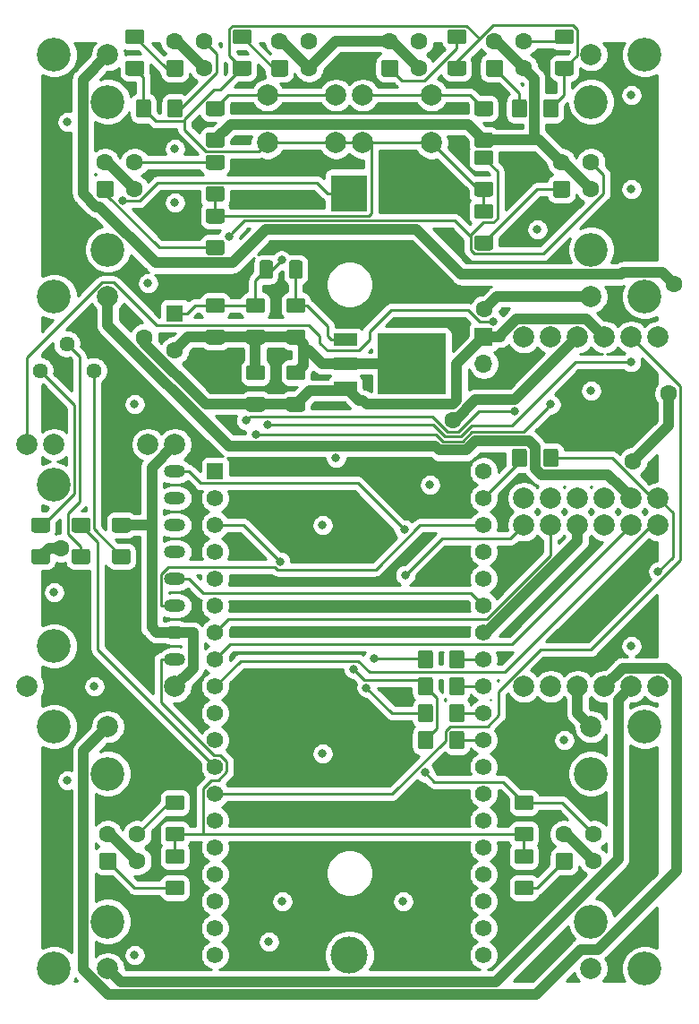
<source format=gbr>
G04 #@! TF.GenerationSoftware,KiCad,Pcbnew,(5.1.5)-3*
G04 #@! TF.CreationDate,2020-03-20T16:20:26+01:00*
G04 #@! TF.ProjectId,SmootherBoard,536d6f6f-7468-4657-9242-6f6172642e6b,rev?*
G04 #@! TF.SameCoordinates,Original*
G04 #@! TF.FileFunction,Copper,L2,Bot*
G04 #@! TF.FilePolarity,Positive*
%FSLAX46Y46*%
G04 Gerber Fmt 4.6, Leading zero omitted, Abs format (unit mm)*
G04 Created by KiCad (PCBNEW (5.1.5)-3) date 2020-03-20 16:20:26*
%MOMM*%
%LPD*%
G04 APERTURE LIST*
%ADD10R,6.400000X5.800000*%
%ADD11R,2.200000X1.200000*%
%ADD12O,1.700000X1.700000*%
%ADD13R,1.700000X1.700000*%
%ADD14C,3.200000*%
%ADD15C,2.000000*%
%ADD16C,0.150000*%
%ADD17C,1.600000*%
%ADD18R,1.600000X1.600000*%
%ADD19C,1.560000*%
%ADD20R,1.560000X1.560000*%
%ADD21O,2.000000X1.200000*%
%ADD22C,1.440000*%
%ADD23R,3.500000X3.500000*%
%ADD24C,3.500000*%
%ADD25C,0.800000*%
%ADD26C,0.250000*%
%ADD27C,1.000000*%
%ADD28C,0.254000*%
G04 APERTURE END LIST*
D10*
X207840000Y-90170000D03*
D11*
X201540000Y-87890000D03*
X201540000Y-90170000D03*
X201540000Y-92450000D03*
D12*
X214630000Y-90170000D03*
D13*
X214630000Y-87630000D03*
D14*
X229870000Y-147320000D03*
X229870000Y-124460000D03*
X224790000Y-142875000D03*
X224790000Y-128905000D03*
D15*
X224790000Y-147320000D03*
X224790000Y-124460000D03*
D14*
X173990000Y-124460000D03*
X173990000Y-147320000D03*
X179070000Y-128905000D03*
X179070000Y-142875000D03*
D15*
X179070000Y-124460000D03*
X179070000Y-147320000D03*
D14*
X229870000Y-83820000D03*
X229870000Y-60960000D03*
X224790000Y-79375000D03*
X224790000Y-65405000D03*
D15*
X224790000Y-83820000D03*
X224790000Y-60960000D03*
D14*
X173990000Y-60960000D03*
X173990000Y-83820000D03*
X179070000Y-65405000D03*
X179070000Y-79375000D03*
D15*
X179070000Y-60960000D03*
X179070000Y-83820000D03*
G04 #@! TA.AperFunction,SMDPad,CuDef*
D16*
G36*
X194449504Y-80376204D02*
G01*
X194473773Y-80379804D01*
X194497571Y-80385765D01*
X194520671Y-80394030D01*
X194542849Y-80404520D01*
X194563893Y-80417133D01*
X194583598Y-80431747D01*
X194601777Y-80448223D01*
X194618253Y-80466402D01*
X194632867Y-80486107D01*
X194645480Y-80507151D01*
X194655970Y-80529329D01*
X194664235Y-80552429D01*
X194670196Y-80576227D01*
X194673796Y-80600496D01*
X194675000Y-80625000D01*
X194675000Y-81875000D01*
X194673796Y-81899504D01*
X194670196Y-81923773D01*
X194664235Y-81947571D01*
X194655970Y-81970671D01*
X194645480Y-81992849D01*
X194632867Y-82013893D01*
X194618253Y-82033598D01*
X194601777Y-82051777D01*
X194583598Y-82068253D01*
X194563893Y-82082867D01*
X194542849Y-82095480D01*
X194520671Y-82105970D01*
X194497571Y-82114235D01*
X194473773Y-82120196D01*
X194449504Y-82123796D01*
X194425000Y-82125000D01*
X193675000Y-82125000D01*
X193650496Y-82123796D01*
X193626227Y-82120196D01*
X193602429Y-82114235D01*
X193579329Y-82105970D01*
X193557151Y-82095480D01*
X193536107Y-82082867D01*
X193516402Y-82068253D01*
X193498223Y-82051777D01*
X193481747Y-82033598D01*
X193467133Y-82013893D01*
X193454520Y-81992849D01*
X193444030Y-81970671D01*
X193435765Y-81947571D01*
X193429804Y-81923773D01*
X193426204Y-81899504D01*
X193425000Y-81875000D01*
X193425000Y-80625000D01*
X193426204Y-80600496D01*
X193429804Y-80576227D01*
X193435765Y-80552429D01*
X193444030Y-80529329D01*
X193454520Y-80507151D01*
X193467133Y-80486107D01*
X193481747Y-80466402D01*
X193498223Y-80448223D01*
X193516402Y-80431747D01*
X193536107Y-80417133D01*
X193557151Y-80404520D01*
X193579329Y-80394030D01*
X193602429Y-80385765D01*
X193626227Y-80379804D01*
X193650496Y-80376204D01*
X193675000Y-80375000D01*
X194425000Y-80375000D01*
X194449504Y-80376204D01*
G37*
G04 #@! TD.AperFunction*
G04 #@! TA.AperFunction,SMDPad,CuDef*
G36*
X197249504Y-80376204D02*
G01*
X197273773Y-80379804D01*
X197297571Y-80385765D01*
X197320671Y-80394030D01*
X197342849Y-80404520D01*
X197363893Y-80417133D01*
X197383598Y-80431747D01*
X197401777Y-80448223D01*
X197418253Y-80466402D01*
X197432867Y-80486107D01*
X197445480Y-80507151D01*
X197455970Y-80529329D01*
X197464235Y-80552429D01*
X197470196Y-80576227D01*
X197473796Y-80600496D01*
X197475000Y-80625000D01*
X197475000Y-81875000D01*
X197473796Y-81899504D01*
X197470196Y-81923773D01*
X197464235Y-81947571D01*
X197455970Y-81970671D01*
X197445480Y-81992849D01*
X197432867Y-82013893D01*
X197418253Y-82033598D01*
X197401777Y-82051777D01*
X197383598Y-82068253D01*
X197363893Y-82082867D01*
X197342849Y-82095480D01*
X197320671Y-82105970D01*
X197297571Y-82114235D01*
X197273773Y-82120196D01*
X197249504Y-82123796D01*
X197225000Y-82125000D01*
X196475000Y-82125000D01*
X196450496Y-82123796D01*
X196426227Y-82120196D01*
X196402429Y-82114235D01*
X196379329Y-82105970D01*
X196357151Y-82095480D01*
X196336107Y-82082867D01*
X196316402Y-82068253D01*
X196298223Y-82051777D01*
X196281747Y-82033598D01*
X196267133Y-82013893D01*
X196254520Y-81992849D01*
X196244030Y-81970671D01*
X196235765Y-81947571D01*
X196229804Y-81923773D01*
X196226204Y-81899504D01*
X196225000Y-81875000D01*
X196225000Y-80625000D01*
X196226204Y-80600496D01*
X196229804Y-80576227D01*
X196235765Y-80552429D01*
X196244030Y-80529329D01*
X196254520Y-80507151D01*
X196267133Y-80486107D01*
X196281747Y-80466402D01*
X196298223Y-80448223D01*
X196316402Y-80431747D01*
X196336107Y-80417133D01*
X196357151Y-80404520D01*
X196379329Y-80394030D01*
X196402429Y-80385765D01*
X196426227Y-80379804D01*
X196450496Y-80376204D01*
X196475000Y-80375000D01*
X197225000Y-80375000D01*
X197249504Y-80376204D01*
G37*
G04 #@! TD.AperFunction*
D17*
X185420000Y-88900000D03*
D18*
X185420000Y-85400000D03*
G04 #@! TA.AperFunction,SMDPad,CuDef*
D16*
G36*
X189879504Y-86918704D02*
G01*
X189903773Y-86922304D01*
X189927571Y-86928265D01*
X189950671Y-86936530D01*
X189972849Y-86947020D01*
X189993893Y-86959633D01*
X190013598Y-86974247D01*
X190031777Y-86990723D01*
X190048253Y-87008902D01*
X190062867Y-87028607D01*
X190075480Y-87049651D01*
X190085970Y-87071829D01*
X190094235Y-87094929D01*
X190100196Y-87118727D01*
X190103796Y-87142996D01*
X190105000Y-87167500D01*
X190105000Y-88092500D01*
X190103796Y-88117004D01*
X190100196Y-88141273D01*
X190094235Y-88165071D01*
X190085970Y-88188171D01*
X190075480Y-88210349D01*
X190062867Y-88231393D01*
X190048253Y-88251098D01*
X190031777Y-88269277D01*
X190013598Y-88285753D01*
X189993893Y-88300367D01*
X189972849Y-88312980D01*
X189950671Y-88323470D01*
X189927571Y-88331735D01*
X189903773Y-88337696D01*
X189879504Y-88341296D01*
X189855000Y-88342500D01*
X188605000Y-88342500D01*
X188580496Y-88341296D01*
X188556227Y-88337696D01*
X188532429Y-88331735D01*
X188509329Y-88323470D01*
X188487151Y-88312980D01*
X188466107Y-88300367D01*
X188446402Y-88285753D01*
X188428223Y-88269277D01*
X188411747Y-88251098D01*
X188397133Y-88231393D01*
X188384520Y-88210349D01*
X188374030Y-88188171D01*
X188365765Y-88165071D01*
X188359804Y-88141273D01*
X188356204Y-88117004D01*
X188355000Y-88092500D01*
X188355000Y-87167500D01*
X188356204Y-87142996D01*
X188359804Y-87118727D01*
X188365765Y-87094929D01*
X188374030Y-87071829D01*
X188384520Y-87049651D01*
X188397133Y-87028607D01*
X188411747Y-87008902D01*
X188428223Y-86990723D01*
X188446402Y-86974247D01*
X188466107Y-86959633D01*
X188487151Y-86947020D01*
X188509329Y-86936530D01*
X188532429Y-86928265D01*
X188556227Y-86922304D01*
X188580496Y-86918704D01*
X188605000Y-86917500D01*
X189855000Y-86917500D01*
X189879504Y-86918704D01*
G37*
G04 #@! TD.AperFunction*
G04 #@! TA.AperFunction,SMDPad,CuDef*
G36*
X189879504Y-83943704D02*
G01*
X189903773Y-83947304D01*
X189927571Y-83953265D01*
X189950671Y-83961530D01*
X189972849Y-83972020D01*
X189993893Y-83984633D01*
X190013598Y-83999247D01*
X190031777Y-84015723D01*
X190048253Y-84033902D01*
X190062867Y-84053607D01*
X190075480Y-84074651D01*
X190085970Y-84096829D01*
X190094235Y-84119929D01*
X190100196Y-84143727D01*
X190103796Y-84167996D01*
X190105000Y-84192500D01*
X190105000Y-85117500D01*
X190103796Y-85142004D01*
X190100196Y-85166273D01*
X190094235Y-85190071D01*
X190085970Y-85213171D01*
X190075480Y-85235349D01*
X190062867Y-85256393D01*
X190048253Y-85276098D01*
X190031777Y-85294277D01*
X190013598Y-85310753D01*
X189993893Y-85325367D01*
X189972849Y-85337980D01*
X189950671Y-85348470D01*
X189927571Y-85356735D01*
X189903773Y-85362696D01*
X189879504Y-85366296D01*
X189855000Y-85367500D01*
X188605000Y-85367500D01*
X188580496Y-85366296D01*
X188556227Y-85362696D01*
X188532429Y-85356735D01*
X188509329Y-85348470D01*
X188487151Y-85337980D01*
X188466107Y-85325367D01*
X188446402Y-85310753D01*
X188428223Y-85294277D01*
X188411747Y-85276098D01*
X188397133Y-85256393D01*
X188384520Y-85235349D01*
X188374030Y-85213171D01*
X188365765Y-85190071D01*
X188359804Y-85166273D01*
X188356204Y-85142004D01*
X188355000Y-85117500D01*
X188355000Y-84192500D01*
X188356204Y-84167996D01*
X188359804Y-84143727D01*
X188365765Y-84119929D01*
X188374030Y-84096829D01*
X188384520Y-84074651D01*
X188397133Y-84053607D01*
X188411747Y-84033902D01*
X188428223Y-84015723D01*
X188446402Y-83999247D01*
X188466107Y-83984633D01*
X188487151Y-83972020D01*
X188509329Y-83961530D01*
X188532429Y-83953265D01*
X188556227Y-83947304D01*
X188580496Y-83943704D01*
X188605000Y-83942500D01*
X189855000Y-83942500D01*
X189879504Y-83943704D01*
G37*
G04 #@! TD.AperFunction*
G04 #@! TA.AperFunction,SMDPad,CuDef*
G36*
X193689504Y-86918704D02*
G01*
X193713773Y-86922304D01*
X193737571Y-86928265D01*
X193760671Y-86936530D01*
X193782849Y-86947020D01*
X193803893Y-86959633D01*
X193823598Y-86974247D01*
X193841777Y-86990723D01*
X193858253Y-87008902D01*
X193872867Y-87028607D01*
X193885480Y-87049651D01*
X193895970Y-87071829D01*
X193904235Y-87094929D01*
X193910196Y-87118727D01*
X193913796Y-87142996D01*
X193915000Y-87167500D01*
X193915000Y-88092500D01*
X193913796Y-88117004D01*
X193910196Y-88141273D01*
X193904235Y-88165071D01*
X193895970Y-88188171D01*
X193885480Y-88210349D01*
X193872867Y-88231393D01*
X193858253Y-88251098D01*
X193841777Y-88269277D01*
X193823598Y-88285753D01*
X193803893Y-88300367D01*
X193782849Y-88312980D01*
X193760671Y-88323470D01*
X193737571Y-88331735D01*
X193713773Y-88337696D01*
X193689504Y-88341296D01*
X193665000Y-88342500D01*
X192415000Y-88342500D01*
X192390496Y-88341296D01*
X192366227Y-88337696D01*
X192342429Y-88331735D01*
X192319329Y-88323470D01*
X192297151Y-88312980D01*
X192276107Y-88300367D01*
X192256402Y-88285753D01*
X192238223Y-88269277D01*
X192221747Y-88251098D01*
X192207133Y-88231393D01*
X192194520Y-88210349D01*
X192184030Y-88188171D01*
X192175765Y-88165071D01*
X192169804Y-88141273D01*
X192166204Y-88117004D01*
X192165000Y-88092500D01*
X192165000Y-87167500D01*
X192166204Y-87142996D01*
X192169804Y-87118727D01*
X192175765Y-87094929D01*
X192184030Y-87071829D01*
X192194520Y-87049651D01*
X192207133Y-87028607D01*
X192221747Y-87008902D01*
X192238223Y-86990723D01*
X192256402Y-86974247D01*
X192276107Y-86959633D01*
X192297151Y-86947020D01*
X192319329Y-86936530D01*
X192342429Y-86928265D01*
X192366227Y-86922304D01*
X192390496Y-86918704D01*
X192415000Y-86917500D01*
X193665000Y-86917500D01*
X193689504Y-86918704D01*
G37*
G04 #@! TD.AperFunction*
G04 #@! TA.AperFunction,SMDPad,CuDef*
G36*
X193689504Y-83943704D02*
G01*
X193713773Y-83947304D01*
X193737571Y-83953265D01*
X193760671Y-83961530D01*
X193782849Y-83972020D01*
X193803893Y-83984633D01*
X193823598Y-83999247D01*
X193841777Y-84015723D01*
X193858253Y-84033902D01*
X193872867Y-84053607D01*
X193885480Y-84074651D01*
X193895970Y-84096829D01*
X193904235Y-84119929D01*
X193910196Y-84143727D01*
X193913796Y-84167996D01*
X193915000Y-84192500D01*
X193915000Y-85117500D01*
X193913796Y-85142004D01*
X193910196Y-85166273D01*
X193904235Y-85190071D01*
X193895970Y-85213171D01*
X193885480Y-85235349D01*
X193872867Y-85256393D01*
X193858253Y-85276098D01*
X193841777Y-85294277D01*
X193823598Y-85310753D01*
X193803893Y-85325367D01*
X193782849Y-85337980D01*
X193760671Y-85348470D01*
X193737571Y-85356735D01*
X193713773Y-85362696D01*
X193689504Y-85366296D01*
X193665000Y-85367500D01*
X192415000Y-85367500D01*
X192390496Y-85366296D01*
X192366227Y-85362696D01*
X192342429Y-85356735D01*
X192319329Y-85348470D01*
X192297151Y-85337980D01*
X192276107Y-85325367D01*
X192256402Y-85310753D01*
X192238223Y-85294277D01*
X192221747Y-85276098D01*
X192207133Y-85256393D01*
X192194520Y-85235349D01*
X192184030Y-85213171D01*
X192175765Y-85190071D01*
X192169804Y-85166273D01*
X192166204Y-85142004D01*
X192165000Y-85117500D01*
X192165000Y-84192500D01*
X192166204Y-84167996D01*
X192169804Y-84143727D01*
X192175765Y-84119929D01*
X192184030Y-84096829D01*
X192194520Y-84074651D01*
X192207133Y-84053607D01*
X192221747Y-84033902D01*
X192238223Y-84015723D01*
X192256402Y-83999247D01*
X192276107Y-83984633D01*
X192297151Y-83972020D01*
X192319329Y-83961530D01*
X192342429Y-83953265D01*
X192366227Y-83947304D01*
X192390496Y-83943704D01*
X192415000Y-83942500D01*
X193665000Y-83942500D01*
X193689504Y-83943704D01*
G37*
G04 #@! TD.AperFunction*
G04 #@! TA.AperFunction,SMDPad,CuDef*
G36*
X197499504Y-86918704D02*
G01*
X197523773Y-86922304D01*
X197547571Y-86928265D01*
X197570671Y-86936530D01*
X197592849Y-86947020D01*
X197613893Y-86959633D01*
X197633598Y-86974247D01*
X197651777Y-86990723D01*
X197668253Y-87008902D01*
X197682867Y-87028607D01*
X197695480Y-87049651D01*
X197705970Y-87071829D01*
X197714235Y-87094929D01*
X197720196Y-87118727D01*
X197723796Y-87142996D01*
X197725000Y-87167500D01*
X197725000Y-88092500D01*
X197723796Y-88117004D01*
X197720196Y-88141273D01*
X197714235Y-88165071D01*
X197705970Y-88188171D01*
X197695480Y-88210349D01*
X197682867Y-88231393D01*
X197668253Y-88251098D01*
X197651777Y-88269277D01*
X197633598Y-88285753D01*
X197613893Y-88300367D01*
X197592849Y-88312980D01*
X197570671Y-88323470D01*
X197547571Y-88331735D01*
X197523773Y-88337696D01*
X197499504Y-88341296D01*
X197475000Y-88342500D01*
X196225000Y-88342500D01*
X196200496Y-88341296D01*
X196176227Y-88337696D01*
X196152429Y-88331735D01*
X196129329Y-88323470D01*
X196107151Y-88312980D01*
X196086107Y-88300367D01*
X196066402Y-88285753D01*
X196048223Y-88269277D01*
X196031747Y-88251098D01*
X196017133Y-88231393D01*
X196004520Y-88210349D01*
X195994030Y-88188171D01*
X195985765Y-88165071D01*
X195979804Y-88141273D01*
X195976204Y-88117004D01*
X195975000Y-88092500D01*
X195975000Y-87167500D01*
X195976204Y-87142996D01*
X195979804Y-87118727D01*
X195985765Y-87094929D01*
X195994030Y-87071829D01*
X196004520Y-87049651D01*
X196017133Y-87028607D01*
X196031747Y-87008902D01*
X196048223Y-86990723D01*
X196066402Y-86974247D01*
X196086107Y-86959633D01*
X196107151Y-86947020D01*
X196129329Y-86936530D01*
X196152429Y-86928265D01*
X196176227Y-86922304D01*
X196200496Y-86918704D01*
X196225000Y-86917500D01*
X197475000Y-86917500D01*
X197499504Y-86918704D01*
G37*
G04 #@! TD.AperFunction*
G04 #@! TA.AperFunction,SMDPad,CuDef*
G36*
X197499504Y-83943704D02*
G01*
X197523773Y-83947304D01*
X197547571Y-83953265D01*
X197570671Y-83961530D01*
X197592849Y-83972020D01*
X197613893Y-83984633D01*
X197633598Y-83999247D01*
X197651777Y-84015723D01*
X197668253Y-84033902D01*
X197682867Y-84053607D01*
X197695480Y-84074651D01*
X197705970Y-84096829D01*
X197714235Y-84119929D01*
X197720196Y-84143727D01*
X197723796Y-84167996D01*
X197725000Y-84192500D01*
X197725000Y-85117500D01*
X197723796Y-85142004D01*
X197720196Y-85166273D01*
X197714235Y-85190071D01*
X197705970Y-85213171D01*
X197695480Y-85235349D01*
X197682867Y-85256393D01*
X197668253Y-85276098D01*
X197651777Y-85294277D01*
X197633598Y-85310753D01*
X197613893Y-85325367D01*
X197592849Y-85337980D01*
X197570671Y-85348470D01*
X197547571Y-85356735D01*
X197523773Y-85362696D01*
X197499504Y-85366296D01*
X197475000Y-85367500D01*
X196225000Y-85367500D01*
X196200496Y-85366296D01*
X196176227Y-85362696D01*
X196152429Y-85356735D01*
X196129329Y-85348470D01*
X196107151Y-85337980D01*
X196086107Y-85325367D01*
X196066402Y-85310753D01*
X196048223Y-85294277D01*
X196031747Y-85276098D01*
X196017133Y-85256393D01*
X196004520Y-85235349D01*
X195994030Y-85213171D01*
X195985765Y-85190071D01*
X195979804Y-85166273D01*
X195976204Y-85142004D01*
X195975000Y-85117500D01*
X195975000Y-84192500D01*
X195976204Y-84167996D01*
X195979804Y-84143727D01*
X195985765Y-84119929D01*
X195994030Y-84096829D01*
X196004520Y-84074651D01*
X196017133Y-84053607D01*
X196031747Y-84033902D01*
X196048223Y-84015723D01*
X196066402Y-83999247D01*
X196086107Y-83984633D01*
X196107151Y-83972020D01*
X196129329Y-83961530D01*
X196152429Y-83953265D01*
X196176227Y-83947304D01*
X196200496Y-83943704D01*
X196225000Y-83942500D01*
X197475000Y-83942500D01*
X197499504Y-83943704D01*
G37*
G04 #@! TD.AperFunction*
G04 #@! TA.AperFunction,SMDPad,CuDef*
G36*
X197499504Y-90293704D02*
G01*
X197523773Y-90297304D01*
X197547571Y-90303265D01*
X197570671Y-90311530D01*
X197592849Y-90322020D01*
X197613893Y-90334633D01*
X197633598Y-90349247D01*
X197651777Y-90365723D01*
X197668253Y-90383902D01*
X197682867Y-90403607D01*
X197695480Y-90424651D01*
X197705970Y-90446829D01*
X197714235Y-90469929D01*
X197720196Y-90493727D01*
X197723796Y-90517996D01*
X197725000Y-90542500D01*
X197725000Y-91467500D01*
X197723796Y-91492004D01*
X197720196Y-91516273D01*
X197714235Y-91540071D01*
X197705970Y-91563171D01*
X197695480Y-91585349D01*
X197682867Y-91606393D01*
X197668253Y-91626098D01*
X197651777Y-91644277D01*
X197633598Y-91660753D01*
X197613893Y-91675367D01*
X197592849Y-91687980D01*
X197570671Y-91698470D01*
X197547571Y-91706735D01*
X197523773Y-91712696D01*
X197499504Y-91716296D01*
X197475000Y-91717500D01*
X196225000Y-91717500D01*
X196200496Y-91716296D01*
X196176227Y-91712696D01*
X196152429Y-91706735D01*
X196129329Y-91698470D01*
X196107151Y-91687980D01*
X196086107Y-91675367D01*
X196066402Y-91660753D01*
X196048223Y-91644277D01*
X196031747Y-91626098D01*
X196017133Y-91606393D01*
X196004520Y-91585349D01*
X195994030Y-91563171D01*
X195985765Y-91540071D01*
X195979804Y-91516273D01*
X195976204Y-91492004D01*
X195975000Y-91467500D01*
X195975000Y-90542500D01*
X195976204Y-90517996D01*
X195979804Y-90493727D01*
X195985765Y-90469929D01*
X195994030Y-90446829D01*
X196004520Y-90424651D01*
X196017133Y-90403607D01*
X196031747Y-90383902D01*
X196048223Y-90365723D01*
X196066402Y-90349247D01*
X196086107Y-90334633D01*
X196107151Y-90322020D01*
X196129329Y-90311530D01*
X196152429Y-90303265D01*
X196176227Y-90297304D01*
X196200496Y-90293704D01*
X196225000Y-90292500D01*
X197475000Y-90292500D01*
X197499504Y-90293704D01*
G37*
G04 #@! TD.AperFunction*
G04 #@! TA.AperFunction,SMDPad,CuDef*
G36*
X197499504Y-93268704D02*
G01*
X197523773Y-93272304D01*
X197547571Y-93278265D01*
X197570671Y-93286530D01*
X197592849Y-93297020D01*
X197613893Y-93309633D01*
X197633598Y-93324247D01*
X197651777Y-93340723D01*
X197668253Y-93358902D01*
X197682867Y-93378607D01*
X197695480Y-93399651D01*
X197705970Y-93421829D01*
X197714235Y-93444929D01*
X197720196Y-93468727D01*
X197723796Y-93492996D01*
X197725000Y-93517500D01*
X197725000Y-94442500D01*
X197723796Y-94467004D01*
X197720196Y-94491273D01*
X197714235Y-94515071D01*
X197705970Y-94538171D01*
X197695480Y-94560349D01*
X197682867Y-94581393D01*
X197668253Y-94601098D01*
X197651777Y-94619277D01*
X197633598Y-94635753D01*
X197613893Y-94650367D01*
X197592849Y-94662980D01*
X197570671Y-94673470D01*
X197547571Y-94681735D01*
X197523773Y-94687696D01*
X197499504Y-94691296D01*
X197475000Y-94692500D01*
X196225000Y-94692500D01*
X196200496Y-94691296D01*
X196176227Y-94687696D01*
X196152429Y-94681735D01*
X196129329Y-94673470D01*
X196107151Y-94662980D01*
X196086107Y-94650367D01*
X196066402Y-94635753D01*
X196048223Y-94619277D01*
X196031747Y-94601098D01*
X196017133Y-94581393D01*
X196004520Y-94560349D01*
X195994030Y-94538171D01*
X195985765Y-94515071D01*
X195979804Y-94491273D01*
X195976204Y-94467004D01*
X195975000Y-94442500D01*
X195975000Y-93517500D01*
X195976204Y-93492996D01*
X195979804Y-93468727D01*
X195985765Y-93444929D01*
X195994030Y-93421829D01*
X196004520Y-93399651D01*
X196017133Y-93378607D01*
X196031747Y-93358902D01*
X196048223Y-93340723D01*
X196066402Y-93324247D01*
X196086107Y-93309633D01*
X196107151Y-93297020D01*
X196129329Y-93286530D01*
X196152429Y-93278265D01*
X196176227Y-93272304D01*
X196200496Y-93268704D01*
X196225000Y-93267500D01*
X197475000Y-93267500D01*
X197499504Y-93268704D01*
G37*
G04 #@! TD.AperFunction*
D19*
X214630000Y-146050000D03*
X214630000Y-143510000D03*
X214630000Y-140970000D03*
X214630000Y-138430000D03*
X214630000Y-135890000D03*
X214630000Y-133350000D03*
X214630000Y-130810000D03*
X214630000Y-128270000D03*
X214630000Y-125730000D03*
X214630000Y-123190000D03*
X214630000Y-120650000D03*
X214630000Y-118110000D03*
X214630000Y-115570000D03*
X214630000Y-113030000D03*
X214630000Y-110490000D03*
X214630000Y-107950000D03*
X214630000Y-105410000D03*
X214630000Y-102870000D03*
X214630000Y-100330000D03*
X189230000Y-143510000D03*
X189230000Y-140970000D03*
X189230000Y-138430000D03*
X189230000Y-135890000D03*
X189230000Y-133350000D03*
X189230000Y-130810000D03*
X189230000Y-128270000D03*
X189230000Y-125730000D03*
X189230000Y-123190000D03*
X189230000Y-120650000D03*
X189230000Y-118110000D03*
X189230000Y-115570000D03*
X189230000Y-113030000D03*
X189230000Y-110490000D03*
X189230000Y-107950000D03*
X189230000Y-105410000D03*
X189230000Y-146050000D03*
X189230000Y-102870000D03*
D20*
X189230000Y-100330000D03*
G04 #@! TA.AperFunction,ComponentPad*
D16*
G36*
X216214865Y-61431202D02*
G01*
X216239095Y-61434796D01*
X216262855Y-61440748D01*
X216285918Y-61449000D01*
X216308061Y-61459472D01*
X216329070Y-61472065D01*
X216348745Y-61486657D01*
X216366894Y-61503106D01*
X216383343Y-61521255D01*
X216397935Y-61540930D01*
X216410528Y-61561939D01*
X216421000Y-61584082D01*
X216429252Y-61607145D01*
X216435204Y-61630905D01*
X216438798Y-61655135D01*
X216440000Y-61679600D01*
X216440000Y-62780400D01*
X216438798Y-62804865D01*
X216435204Y-62829095D01*
X216429252Y-62852855D01*
X216421000Y-62875918D01*
X216410528Y-62898061D01*
X216397935Y-62919070D01*
X216383343Y-62938745D01*
X216366894Y-62956894D01*
X216348745Y-62973343D01*
X216329070Y-62987935D01*
X216308061Y-63000528D01*
X216285918Y-63011000D01*
X216262855Y-63019252D01*
X216239095Y-63025204D01*
X216214865Y-63028798D01*
X216190400Y-63030000D01*
X215089600Y-63030000D01*
X215065135Y-63028798D01*
X215040905Y-63025204D01*
X215017145Y-63019252D01*
X214994082Y-63011000D01*
X214971939Y-63000528D01*
X214950930Y-62987935D01*
X214931255Y-62973343D01*
X214913106Y-62956894D01*
X214896657Y-62938745D01*
X214882065Y-62919070D01*
X214869472Y-62898061D01*
X214859000Y-62875918D01*
X214850748Y-62852855D01*
X214844796Y-62829095D01*
X214841202Y-62804865D01*
X214840000Y-62780400D01*
X214840000Y-61679600D01*
X214841202Y-61655135D01*
X214844796Y-61630905D01*
X214850748Y-61607145D01*
X214859000Y-61584082D01*
X214869472Y-61561939D01*
X214882065Y-61540930D01*
X214896657Y-61521255D01*
X214913106Y-61503106D01*
X214931255Y-61486657D01*
X214950930Y-61472065D01*
X214971939Y-61459472D01*
X214994082Y-61449000D01*
X215017145Y-61440748D01*
X215040905Y-61434796D01*
X215065135Y-61431202D01*
X215089600Y-61430000D01*
X216190400Y-61430000D01*
X216214865Y-61431202D01*
G37*
G04 #@! TD.AperFunction*
D17*
X215640000Y-59690000D03*
X218440000Y-59690000D03*
X218440000Y-62230000D03*
G04 #@! TA.AperFunction,ComponentPad*
D16*
G36*
X195894865Y-61431202D02*
G01*
X195919095Y-61434796D01*
X195942855Y-61440748D01*
X195965918Y-61449000D01*
X195988061Y-61459472D01*
X196009070Y-61472065D01*
X196028745Y-61486657D01*
X196046894Y-61503106D01*
X196063343Y-61521255D01*
X196077935Y-61540930D01*
X196090528Y-61561939D01*
X196101000Y-61584082D01*
X196109252Y-61607145D01*
X196115204Y-61630905D01*
X196118798Y-61655135D01*
X196120000Y-61679600D01*
X196120000Y-62780400D01*
X196118798Y-62804865D01*
X196115204Y-62829095D01*
X196109252Y-62852855D01*
X196101000Y-62875918D01*
X196090528Y-62898061D01*
X196077935Y-62919070D01*
X196063343Y-62938745D01*
X196046894Y-62956894D01*
X196028745Y-62973343D01*
X196009070Y-62987935D01*
X195988061Y-63000528D01*
X195965918Y-63011000D01*
X195942855Y-63019252D01*
X195919095Y-63025204D01*
X195894865Y-63028798D01*
X195870400Y-63030000D01*
X194769600Y-63030000D01*
X194745135Y-63028798D01*
X194720905Y-63025204D01*
X194697145Y-63019252D01*
X194674082Y-63011000D01*
X194651939Y-63000528D01*
X194630930Y-62987935D01*
X194611255Y-62973343D01*
X194593106Y-62956894D01*
X194576657Y-62938745D01*
X194562065Y-62919070D01*
X194549472Y-62898061D01*
X194539000Y-62875918D01*
X194530748Y-62852855D01*
X194524796Y-62829095D01*
X194521202Y-62804865D01*
X194520000Y-62780400D01*
X194520000Y-61679600D01*
X194521202Y-61655135D01*
X194524796Y-61630905D01*
X194530748Y-61607145D01*
X194539000Y-61584082D01*
X194549472Y-61561939D01*
X194562065Y-61540930D01*
X194576657Y-61521255D01*
X194593106Y-61503106D01*
X194611255Y-61486657D01*
X194630930Y-61472065D01*
X194651939Y-61459472D01*
X194674082Y-61449000D01*
X194697145Y-61440748D01*
X194720905Y-61434796D01*
X194745135Y-61431202D01*
X194769600Y-61430000D01*
X195870400Y-61430000D01*
X195894865Y-61431202D01*
G37*
G04 #@! TD.AperFunction*
D17*
X195320000Y-59690000D03*
X198120000Y-59690000D03*
X198120000Y-62230000D03*
G04 #@! TA.AperFunction,ComponentPad*
D16*
G36*
X206314865Y-61431202D02*
G01*
X206339095Y-61434796D01*
X206362855Y-61440748D01*
X206385918Y-61449000D01*
X206408061Y-61459472D01*
X206429070Y-61472065D01*
X206448745Y-61486657D01*
X206466894Y-61503106D01*
X206483343Y-61521255D01*
X206497935Y-61540930D01*
X206510528Y-61561939D01*
X206521000Y-61584082D01*
X206529252Y-61607145D01*
X206535204Y-61630905D01*
X206538798Y-61655135D01*
X206540000Y-61679600D01*
X206540000Y-62780400D01*
X206538798Y-62804865D01*
X206535204Y-62829095D01*
X206529252Y-62852855D01*
X206521000Y-62875918D01*
X206510528Y-62898061D01*
X206497935Y-62919070D01*
X206483343Y-62938745D01*
X206466894Y-62956894D01*
X206448745Y-62973343D01*
X206429070Y-62987935D01*
X206408061Y-63000528D01*
X206385918Y-63011000D01*
X206362855Y-63019252D01*
X206339095Y-63025204D01*
X206314865Y-63028798D01*
X206290400Y-63030000D01*
X205189600Y-63030000D01*
X205165135Y-63028798D01*
X205140905Y-63025204D01*
X205117145Y-63019252D01*
X205094082Y-63011000D01*
X205071939Y-63000528D01*
X205050930Y-62987935D01*
X205031255Y-62973343D01*
X205013106Y-62956894D01*
X204996657Y-62938745D01*
X204982065Y-62919070D01*
X204969472Y-62898061D01*
X204959000Y-62875918D01*
X204950748Y-62852855D01*
X204944796Y-62829095D01*
X204941202Y-62804865D01*
X204940000Y-62780400D01*
X204940000Y-61679600D01*
X204941202Y-61655135D01*
X204944796Y-61630905D01*
X204950748Y-61607145D01*
X204959000Y-61584082D01*
X204969472Y-61561939D01*
X204982065Y-61540930D01*
X204996657Y-61521255D01*
X205013106Y-61503106D01*
X205031255Y-61486657D01*
X205050930Y-61472065D01*
X205071939Y-61459472D01*
X205094082Y-61449000D01*
X205117145Y-61440748D01*
X205140905Y-61434796D01*
X205165135Y-61431202D01*
X205189600Y-61430000D01*
X206290400Y-61430000D01*
X206314865Y-61431202D01*
G37*
G04 #@! TD.AperFunction*
D17*
X205740000Y-59690000D03*
X208540000Y-59690000D03*
X208540000Y-62230000D03*
G04 #@! TA.AperFunction,ComponentPad*
D16*
G36*
X185994865Y-61431202D02*
G01*
X186019095Y-61434796D01*
X186042855Y-61440748D01*
X186065918Y-61449000D01*
X186088061Y-61459472D01*
X186109070Y-61472065D01*
X186128745Y-61486657D01*
X186146894Y-61503106D01*
X186163343Y-61521255D01*
X186177935Y-61540930D01*
X186190528Y-61561939D01*
X186201000Y-61584082D01*
X186209252Y-61607145D01*
X186215204Y-61630905D01*
X186218798Y-61655135D01*
X186220000Y-61679600D01*
X186220000Y-62780400D01*
X186218798Y-62804865D01*
X186215204Y-62829095D01*
X186209252Y-62852855D01*
X186201000Y-62875918D01*
X186190528Y-62898061D01*
X186177935Y-62919070D01*
X186163343Y-62938745D01*
X186146894Y-62956894D01*
X186128745Y-62973343D01*
X186109070Y-62987935D01*
X186088061Y-63000528D01*
X186065918Y-63011000D01*
X186042855Y-63019252D01*
X186019095Y-63025204D01*
X185994865Y-63028798D01*
X185970400Y-63030000D01*
X184869600Y-63030000D01*
X184845135Y-63028798D01*
X184820905Y-63025204D01*
X184797145Y-63019252D01*
X184774082Y-63011000D01*
X184751939Y-63000528D01*
X184730930Y-62987935D01*
X184711255Y-62973343D01*
X184693106Y-62956894D01*
X184676657Y-62938745D01*
X184662065Y-62919070D01*
X184649472Y-62898061D01*
X184639000Y-62875918D01*
X184630748Y-62852855D01*
X184624796Y-62829095D01*
X184621202Y-62804865D01*
X184620000Y-62780400D01*
X184620000Y-61679600D01*
X184621202Y-61655135D01*
X184624796Y-61630905D01*
X184630748Y-61607145D01*
X184639000Y-61584082D01*
X184649472Y-61561939D01*
X184662065Y-61540930D01*
X184676657Y-61521255D01*
X184693106Y-61503106D01*
X184711255Y-61486657D01*
X184730930Y-61472065D01*
X184751939Y-61459472D01*
X184774082Y-61449000D01*
X184797145Y-61440748D01*
X184820905Y-61434796D01*
X184845135Y-61431202D01*
X184869600Y-61430000D01*
X185970400Y-61430000D01*
X185994865Y-61431202D01*
G37*
G04 #@! TD.AperFunction*
D17*
X185420000Y-59690000D03*
X188220000Y-59690000D03*
X188220000Y-62230000D03*
G04 #@! TA.AperFunction,SMDPad,CuDef*
D16*
G36*
X222899504Y-58543704D02*
G01*
X222923773Y-58547304D01*
X222947571Y-58553265D01*
X222970671Y-58561530D01*
X222992849Y-58572020D01*
X223013893Y-58584633D01*
X223033598Y-58599247D01*
X223051777Y-58615723D01*
X223068253Y-58633902D01*
X223082867Y-58653607D01*
X223095480Y-58674651D01*
X223105970Y-58696829D01*
X223114235Y-58719929D01*
X223120196Y-58743727D01*
X223123796Y-58767996D01*
X223125000Y-58792500D01*
X223125000Y-59717500D01*
X223123796Y-59742004D01*
X223120196Y-59766273D01*
X223114235Y-59790071D01*
X223105970Y-59813171D01*
X223095480Y-59835349D01*
X223082867Y-59856393D01*
X223068253Y-59876098D01*
X223051777Y-59894277D01*
X223033598Y-59910753D01*
X223013893Y-59925367D01*
X222992849Y-59937980D01*
X222970671Y-59948470D01*
X222947571Y-59956735D01*
X222923773Y-59962696D01*
X222899504Y-59966296D01*
X222875000Y-59967500D01*
X221625000Y-59967500D01*
X221600496Y-59966296D01*
X221576227Y-59962696D01*
X221552429Y-59956735D01*
X221529329Y-59948470D01*
X221507151Y-59937980D01*
X221486107Y-59925367D01*
X221466402Y-59910753D01*
X221448223Y-59894277D01*
X221431747Y-59876098D01*
X221417133Y-59856393D01*
X221404520Y-59835349D01*
X221394030Y-59813171D01*
X221385765Y-59790071D01*
X221379804Y-59766273D01*
X221376204Y-59742004D01*
X221375000Y-59717500D01*
X221375000Y-58792500D01*
X221376204Y-58767996D01*
X221379804Y-58743727D01*
X221385765Y-58719929D01*
X221394030Y-58696829D01*
X221404520Y-58674651D01*
X221417133Y-58653607D01*
X221431747Y-58633902D01*
X221448223Y-58615723D01*
X221466402Y-58599247D01*
X221486107Y-58584633D01*
X221507151Y-58572020D01*
X221529329Y-58561530D01*
X221552429Y-58553265D01*
X221576227Y-58547304D01*
X221600496Y-58543704D01*
X221625000Y-58542500D01*
X222875000Y-58542500D01*
X222899504Y-58543704D01*
G37*
G04 #@! TD.AperFunction*
G04 #@! TA.AperFunction,SMDPad,CuDef*
G36*
X222899504Y-61518704D02*
G01*
X222923773Y-61522304D01*
X222947571Y-61528265D01*
X222970671Y-61536530D01*
X222992849Y-61547020D01*
X223013893Y-61559633D01*
X223033598Y-61574247D01*
X223051777Y-61590723D01*
X223068253Y-61608902D01*
X223082867Y-61628607D01*
X223095480Y-61649651D01*
X223105970Y-61671829D01*
X223114235Y-61694929D01*
X223120196Y-61718727D01*
X223123796Y-61742996D01*
X223125000Y-61767500D01*
X223125000Y-62692500D01*
X223123796Y-62717004D01*
X223120196Y-62741273D01*
X223114235Y-62765071D01*
X223105970Y-62788171D01*
X223095480Y-62810349D01*
X223082867Y-62831393D01*
X223068253Y-62851098D01*
X223051777Y-62869277D01*
X223033598Y-62885753D01*
X223013893Y-62900367D01*
X222992849Y-62912980D01*
X222970671Y-62923470D01*
X222947571Y-62931735D01*
X222923773Y-62937696D01*
X222899504Y-62941296D01*
X222875000Y-62942500D01*
X221625000Y-62942500D01*
X221600496Y-62941296D01*
X221576227Y-62937696D01*
X221552429Y-62931735D01*
X221529329Y-62923470D01*
X221507151Y-62912980D01*
X221486107Y-62900367D01*
X221466402Y-62885753D01*
X221448223Y-62869277D01*
X221431747Y-62851098D01*
X221417133Y-62831393D01*
X221404520Y-62810349D01*
X221394030Y-62788171D01*
X221385765Y-62765071D01*
X221379804Y-62741273D01*
X221376204Y-62717004D01*
X221375000Y-62692500D01*
X221375000Y-61767500D01*
X221376204Y-61742996D01*
X221379804Y-61718727D01*
X221385765Y-61694929D01*
X221394030Y-61671829D01*
X221404520Y-61649651D01*
X221417133Y-61628607D01*
X221431747Y-61608902D01*
X221448223Y-61590723D01*
X221466402Y-61574247D01*
X221486107Y-61559633D01*
X221507151Y-61547020D01*
X221529329Y-61536530D01*
X221552429Y-61528265D01*
X221576227Y-61522304D01*
X221600496Y-61518704D01*
X221625000Y-61517500D01*
X222875000Y-61517500D01*
X222899504Y-61518704D01*
G37*
G04 #@! TD.AperFunction*
G04 #@! TA.AperFunction,SMDPad,CuDef*
G36*
X218491504Y-65166204D02*
G01*
X218515773Y-65169804D01*
X218539571Y-65175765D01*
X218562671Y-65184030D01*
X218584849Y-65194520D01*
X218605893Y-65207133D01*
X218625598Y-65221747D01*
X218643777Y-65238223D01*
X218660253Y-65256402D01*
X218674867Y-65276107D01*
X218687480Y-65297151D01*
X218697970Y-65319329D01*
X218706235Y-65342429D01*
X218712196Y-65366227D01*
X218715796Y-65390496D01*
X218717000Y-65415000D01*
X218717000Y-66665000D01*
X218715796Y-66689504D01*
X218712196Y-66713773D01*
X218706235Y-66737571D01*
X218697970Y-66760671D01*
X218687480Y-66782849D01*
X218674867Y-66803893D01*
X218660253Y-66823598D01*
X218643777Y-66841777D01*
X218625598Y-66858253D01*
X218605893Y-66872867D01*
X218584849Y-66885480D01*
X218562671Y-66895970D01*
X218539571Y-66904235D01*
X218515773Y-66910196D01*
X218491504Y-66913796D01*
X218467000Y-66915000D01*
X217542000Y-66915000D01*
X217517496Y-66913796D01*
X217493227Y-66910196D01*
X217469429Y-66904235D01*
X217446329Y-66895970D01*
X217424151Y-66885480D01*
X217403107Y-66872867D01*
X217383402Y-66858253D01*
X217365223Y-66841777D01*
X217348747Y-66823598D01*
X217334133Y-66803893D01*
X217321520Y-66782849D01*
X217311030Y-66760671D01*
X217302765Y-66737571D01*
X217296804Y-66713773D01*
X217293204Y-66689504D01*
X217292000Y-66665000D01*
X217292000Y-65415000D01*
X217293204Y-65390496D01*
X217296804Y-65366227D01*
X217302765Y-65342429D01*
X217311030Y-65319329D01*
X217321520Y-65297151D01*
X217334133Y-65276107D01*
X217348747Y-65256402D01*
X217365223Y-65238223D01*
X217383402Y-65221747D01*
X217403107Y-65207133D01*
X217424151Y-65194520D01*
X217446329Y-65184030D01*
X217469429Y-65175765D01*
X217493227Y-65169804D01*
X217517496Y-65166204D01*
X217542000Y-65165000D01*
X218467000Y-65165000D01*
X218491504Y-65166204D01*
G37*
G04 #@! TD.AperFunction*
G04 #@! TA.AperFunction,SMDPad,CuDef*
G36*
X221466504Y-65166204D02*
G01*
X221490773Y-65169804D01*
X221514571Y-65175765D01*
X221537671Y-65184030D01*
X221559849Y-65194520D01*
X221580893Y-65207133D01*
X221600598Y-65221747D01*
X221618777Y-65238223D01*
X221635253Y-65256402D01*
X221649867Y-65276107D01*
X221662480Y-65297151D01*
X221672970Y-65319329D01*
X221681235Y-65342429D01*
X221687196Y-65366227D01*
X221690796Y-65390496D01*
X221692000Y-65415000D01*
X221692000Y-66665000D01*
X221690796Y-66689504D01*
X221687196Y-66713773D01*
X221681235Y-66737571D01*
X221672970Y-66760671D01*
X221662480Y-66782849D01*
X221649867Y-66803893D01*
X221635253Y-66823598D01*
X221618777Y-66841777D01*
X221600598Y-66858253D01*
X221580893Y-66872867D01*
X221559849Y-66885480D01*
X221537671Y-66895970D01*
X221514571Y-66904235D01*
X221490773Y-66910196D01*
X221466504Y-66913796D01*
X221442000Y-66915000D01*
X220517000Y-66915000D01*
X220492496Y-66913796D01*
X220468227Y-66910196D01*
X220444429Y-66904235D01*
X220421329Y-66895970D01*
X220399151Y-66885480D01*
X220378107Y-66872867D01*
X220358402Y-66858253D01*
X220340223Y-66841777D01*
X220323747Y-66823598D01*
X220309133Y-66803893D01*
X220296520Y-66782849D01*
X220286030Y-66760671D01*
X220277765Y-66737571D01*
X220271804Y-66713773D01*
X220268204Y-66689504D01*
X220267000Y-66665000D01*
X220267000Y-65415000D01*
X220268204Y-65390496D01*
X220271804Y-65366227D01*
X220277765Y-65342429D01*
X220286030Y-65319329D01*
X220296520Y-65297151D01*
X220309133Y-65276107D01*
X220323747Y-65256402D01*
X220340223Y-65238223D01*
X220358402Y-65221747D01*
X220378107Y-65207133D01*
X220399151Y-65194520D01*
X220421329Y-65184030D01*
X220444429Y-65175765D01*
X220468227Y-65169804D01*
X220492496Y-65166204D01*
X220517000Y-65165000D01*
X221442000Y-65165000D01*
X221466504Y-65166204D01*
G37*
G04 #@! TD.AperFunction*
G04 #@! TA.AperFunction,SMDPad,CuDef*
G36*
X192419504Y-58543704D02*
G01*
X192443773Y-58547304D01*
X192467571Y-58553265D01*
X192490671Y-58561530D01*
X192512849Y-58572020D01*
X192533893Y-58584633D01*
X192553598Y-58599247D01*
X192571777Y-58615723D01*
X192588253Y-58633902D01*
X192602867Y-58653607D01*
X192615480Y-58674651D01*
X192625970Y-58696829D01*
X192634235Y-58719929D01*
X192640196Y-58743727D01*
X192643796Y-58767996D01*
X192645000Y-58792500D01*
X192645000Y-59717500D01*
X192643796Y-59742004D01*
X192640196Y-59766273D01*
X192634235Y-59790071D01*
X192625970Y-59813171D01*
X192615480Y-59835349D01*
X192602867Y-59856393D01*
X192588253Y-59876098D01*
X192571777Y-59894277D01*
X192553598Y-59910753D01*
X192533893Y-59925367D01*
X192512849Y-59937980D01*
X192490671Y-59948470D01*
X192467571Y-59956735D01*
X192443773Y-59962696D01*
X192419504Y-59966296D01*
X192395000Y-59967500D01*
X191145000Y-59967500D01*
X191120496Y-59966296D01*
X191096227Y-59962696D01*
X191072429Y-59956735D01*
X191049329Y-59948470D01*
X191027151Y-59937980D01*
X191006107Y-59925367D01*
X190986402Y-59910753D01*
X190968223Y-59894277D01*
X190951747Y-59876098D01*
X190937133Y-59856393D01*
X190924520Y-59835349D01*
X190914030Y-59813171D01*
X190905765Y-59790071D01*
X190899804Y-59766273D01*
X190896204Y-59742004D01*
X190895000Y-59717500D01*
X190895000Y-58792500D01*
X190896204Y-58767996D01*
X190899804Y-58743727D01*
X190905765Y-58719929D01*
X190914030Y-58696829D01*
X190924520Y-58674651D01*
X190937133Y-58653607D01*
X190951747Y-58633902D01*
X190968223Y-58615723D01*
X190986402Y-58599247D01*
X191006107Y-58584633D01*
X191027151Y-58572020D01*
X191049329Y-58561530D01*
X191072429Y-58553265D01*
X191096227Y-58547304D01*
X191120496Y-58543704D01*
X191145000Y-58542500D01*
X192395000Y-58542500D01*
X192419504Y-58543704D01*
G37*
G04 #@! TD.AperFunction*
G04 #@! TA.AperFunction,SMDPad,CuDef*
G36*
X192419504Y-61518704D02*
G01*
X192443773Y-61522304D01*
X192467571Y-61528265D01*
X192490671Y-61536530D01*
X192512849Y-61547020D01*
X192533893Y-61559633D01*
X192553598Y-61574247D01*
X192571777Y-61590723D01*
X192588253Y-61608902D01*
X192602867Y-61628607D01*
X192615480Y-61649651D01*
X192625970Y-61671829D01*
X192634235Y-61694929D01*
X192640196Y-61718727D01*
X192643796Y-61742996D01*
X192645000Y-61767500D01*
X192645000Y-62692500D01*
X192643796Y-62717004D01*
X192640196Y-62741273D01*
X192634235Y-62765071D01*
X192625970Y-62788171D01*
X192615480Y-62810349D01*
X192602867Y-62831393D01*
X192588253Y-62851098D01*
X192571777Y-62869277D01*
X192553598Y-62885753D01*
X192533893Y-62900367D01*
X192512849Y-62912980D01*
X192490671Y-62923470D01*
X192467571Y-62931735D01*
X192443773Y-62937696D01*
X192419504Y-62941296D01*
X192395000Y-62942500D01*
X191145000Y-62942500D01*
X191120496Y-62941296D01*
X191096227Y-62937696D01*
X191072429Y-62931735D01*
X191049329Y-62923470D01*
X191027151Y-62912980D01*
X191006107Y-62900367D01*
X190986402Y-62885753D01*
X190968223Y-62869277D01*
X190951747Y-62851098D01*
X190937133Y-62831393D01*
X190924520Y-62810349D01*
X190914030Y-62788171D01*
X190905765Y-62765071D01*
X190899804Y-62741273D01*
X190896204Y-62717004D01*
X190895000Y-62692500D01*
X190895000Y-61767500D01*
X190896204Y-61742996D01*
X190899804Y-61718727D01*
X190905765Y-61694929D01*
X190914030Y-61671829D01*
X190924520Y-61649651D01*
X190937133Y-61628607D01*
X190951747Y-61608902D01*
X190968223Y-61590723D01*
X190986402Y-61574247D01*
X191006107Y-61559633D01*
X191027151Y-61547020D01*
X191049329Y-61536530D01*
X191072429Y-61528265D01*
X191096227Y-61522304D01*
X191120496Y-61518704D01*
X191145000Y-61517500D01*
X192395000Y-61517500D01*
X192419504Y-61518704D01*
G37*
G04 #@! TD.AperFunction*
G04 #@! TA.AperFunction,SMDPad,CuDef*
G36*
X185906504Y-65166204D02*
G01*
X185930773Y-65169804D01*
X185954571Y-65175765D01*
X185977671Y-65184030D01*
X185999849Y-65194520D01*
X186020893Y-65207133D01*
X186040598Y-65221747D01*
X186058777Y-65238223D01*
X186075253Y-65256402D01*
X186089867Y-65276107D01*
X186102480Y-65297151D01*
X186112970Y-65319329D01*
X186121235Y-65342429D01*
X186127196Y-65366227D01*
X186130796Y-65390496D01*
X186132000Y-65415000D01*
X186132000Y-66665000D01*
X186130796Y-66689504D01*
X186127196Y-66713773D01*
X186121235Y-66737571D01*
X186112970Y-66760671D01*
X186102480Y-66782849D01*
X186089867Y-66803893D01*
X186075253Y-66823598D01*
X186058777Y-66841777D01*
X186040598Y-66858253D01*
X186020893Y-66872867D01*
X185999849Y-66885480D01*
X185977671Y-66895970D01*
X185954571Y-66904235D01*
X185930773Y-66910196D01*
X185906504Y-66913796D01*
X185882000Y-66915000D01*
X184957000Y-66915000D01*
X184932496Y-66913796D01*
X184908227Y-66910196D01*
X184884429Y-66904235D01*
X184861329Y-66895970D01*
X184839151Y-66885480D01*
X184818107Y-66872867D01*
X184798402Y-66858253D01*
X184780223Y-66841777D01*
X184763747Y-66823598D01*
X184749133Y-66803893D01*
X184736520Y-66782849D01*
X184726030Y-66760671D01*
X184717765Y-66737571D01*
X184711804Y-66713773D01*
X184708204Y-66689504D01*
X184707000Y-66665000D01*
X184707000Y-65415000D01*
X184708204Y-65390496D01*
X184711804Y-65366227D01*
X184717765Y-65342429D01*
X184726030Y-65319329D01*
X184736520Y-65297151D01*
X184749133Y-65276107D01*
X184763747Y-65256402D01*
X184780223Y-65238223D01*
X184798402Y-65221747D01*
X184818107Y-65207133D01*
X184839151Y-65194520D01*
X184861329Y-65184030D01*
X184884429Y-65175765D01*
X184908227Y-65169804D01*
X184932496Y-65166204D01*
X184957000Y-65165000D01*
X185882000Y-65165000D01*
X185906504Y-65166204D01*
G37*
G04 #@! TD.AperFunction*
G04 #@! TA.AperFunction,SMDPad,CuDef*
G36*
X182931504Y-65166204D02*
G01*
X182955773Y-65169804D01*
X182979571Y-65175765D01*
X183002671Y-65184030D01*
X183024849Y-65194520D01*
X183045893Y-65207133D01*
X183065598Y-65221747D01*
X183083777Y-65238223D01*
X183100253Y-65256402D01*
X183114867Y-65276107D01*
X183127480Y-65297151D01*
X183137970Y-65319329D01*
X183146235Y-65342429D01*
X183152196Y-65366227D01*
X183155796Y-65390496D01*
X183157000Y-65415000D01*
X183157000Y-66665000D01*
X183155796Y-66689504D01*
X183152196Y-66713773D01*
X183146235Y-66737571D01*
X183137970Y-66760671D01*
X183127480Y-66782849D01*
X183114867Y-66803893D01*
X183100253Y-66823598D01*
X183083777Y-66841777D01*
X183065598Y-66858253D01*
X183045893Y-66872867D01*
X183024849Y-66885480D01*
X183002671Y-66895970D01*
X182979571Y-66904235D01*
X182955773Y-66910196D01*
X182931504Y-66913796D01*
X182907000Y-66915000D01*
X181982000Y-66915000D01*
X181957496Y-66913796D01*
X181933227Y-66910196D01*
X181909429Y-66904235D01*
X181886329Y-66895970D01*
X181864151Y-66885480D01*
X181843107Y-66872867D01*
X181823402Y-66858253D01*
X181805223Y-66841777D01*
X181788747Y-66823598D01*
X181774133Y-66803893D01*
X181761520Y-66782849D01*
X181751030Y-66760671D01*
X181742765Y-66737571D01*
X181736804Y-66713773D01*
X181733204Y-66689504D01*
X181732000Y-66665000D01*
X181732000Y-65415000D01*
X181733204Y-65390496D01*
X181736804Y-65366227D01*
X181742765Y-65342429D01*
X181751030Y-65319329D01*
X181761520Y-65297151D01*
X181774133Y-65276107D01*
X181788747Y-65256402D01*
X181805223Y-65238223D01*
X181823402Y-65221747D01*
X181843107Y-65207133D01*
X181864151Y-65194520D01*
X181886329Y-65184030D01*
X181909429Y-65175765D01*
X181933227Y-65169804D01*
X181957496Y-65166204D01*
X181982000Y-65165000D01*
X182907000Y-65165000D01*
X182931504Y-65166204D01*
G37*
G04 #@! TD.AperFunction*
G04 #@! TA.AperFunction,SMDPad,CuDef*
G36*
X212739504Y-58543704D02*
G01*
X212763773Y-58547304D01*
X212787571Y-58553265D01*
X212810671Y-58561530D01*
X212832849Y-58572020D01*
X212853893Y-58584633D01*
X212873598Y-58599247D01*
X212891777Y-58615723D01*
X212908253Y-58633902D01*
X212922867Y-58653607D01*
X212935480Y-58674651D01*
X212945970Y-58696829D01*
X212954235Y-58719929D01*
X212960196Y-58743727D01*
X212963796Y-58767996D01*
X212965000Y-58792500D01*
X212965000Y-59717500D01*
X212963796Y-59742004D01*
X212960196Y-59766273D01*
X212954235Y-59790071D01*
X212945970Y-59813171D01*
X212935480Y-59835349D01*
X212922867Y-59856393D01*
X212908253Y-59876098D01*
X212891777Y-59894277D01*
X212873598Y-59910753D01*
X212853893Y-59925367D01*
X212832849Y-59937980D01*
X212810671Y-59948470D01*
X212787571Y-59956735D01*
X212763773Y-59962696D01*
X212739504Y-59966296D01*
X212715000Y-59967500D01*
X211465000Y-59967500D01*
X211440496Y-59966296D01*
X211416227Y-59962696D01*
X211392429Y-59956735D01*
X211369329Y-59948470D01*
X211347151Y-59937980D01*
X211326107Y-59925367D01*
X211306402Y-59910753D01*
X211288223Y-59894277D01*
X211271747Y-59876098D01*
X211257133Y-59856393D01*
X211244520Y-59835349D01*
X211234030Y-59813171D01*
X211225765Y-59790071D01*
X211219804Y-59766273D01*
X211216204Y-59742004D01*
X211215000Y-59717500D01*
X211215000Y-58792500D01*
X211216204Y-58767996D01*
X211219804Y-58743727D01*
X211225765Y-58719929D01*
X211234030Y-58696829D01*
X211244520Y-58674651D01*
X211257133Y-58653607D01*
X211271747Y-58633902D01*
X211288223Y-58615723D01*
X211306402Y-58599247D01*
X211326107Y-58584633D01*
X211347151Y-58572020D01*
X211369329Y-58561530D01*
X211392429Y-58553265D01*
X211416227Y-58547304D01*
X211440496Y-58543704D01*
X211465000Y-58542500D01*
X212715000Y-58542500D01*
X212739504Y-58543704D01*
G37*
G04 #@! TD.AperFunction*
G04 #@! TA.AperFunction,SMDPad,CuDef*
G36*
X212739504Y-61518704D02*
G01*
X212763773Y-61522304D01*
X212787571Y-61528265D01*
X212810671Y-61536530D01*
X212832849Y-61547020D01*
X212853893Y-61559633D01*
X212873598Y-61574247D01*
X212891777Y-61590723D01*
X212908253Y-61608902D01*
X212922867Y-61628607D01*
X212935480Y-61649651D01*
X212945970Y-61671829D01*
X212954235Y-61694929D01*
X212960196Y-61718727D01*
X212963796Y-61742996D01*
X212965000Y-61767500D01*
X212965000Y-62692500D01*
X212963796Y-62717004D01*
X212960196Y-62741273D01*
X212954235Y-62765071D01*
X212945970Y-62788171D01*
X212935480Y-62810349D01*
X212922867Y-62831393D01*
X212908253Y-62851098D01*
X212891777Y-62869277D01*
X212873598Y-62885753D01*
X212853893Y-62900367D01*
X212832849Y-62912980D01*
X212810671Y-62923470D01*
X212787571Y-62931735D01*
X212763773Y-62937696D01*
X212739504Y-62941296D01*
X212715000Y-62942500D01*
X211465000Y-62942500D01*
X211440496Y-62941296D01*
X211416227Y-62937696D01*
X211392429Y-62931735D01*
X211369329Y-62923470D01*
X211347151Y-62912980D01*
X211326107Y-62900367D01*
X211306402Y-62885753D01*
X211288223Y-62869277D01*
X211271747Y-62851098D01*
X211257133Y-62831393D01*
X211244520Y-62810349D01*
X211234030Y-62788171D01*
X211225765Y-62765071D01*
X211219804Y-62741273D01*
X211216204Y-62717004D01*
X211215000Y-62692500D01*
X211215000Y-61767500D01*
X211216204Y-61742996D01*
X211219804Y-61718727D01*
X211225765Y-61694929D01*
X211234030Y-61671829D01*
X211244520Y-61649651D01*
X211257133Y-61628607D01*
X211271747Y-61608902D01*
X211288223Y-61590723D01*
X211306402Y-61574247D01*
X211326107Y-61559633D01*
X211347151Y-61547020D01*
X211369329Y-61536530D01*
X211392429Y-61528265D01*
X211416227Y-61522304D01*
X211440496Y-61518704D01*
X211465000Y-61517500D01*
X212715000Y-61517500D01*
X212739504Y-61518704D01*
G37*
G04 #@! TD.AperFunction*
G04 #@! TA.AperFunction,SMDPad,CuDef*
G36*
X182259504Y-58543704D02*
G01*
X182283773Y-58547304D01*
X182307571Y-58553265D01*
X182330671Y-58561530D01*
X182352849Y-58572020D01*
X182373893Y-58584633D01*
X182393598Y-58599247D01*
X182411777Y-58615723D01*
X182428253Y-58633902D01*
X182442867Y-58653607D01*
X182455480Y-58674651D01*
X182465970Y-58696829D01*
X182474235Y-58719929D01*
X182480196Y-58743727D01*
X182483796Y-58767996D01*
X182485000Y-58792500D01*
X182485000Y-59717500D01*
X182483796Y-59742004D01*
X182480196Y-59766273D01*
X182474235Y-59790071D01*
X182465970Y-59813171D01*
X182455480Y-59835349D01*
X182442867Y-59856393D01*
X182428253Y-59876098D01*
X182411777Y-59894277D01*
X182393598Y-59910753D01*
X182373893Y-59925367D01*
X182352849Y-59937980D01*
X182330671Y-59948470D01*
X182307571Y-59956735D01*
X182283773Y-59962696D01*
X182259504Y-59966296D01*
X182235000Y-59967500D01*
X180985000Y-59967500D01*
X180960496Y-59966296D01*
X180936227Y-59962696D01*
X180912429Y-59956735D01*
X180889329Y-59948470D01*
X180867151Y-59937980D01*
X180846107Y-59925367D01*
X180826402Y-59910753D01*
X180808223Y-59894277D01*
X180791747Y-59876098D01*
X180777133Y-59856393D01*
X180764520Y-59835349D01*
X180754030Y-59813171D01*
X180745765Y-59790071D01*
X180739804Y-59766273D01*
X180736204Y-59742004D01*
X180735000Y-59717500D01*
X180735000Y-58792500D01*
X180736204Y-58767996D01*
X180739804Y-58743727D01*
X180745765Y-58719929D01*
X180754030Y-58696829D01*
X180764520Y-58674651D01*
X180777133Y-58653607D01*
X180791747Y-58633902D01*
X180808223Y-58615723D01*
X180826402Y-58599247D01*
X180846107Y-58584633D01*
X180867151Y-58572020D01*
X180889329Y-58561530D01*
X180912429Y-58553265D01*
X180936227Y-58547304D01*
X180960496Y-58543704D01*
X180985000Y-58542500D01*
X182235000Y-58542500D01*
X182259504Y-58543704D01*
G37*
G04 #@! TD.AperFunction*
G04 #@! TA.AperFunction,SMDPad,CuDef*
G36*
X182259504Y-61518704D02*
G01*
X182283773Y-61522304D01*
X182307571Y-61528265D01*
X182330671Y-61536530D01*
X182352849Y-61547020D01*
X182373893Y-61559633D01*
X182393598Y-61574247D01*
X182411777Y-61590723D01*
X182428253Y-61608902D01*
X182442867Y-61628607D01*
X182455480Y-61649651D01*
X182465970Y-61671829D01*
X182474235Y-61694929D01*
X182480196Y-61718727D01*
X182483796Y-61742996D01*
X182485000Y-61767500D01*
X182485000Y-62692500D01*
X182483796Y-62717004D01*
X182480196Y-62741273D01*
X182474235Y-62765071D01*
X182465970Y-62788171D01*
X182455480Y-62810349D01*
X182442867Y-62831393D01*
X182428253Y-62851098D01*
X182411777Y-62869277D01*
X182393598Y-62885753D01*
X182373893Y-62900367D01*
X182352849Y-62912980D01*
X182330671Y-62923470D01*
X182307571Y-62931735D01*
X182283773Y-62937696D01*
X182259504Y-62941296D01*
X182235000Y-62942500D01*
X180985000Y-62942500D01*
X180960496Y-62941296D01*
X180936227Y-62937696D01*
X180912429Y-62931735D01*
X180889329Y-62923470D01*
X180867151Y-62912980D01*
X180846107Y-62900367D01*
X180826402Y-62885753D01*
X180808223Y-62869277D01*
X180791747Y-62851098D01*
X180777133Y-62831393D01*
X180764520Y-62810349D01*
X180754030Y-62788171D01*
X180745765Y-62765071D01*
X180739804Y-62741273D01*
X180736204Y-62717004D01*
X180735000Y-62692500D01*
X180735000Y-61767500D01*
X180736204Y-61742996D01*
X180739804Y-61718727D01*
X180745765Y-61694929D01*
X180754030Y-61671829D01*
X180764520Y-61649651D01*
X180777133Y-61628607D01*
X180791747Y-61608902D01*
X180808223Y-61590723D01*
X180826402Y-61574247D01*
X180846107Y-61559633D01*
X180867151Y-61547020D01*
X180889329Y-61536530D01*
X180912429Y-61528265D01*
X180936227Y-61522304D01*
X180960496Y-61518704D01*
X180985000Y-61517500D01*
X182235000Y-61517500D01*
X182259504Y-61518704D01*
G37*
G04 #@! TD.AperFunction*
G04 #@! TA.AperFunction,SMDPad,CuDef*
G36*
X212576504Y-124856204D02*
G01*
X212600773Y-124859804D01*
X212624571Y-124865765D01*
X212647671Y-124874030D01*
X212669849Y-124884520D01*
X212690893Y-124897133D01*
X212710598Y-124911747D01*
X212728777Y-124928223D01*
X212745253Y-124946402D01*
X212759867Y-124966107D01*
X212772480Y-124987151D01*
X212782970Y-125009329D01*
X212791235Y-125032429D01*
X212797196Y-125056227D01*
X212800796Y-125080496D01*
X212802000Y-125105000D01*
X212802000Y-126355000D01*
X212800796Y-126379504D01*
X212797196Y-126403773D01*
X212791235Y-126427571D01*
X212782970Y-126450671D01*
X212772480Y-126472849D01*
X212759867Y-126493893D01*
X212745253Y-126513598D01*
X212728777Y-126531777D01*
X212710598Y-126548253D01*
X212690893Y-126562867D01*
X212669849Y-126575480D01*
X212647671Y-126585970D01*
X212624571Y-126594235D01*
X212600773Y-126600196D01*
X212576504Y-126603796D01*
X212552000Y-126605000D01*
X211627000Y-126605000D01*
X211602496Y-126603796D01*
X211578227Y-126600196D01*
X211554429Y-126594235D01*
X211531329Y-126585970D01*
X211509151Y-126575480D01*
X211488107Y-126562867D01*
X211468402Y-126548253D01*
X211450223Y-126531777D01*
X211433747Y-126513598D01*
X211419133Y-126493893D01*
X211406520Y-126472849D01*
X211396030Y-126450671D01*
X211387765Y-126427571D01*
X211381804Y-126403773D01*
X211378204Y-126379504D01*
X211377000Y-126355000D01*
X211377000Y-125105000D01*
X211378204Y-125080496D01*
X211381804Y-125056227D01*
X211387765Y-125032429D01*
X211396030Y-125009329D01*
X211406520Y-124987151D01*
X211419133Y-124966107D01*
X211433747Y-124946402D01*
X211450223Y-124928223D01*
X211468402Y-124911747D01*
X211488107Y-124897133D01*
X211509151Y-124884520D01*
X211531329Y-124874030D01*
X211554429Y-124865765D01*
X211578227Y-124859804D01*
X211602496Y-124856204D01*
X211627000Y-124855000D01*
X212552000Y-124855000D01*
X212576504Y-124856204D01*
G37*
G04 #@! TD.AperFunction*
G04 #@! TA.AperFunction,SMDPad,CuDef*
G36*
X209601504Y-124856204D02*
G01*
X209625773Y-124859804D01*
X209649571Y-124865765D01*
X209672671Y-124874030D01*
X209694849Y-124884520D01*
X209715893Y-124897133D01*
X209735598Y-124911747D01*
X209753777Y-124928223D01*
X209770253Y-124946402D01*
X209784867Y-124966107D01*
X209797480Y-124987151D01*
X209807970Y-125009329D01*
X209816235Y-125032429D01*
X209822196Y-125056227D01*
X209825796Y-125080496D01*
X209827000Y-125105000D01*
X209827000Y-126355000D01*
X209825796Y-126379504D01*
X209822196Y-126403773D01*
X209816235Y-126427571D01*
X209807970Y-126450671D01*
X209797480Y-126472849D01*
X209784867Y-126493893D01*
X209770253Y-126513598D01*
X209753777Y-126531777D01*
X209735598Y-126548253D01*
X209715893Y-126562867D01*
X209694849Y-126575480D01*
X209672671Y-126585970D01*
X209649571Y-126594235D01*
X209625773Y-126600196D01*
X209601504Y-126603796D01*
X209577000Y-126605000D01*
X208652000Y-126605000D01*
X208627496Y-126603796D01*
X208603227Y-126600196D01*
X208579429Y-126594235D01*
X208556329Y-126585970D01*
X208534151Y-126575480D01*
X208513107Y-126562867D01*
X208493402Y-126548253D01*
X208475223Y-126531777D01*
X208458747Y-126513598D01*
X208444133Y-126493893D01*
X208431520Y-126472849D01*
X208421030Y-126450671D01*
X208412765Y-126427571D01*
X208406804Y-126403773D01*
X208403204Y-126379504D01*
X208402000Y-126355000D01*
X208402000Y-125105000D01*
X208403204Y-125080496D01*
X208406804Y-125056227D01*
X208412765Y-125032429D01*
X208421030Y-125009329D01*
X208431520Y-124987151D01*
X208444133Y-124966107D01*
X208458747Y-124946402D01*
X208475223Y-124928223D01*
X208493402Y-124911747D01*
X208513107Y-124897133D01*
X208534151Y-124884520D01*
X208556329Y-124874030D01*
X208579429Y-124865765D01*
X208603227Y-124859804D01*
X208627496Y-124856204D01*
X208652000Y-124855000D01*
X209577000Y-124855000D01*
X209601504Y-124856204D01*
G37*
G04 #@! TD.AperFunction*
G04 #@! TA.AperFunction,SMDPad,CuDef*
G36*
X212576504Y-122316204D02*
G01*
X212600773Y-122319804D01*
X212624571Y-122325765D01*
X212647671Y-122334030D01*
X212669849Y-122344520D01*
X212690893Y-122357133D01*
X212710598Y-122371747D01*
X212728777Y-122388223D01*
X212745253Y-122406402D01*
X212759867Y-122426107D01*
X212772480Y-122447151D01*
X212782970Y-122469329D01*
X212791235Y-122492429D01*
X212797196Y-122516227D01*
X212800796Y-122540496D01*
X212802000Y-122565000D01*
X212802000Y-123815000D01*
X212800796Y-123839504D01*
X212797196Y-123863773D01*
X212791235Y-123887571D01*
X212782970Y-123910671D01*
X212772480Y-123932849D01*
X212759867Y-123953893D01*
X212745253Y-123973598D01*
X212728777Y-123991777D01*
X212710598Y-124008253D01*
X212690893Y-124022867D01*
X212669849Y-124035480D01*
X212647671Y-124045970D01*
X212624571Y-124054235D01*
X212600773Y-124060196D01*
X212576504Y-124063796D01*
X212552000Y-124065000D01*
X211627000Y-124065000D01*
X211602496Y-124063796D01*
X211578227Y-124060196D01*
X211554429Y-124054235D01*
X211531329Y-124045970D01*
X211509151Y-124035480D01*
X211488107Y-124022867D01*
X211468402Y-124008253D01*
X211450223Y-123991777D01*
X211433747Y-123973598D01*
X211419133Y-123953893D01*
X211406520Y-123932849D01*
X211396030Y-123910671D01*
X211387765Y-123887571D01*
X211381804Y-123863773D01*
X211378204Y-123839504D01*
X211377000Y-123815000D01*
X211377000Y-122565000D01*
X211378204Y-122540496D01*
X211381804Y-122516227D01*
X211387765Y-122492429D01*
X211396030Y-122469329D01*
X211406520Y-122447151D01*
X211419133Y-122426107D01*
X211433747Y-122406402D01*
X211450223Y-122388223D01*
X211468402Y-122371747D01*
X211488107Y-122357133D01*
X211509151Y-122344520D01*
X211531329Y-122334030D01*
X211554429Y-122325765D01*
X211578227Y-122319804D01*
X211602496Y-122316204D01*
X211627000Y-122315000D01*
X212552000Y-122315000D01*
X212576504Y-122316204D01*
G37*
G04 #@! TD.AperFunction*
G04 #@! TA.AperFunction,SMDPad,CuDef*
G36*
X209601504Y-122316204D02*
G01*
X209625773Y-122319804D01*
X209649571Y-122325765D01*
X209672671Y-122334030D01*
X209694849Y-122344520D01*
X209715893Y-122357133D01*
X209735598Y-122371747D01*
X209753777Y-122388223D01*
X209770253Y-122406402D01*
X209784867Y-122426107D01*
X209797480Y-122447151D01*
X209807970Y-122469329D01*
X209816235Y-122492429D01*
X209822196Y-122516227D01*
X209825796Y-122540496D01*
X209827000Y-122565000D01*
X209827000Y-123815000D01*
X209825796Y-123839504D01*
X209822196Y-123863773D01*
X209816235Y-123887571D01*
X209807970Y-123910671D01*
X209797480Y-123932849D01*
X209784867Y-123953893D01*
X209770253Y-123973598D01*
X209753777Y-123991777D01*
X209735598Y-124008253D01*
X209715893Y-124022867D01*
X209694849Y-124035480D01*
X209672671Y-124045970D01*
X209649571Y-124054235D01*
X209625773Y-124060196D01*
X209601504Y-124063796D01*
X209577000Y-124065000D01*
X208652000Y-124065000D01*
X208627496Y-124063796D01*
X208603227Y-124060196D01*
X208579429Y-124054235D01*
X208556329Y-124045970D01*
X208534151Y-124035480D01*
X208513107Y-124022867D01*
X208493402Y-124008253D01*
X208475223Y-123991777D01*
X208458747Y-123973598D01*
X208444133Y-123953893D01*
X208431520Y-123932849D01*
X208421030Y-123910671D01*
X208412765Y-123887571D01*
X208406804Y-123863773D01*
X208403204Y-123839504D01*
X208402000Y-123815000D01*
X208402000Y-122565000D01*
X208403204Y-122540496D01*
X208406804Y-122516227D01*
X208412765Y-122492429D01*
X208421030Y-122469329D01*
X208431520Y-122447151D01*
X208444133Y-122426107D01*
X208458747Y-122406402D01*
X208475223Y-122388223D01*
X208493402Y-122371747D01*
X208513107Y-122357133D01*
X208534151Y-122344520D01*
X208556329Y-122334030D01*
X208579429Y-122325765D01*
X208603227Y-122319804D01*
X208627496Y-122316204D01*
X208652000Y-122315000D01*
X209577000Y-122315000D01*
X209601504Y-122316204D01*
G37*
G04 #@! TD.AperFunction*
G04 #@! TA.AperFunction,SMDPad,CuDef*
G36*
X212576504Y-119776204D02*
G01*
X212600773Y-119779804D01*
X212624571Y-119785765D01*
X212647671Y-119794030D01*
X212669849Y-119804520D01*
X212690893Y-119817133D01*
X212710598Y-119831747D01*
X212728777Y-119848223D01*
X212745253Y-119866402D01*
X212759867Y-119886107D01*
X212772480Y-119907151D01*
X212782970Y-119929329D01*
X212791235Y-119952429D01*
X212797196Y-119976227D01*
X212800796Y-120000496D01*
X212802000Y-120025000D01*
X212802000Y-121275000D01*
X212800796Y-121299504D01*
X212797196Y-121323773D01*
X212791235Y-121347571D01*
X212782970Y-121370671D01*
X212772480Y-121392849D01*
X212759867Y-121413893D01*
X212745253Y-121433598D01*
X212728777Y-121451777D01*
X212710598Y-121468253D01*
X212690893Y-121482867D01*
X212669849Y-121495480D01*
X212647671Y-121505970D01*
X212624571Y-121514235D01*
X212600773Y-121520196D01*
X212576504Y-121523796D01*
X212552000Y-121525000D01*
X211627000Y-121525000D01*
X211602496Y-121523796D01*
X211578227Y-121520196D01*
X211554429Y-121514235D01*
X211531329Y-121505970D01*
X211509151Y-121495480D01*
X211488107Y-121482867D01*
X211468402Y-121468253D01*
X211450223Y-121451777D01*
X211433747Y-121433598D01*
X211419133Y-121413893D01*
X211406520Y-121392849D01*
X211396030Y-121370671D01*
X211387765Y-121347571D01*
X211381804Y-121323773D01*
X211378204Y-121299504D01*
X211377000Y-121275000D01*
X211377000Y-120025000D01*
X211378204Y-120000496D01*
X211381804Y-119976227D01*
X211387765Y-119952429D01*
X211396030Y-119929329D01*
X211406520Y-119907151D01*
X211419133Y-119886107D01*
X211433747Y-119866402D01*
X211450223Y-119848223D01*
X211468402Y-119831747D01*
X211488107Y-119817133D01*
X211509151Y-119804520D01*
X211531329Y-119794030D01*
X211554429Y-119785765D01*
X211578227Y-119779804D01*
X211602496Y-119776204D01*
X211627000Y-119775000D01*
X212552000Y-119775000D01*
X212576504Y-119776204D01*
G37*
G04 #@! TD.AperFunction*
G04 #@! TA.AperFunction,SMDPad,CuDef*
G36*
X209601504Y-119776204D02*
G01*
X209625773Y-119779804D01*
X209649571Y-119785765D01*
X209672671Y-119794030D01*
X209694849Y-119804520D01*
X209715893Y-119817133D01*
X209735598Y-119831747D01*
X209753777Y-119848223D01*
X209770253Y-119866402D01*
X209784867Y-119886107D01*
X209797480Y-119907151D01*
X209807970Y-119929329D01*
X209816235Y-119952429D01*
X209822196Y-119976227D01*
X209825796Y-120000496D01*
X209827000Y-120025000D01*
X209827000Y-121275000D01*
X209825796Y-121299504D01*
X209822196Y-121323773D01*
X209816235Y-121347571D01*
X209807970Y-121370671D01*
X209797480Y-121392849D01*
X209784867Y-121413893D01*
X209770253Y-121433598D01*
X209753777Y-121451777D01*
X209735598Y-121468253D01*
X209715893Y-121482867D01*
X209694849Y-121495480D01*
X209672671Y-121505970D01*
X209649571Y-121514235D01*
X209625773Y-121520196D01*
X209601504Y-121523796D01*
X209577000Y-121525000D01*
X208652000Y-121525000D01*
X208627496Y-121523796D01*
X208603227Y-121520196D01*
X208579429Y-121514235D01*
X208556329Y-121505970D01*
X208534151Y-121495480D01*
X208513107Y-121482867D01*
X208493402Y-121468253D01*
X208475223Y-121451777D01*
X208458747Y-121433598D01*
X208444133Y-121413893D01*
X208431520Y-121392849D01*
X208421030Y-121370671D01*
X208412765Y-121347571D01*
X208406804Y-121323773D01*
X208403204Y-121299504D01*
X208402000Y-121275000D01*
X208402000Y-120025000D01*
X208403204Y-120000496D01*
X208406804Y-119976227D01*
X208412765Y-119952429D01*
X208421030Y-119929329D01*
X208431520Y-119907151D01*
X208444133Y-119886107D01*
X208458747Y-119866402D01*
X208475223Y-119848223D01*
X208493402Y-119831747D01*
X208513107Y-119817133D01*
X208534151Y-119804520D01*
X208556329Y-119794030D01*
X208579429Y-119785765D01*
X208603227Y-119779804D01*
X208627496Y-119776204D01*
X208652000Y-119775000D01*
X209577000Y-119775000D01*
X209601504Y-119776204D01*
G37*
G04 #@! TD.AperFunction*
G04 #@! TA.AperFunction,SMDPad,CuDef*
G36*
X212576504Y-117236204D02*
G01*
X212600773Y-117239804D01*
X212624571Y-117245765D01*
X212647671Y-117254030D01*
X212669849Y-117264520D01*
X212690893Y-117277133D01*
X212710598Y-117291747D01*
X212728777Y-117308223D01*
X212745253Y-117326402D01*
X212759867Y-117346107D01*
X212772480Y-117367151D01*
X212782970Y-117389329D01*
X212791235Y-117412429D01*
X212797196Y-117436227D01*
X212800796Y-117460496D01*
X212802000Y-117485000D01*
X212802000Y-118735000D01*
X212800796Y-118759504D01*
X212797196Y-118783773D01*
X212791235Y-118807571D01*
X212782970Y-118830671D01*
X212772480Y-118852849D01*
X212759867Y-118873893D01*
X212745253Y-118893598D01*
X212728777Y-118911777D01*
X212710598Y-118928253D01*
X212690893Y-118942867D01*
X212669849Y-118955480D01*
X212647671Y-118965970D01*
X212624571Y-118974235D01*
X212600773Y-118980196D01*
X212576504Y-118983796D01*
X212552000Y-118985000D01*
X211627000Y-118985000D01*
X211602496Y-118983796D01*
X211578227Y-118980196D01*
X211554429Y-118974235D01*
X211531329Y-118965970D01*
X211509151Y-118955480D01*
X211488107Y-118942867D01*
X211468402Y-118928253D01*
X211450223Y-118911777D01*
X211433747Y-118893598D01*
X211419133Y-118873893D01*
X211406520Y-118852849D01*
X211396030Y-118830671D01*
X211387765Y-118807571D01*
X211381804Y-118783773D01*
X211378204Y-118759504D01*
X211377000Y-118735000D01*
X211377000Y-117485000D01*
X211378204Y-117460496D01*
X211381804Y-117436227D01*
X211387765Y-117412429D01*
X211396030Y-117389329D01*
X211406520Y-117367151D01*
X211419133Y-117346107D01*
X211433747Y-117326402D01*
X211450223Y-117308223D01*
X211468402Y-117291747D01*
X211488107Y-117277133D01*
X211509151Y-117264520D01*
X211531329Y-117254030D01*
X211554429Y-117245765D01*
X211578227Y-117239804D01*
X211602496Y-117236204D01*
X211627000Y-117235000D01*
X212552000Y-117235000D01*
X212576504Y-117236204D01*
G37*
G04 #@! TD.AperFunction*
G04 #@! TA.AperFunction,SMDPad,CuDef*
G36*
X209601504Y-117236204D02*
G01*
X209625773Y-117239804D01*
X209649571Y-117245765D01*
X209672671Y-117254030D01*
X209694849Y-117264520D01*
X209715893Y-117277133D01*
X209735598Y-117291747D01*
X209753777Y-117308223D01*
X209770253Y-117326402D01*
X209784867Y-117346107D01*
X209797480Y-117367151D01*
X209807970Y-117389329D01*
X209816235Y-117412429D01*
X209822196Y-117436227D01*
X209825796Y-117460496D01*
X209827000Y-117485000D01*
X209827000Y-118735000D01*
X209825796Y-118759504D01*
X209822196Y-118783773D01*
X209816235Y-118807571D01*
X209807970Y-118830671D01*
X209797480Y-118852849D01*
X209784867Y-118873893D01*
X209770253Y-118893598D01*
X209753777Y-118911777D01*
X209735598Y-118928253D01*
X209715893Y-118942867D01*
X209694849Y-118955480D01*
X209672671Y-118965970D01*
X209649571Y-118974235D01*
X209625773Y-118980196D01*
X209601504Y-118983796D01*
X209577000Y-118985000D01*
X208652000Y-118985000D01*
X208627496Y-118983796D01*
X208603227Y-118980196D01*
X208579429Y-118974235D01*
X208556329Y-118965970D01*
X208534151Y-118955480D01*
X208513107Y-118942867D01*
X208493402Y-118928253D01*
X208475223Y-118911777D01*
X208458747Y-118893598D01*
X208444133Y-118873893D01*
X208431520Y-118852849D01*
X208421030Y-118830671D01*
X208412765Y-118807571D01*
X208406804Y-118783773D01*
X208403204Y-118759504D01*
X208402000Y-118735000D01*
X208402000Y-117485000D01*
X208403204Y-117460496D01*
X208406804Y-117436227D01*
X208412765Y-117412429D01*
X208421030Y-117389329D01*
X208431520Y-117367151D01*
X208444133Y-117346107D01*
X208458747Y-117326402D01*
X208475223Y-117308223D01*
X208493402Y-117291747D01*
X208513107Y-117277133D01*
X208534151Y-117264520D01*
X208556329Y-117254030D01*
X208579429Y-117245765D01*
X208603227Y-117239804D01*
X208627496Y-117236204D01*
X208652000Y-117235000D01*
X209577000Y-117235000D01*
X209601504Y-117236204D01*
G37*
G04 #@! TD.AperFunction*
G04 #@! TA.AperFunction,SMDPad,CuDef*
G36*
X193689504Y-90293704D02*
G01*
X193713773Y-90297304D01*
X193737571Y-90303265D01*
X193760671Y-90311530D01*
X193782849Y-90322020D01*
X193803893Y-90334633D01*
X193823598Y-90349247D01*
X193841777Y-90365723D01*
X193858253Y-90383902D01*
X193872867Y-90403607D01*
X193885480Y-90424651D01*
X193895970Y-90446829D01*
X193904235Y-90469929D01*
X193910196Y-90493727D01*
X193913796Y-90517996D01*
X193915000Y-90542500D01*
X193915000Y-91467500D01*
X193913796Y-91492004D01*
X193910196Y-91516273D01*
X193904235Y-91540071D01*
X193895970Y-91563171D01*
X193885480Y-91585349D01*
X193872867Y-91606393D01*
X193858253Y-91626098D01*
X193841777Y-91644277D01*
X193823598Y-91660753D01*
X193803893Y-91675367D01*
X193782849Y-91687980D01*
X193760671Y-91698470D01*
X193737571Y-91706735D01*
X193713773Y-91712696D01*
X193689504Y-91716296D01*
X193665000Y-91717500D01*
X192415000Y-91717500D01*
X192390496Y-91716296D01*
X192366227Y-91712696D01*
X192342429Y-91706735D01*
X192319329Y-91698470D01*
X192297151Y-91687980D01*
X192276107Y-91675367D01*
X192256402Y-91660753D01*
X192238223Y-91644277D01*
X192221747Y-91626098D01*
X192207133Y-91606393D01*
X192194520Y-91585349D01*
X192184030Y-91563171D01*
X192175765Y-91540071D01*
X192169804Y-91516273D01*
X192166204Y-91492004D01*
X192165000Y-91467500D01*
X192165000Y-90542500D01*
X192166204Y-90517996D01*
X192169804Y-90493727D01*
X192175765Y-90469929D01*
X192184030Y-90446829D01*
X192194520Y-90424651D01*
X192207133Y-90403607D01*
X192221747Y-90383902D01*
X192238223Y-90365723D01*
X192256402Y-90349247D01*
X192276107Y-90334633D01*
X192297151Y-90322020D01*
X192319329Y-90311530D01*
X192342429Y-90303265D01*
X192366227Y-90297304D01*
X192390496Y-90293704D01*
X192415000Y-90292500D01*
X193665000Y-90292500D01*
X193689504Y-90293704D01*
G37*
G04 #@! TD.AperFunction*
G04 #@! TA.AperFunction,SMDPad,CuDef*
G36*
X193689504Y-93268704D02*
G01*
X193713773Y-93272304D01*
X193737571Y-93278265D01*
X193760671Y-93286530D01*
X193782849Y-93297020D01*
X193803893Y-93309633D01*
X193823598Y-93324247D01*
X193841777Y-93340723D01*
X193858253Y-93358902D01*
X193872867Y-93378607D01*
X193885480Y-93399651D01*
X193895970Y-93421829D01*
X193904235Y-93444929D01*
X193910196Y-93468727D01*
X193913796Y-93492996D01*
X193915000Y-93517500D01*
X193915000Y-94442500D01*
X193913796Y-94467004D01*
X193910196Y-94491273D01*
X193904235Y-94515071D01*
X193895970Y-94538171D01*
X193885480Y-94560349D01*
X193872867Y-94581393D01*
X193858253Y-94601098D01*
X193841777Y-94619277D01*
X193823598Y-94635753D01*
X193803893Y-94650367D01*
X193782849Y-94662980D01*
X193760671Y-94673470D01*
X193737571Y-94681735D01*
X193713773Y-94687696D01*
X193689504Y-94691296D01*
X193665000Y-94692500D01*
X192415000Y-94692500D01*
X192390496Y-94691296D01*
X192366227Y-94687696D01*
X192342429Y-94681735D01*
X192319329Y-94673470D01*
X192297151Y-94662980D01*
X192276107Y-94650367D01*
X192256402Y-94635753D01*
X192238223Y-94619277D01*
X192221747Y-94601098D01*
X192207133Y-94581393D01*
X192194520Y-94560349D01*
X192184030Y-94538171D01*
X192175765Y-94515071D01*
X192169804Y-94491273D01*
X192166204Y-94467004D01*
X192165000Y-94442500D01*
X192165000Y-93517500D01*
X192166204Y-93492996D01*
X192169804Y-93468727D01*
X192175765Y-93444929D01*
X192184030Y-93421829D01*
X192194520Y-93399651D01*
X192207133Y-93378607D01*
X192221747Y-93358902D01*
X192238223Y-93340723D01*
X192256402Y-93324247D01*
X192276107Y-93309633D01*
X192297151Y-93297020D01*
X192319329Y-93286530D01*
X192342429Y-93278265D01*
X192366227Y-93272304D01*
X192390496Y-93268704D01*
X192415000Y-93267500D01*
X193665000Y-93267500D01*
X193689504Y-93268704D01*
G37*
G04 #@! TD.AperFunction*
G04 #@! TA.AperFunction,ComponentPad*
G36*
X222824865Y-136361202D02*
G01*
X222849095Y-136364796D01*
X222872855Y-136370748D01*
X222895918Y-136379000D01*
X222918061Y-136389472D01*
X222939070Y-136402065D01*
X222958745Y-136416657D01*
X222976894Y-136433106D01*
X222993343Y-136451255D01*
X223007935Y-136470930D01*
X223020528Y-136491939D01*
X223031000Y-136514082D01*
X223039252Y-136537145D01*
X223045204Y-136560905D01*
X223048798Y-136585135D01*
X223050000Y-136609600D01*
X223050000Y-137710400D01*
X223048798Y-137734865D01*
X223045204Y-137759095D01*
X223039252Y-137782855D01*
X223031000Y-137805918D01*
X223020528Y-137828061D01*
X223007935Y-137849070D01*
X222993343Y-137868745D01*
X222976894Y-137886894D01*
X222958745Y-137903343D01*
X222939070Y-137917935D01*
X222918061Y-137930528D01*
X222895918Y-137941000D01*
X222872855Y-137949252D01*
X222849095Y-137955204D01*
X222824865Y-137958798D01*
X222800400Y-137960000D01*
X221699600Y-137960000D01*
X221675135Y-137958798D01*
X221650905Y-137955204D01*
X221627145Y-137949252D01*
X221604082Y-137941000D01*
X221581939Y-137930528D01*
X221560930Y-137917935D01*
X221541255Y-137903343D01*
X221523106Y-137886894D01*
X221506657Y-137868745D01*
X221492065Y-137849070D01*
X221479472Y-137828061D01*
X221469000Y-137805918D01*
X221460748Y-137782855D01*
X221454796Y-137759095D01*
X221451202Y-137734865D01*
X221450000Y-137710400D01*
X221450000Y-136609600D01*
X221451202Y-136585135D01*
X221454796Y-136560905D01*
X221460748Y-136537145D01*
X221469000Y-136514082D01*
X221479472Y-136491939D01*
X221492065Y-136470930D01*
X221506657Y-136451255D01*
X221523106Y-136433106D01*
X221541255Y-136416657D01*
X221560930Y-136402065D01*
X221581939Y-136389472D01*
X221604082Y-136379000D01*
X221627145Y-136370748D01*
X221650905Y-136364796D01*
X221675135Y-136361202D01*
X221699600Y-136360000D01*
X222800400Y-136360000D01*
X222824865Y-136361202D01*
G37*
G04 #@! TD.AperFunction*
D17*
X222250000Y-134620000D03*
X225050000Y-134620000D03*
X225050000Y-137160000D03*
G04 #@! TA.AperFunction,ComponentPad*
D16*
G36*
X222564865Y-72861202D02*
G01*
X222589095Y-72864796D01*
X222612855Y-72870748D01*
X222635918Y-72879000D01*
X222658061Y-72889472D01*
X222679070Y-72902065D01*
X222698745Y-72916657D01*
X222716894Y-72933106D01*
X222733343Y-72951255D01*
X222747935Y-72970930D01*
X222760528Y-72991939D01*
X222771000Y-73014082D01*
X222779252Y-73037145D01*
X222785204Y-73060905D01*
X222788798Y-73085135D01*
X222790000Y-73109600D01*
X222790000Y-74210400D01*
X222788798Y-74234865D01*
X222785204Y-74259095D01*
X222779252Y-74282855D01*
X222771000Y-74305918D01*
X222760528Y-74328061D01*
X222747935Y-74349070D01*
X222733343Y-74368745D01*
X222716894Y-74386894D01*
X222698745Y-74403343D01*
X222679070Y-74417935D01*
X222658061Y-74430528D01*
X222635918Y-74441000D01*
X222612855Y-74449252D01*
X222589095Y-74455204D01*
X222564865Y-74458798D01*
X222540400Y-74460000D01*
X221439600Y-74460000D01*
X221415135Y-74458798D01*
X221390905Y-74455204D01*
X221367145Y-74449252D01*
X221344082Y-74441000D01*
X221321939Y-74430528D01*
X221300930Y-74417935D01*
X221281255Y-74403343D01*
X221263106Y-74386894D01*
X221246657Y-74368745D01*
X221232065Y-74349070D01*
X221219472Y-74328061D01*
X221209000Y-74305918D01*
X221200748Y-74282855D01*
X221194796Y-74259095D01*
X221191202Y-74234865D01*
X221190000Y-74210400D01*
X221190000Y-73109600D01*
X221191202Y-73085135D01*
X221194796Y-73060905D01*
X221200748Y-73037145D01*
X221209000Y-73014082D01*
X221219472Y-72991939D01*
X221232065Y-72970930D01*
X221246657Y-72951255D01*
X221263106Y-72933106D01*
X221281255Y-72916657D01*
X221300930Y-72902065D01*
X221321939Y-72889472D01*
X221344082Y-72879000D01*
X221367145Y-72870748D01*
X221390905Y-72864796D01*
X221415135Y-72861202D01*
X221439600Y-72860000D01*
X222540400Y-72860000D01*
X222564865Y-72861202D01*
G37*
G04 #@! TD.AperFunction*
D17*
X221990000Y-71120000D03*
X224790000Y-71120000D03*
X224790000Y-73660000D03*
D15*
X218440000Y-102870000D03*
X220980000Y-102870000D03*
X223520000Y-102870000D03*
X226060000Y-102870000D03*
X228600000Y-102870000D03*
X231140000Y-102870000D03*
X231140000Y-87630000D03*
X228600000Y-87630000D03*
X226060000Y-87630000D03*
X223520000Y-87630000D03*
X220980000Y-87630000D03*
X218440000Y-87630000D03*
X218440000Y-120650000D03*
X220980000Y-120650000D03*
X223520000Y-120650000D03*
X226060000Y-120650000D03*
X228600000Y-120650000D03*
X231140000Y-120650000D03*
X231140000Y-105410000D03*
X228600000Y-105410000D03*
X226060000Y-105410000D03*
X223520000Y-105410000D03*
X220980000Y-105410000D03*
X218440000Y-105410000D03*
G04 #@! TA.AperFunction,ComponentPad*
D16*
G36*
X179644865Y-136361202D02*
G01*
X179669095Y-136364796D01*
X179692855Y-136370748D01*
X179715918Y-136379000D01*
X179738061Y-136389472D01*
X179759070Y-136402065D01*
X179778745Y-136416657D01*
X179796894Y-136433106D01*
X179813343Y-136451255D01*
X179827935Y-136470930D01*
X179840528Y-136491939D01*
X179851000Y-136514082D01*
X179859252Y-136537145D01*
X179865204Y-136560905D01*
X179868798Y-136585135D01*
X179870000Y-136609600D01*
X179870000Y-137710400D01*
X179868798Y-137734865D01*
X179865204Y-137759095D01*
X179859252Y-137782855D01*
X179851000Y-137805918D01*
X179840528Y-137828061D01*
X179827935Y-137849070D01*
X179813343Y-137868745D01*
X179796894Y-137886894D01*
X179778745Y-137903343D01*
X179759070Y-137917935D01*
X179738061Y-137930528D01*
X179715918Y-137941000D01*
X179692855Y-137949252D01*
X179669095Y-137955204D01*
X179644865Y-137958798D01*
X179620400Y-137960000D01*
X178519600Y-137960000D01*
X178495135Y-137958798D01*
X178470905Y-137955204D01*
X178447145Y-137949252D01*
X178424082Y-137941000D01*
X178401939Y-137930528D01*
X178380930Y-137917935D01*
X178361255Y-137903343D01*
X178343106Y-137886894D01*
X178326657Y-137868745D01*
X178312065Y-137849070D01*
X178299472Y-137828061D01*
X178289000Y-137805918D01*
X178280748Y-137782855D01*
X178274796Y-137759095D01*
X178271202Y-137734865D01*
X178270000Y-137710400D01*
X178270000Y-136609600D01*
X178271202Y-136585135D01*
X178274796Y-136560905D01*
X178280748Y-136537145D01*
X178289000Y-136514082D01*
X178299472Y-136491939D01*
X178312065Y-136470930D01*
X178326657Y-136451255D01*
X178343106Y-136433106D01*
X178361255Y-136416657D01*
X178380930Y-136402065D01*
X178401939Y-136389472D01*
X178424082Y-136379000D01*
X178447145Y-136370748D01*
X178470905Y-136364796D01*
X178495135Y-136361202D01*
X178519600Y-136360000D01*
X179620400Y-136360000D01*
X179644865Y-136361202D01*
G37*
G04 #@! TD.AperFunction*
D17*
X179070000Y-134620000D03*
X181870000Y-134620000D03*
X181870000Y-137160000D03*
G04 #@! TA.AperFunction,ComponentPad*
D16*
G36*
X179384865Y-72861202D02*
G01*
X179409095Y-72864796D01*
X179432855Y-72870748D01*
X179455918Y-72879000D01*
X179478061Y-72889472D01*
X179499070Y-72902065D01*
X179518745Y-72916657D01*
X179536894Y-72933106D01*
X179553343Y-72951255D01*
X179567935Y-72970930D01*
X179580528Y-72991939D01*
X179591000Y-73014082D01*
X179599252Y-73037145D01*
X179605204Y-73060905D01*
X179608798Y-73085135D01*
X179610000Y-73109600D01*
X179610000Y-74210400D01*
X179608798Y-74234865D01*
X179605204Y-74259095D01*
X179599252Y-74282855D01*
X179591000Y-74305918D01*
X179580528Y-74328061D01*
X179567935Y-74349070D01*
X179553343Y-74368745D01*
X179536894Y-74386894D01*
X179518745Y-74403343D01*
X179499070Y-74417935D01*
X179478061Y-74430528D01*
X179455918Y-74441000D01*
X179432855Y-74449252D01*
X179409095Y-74455204D01*
X179384865Y-74458798D01*
X179360400Y-74460000D01*
X178259600Y-74460000D01*
X178235135Y-74458798D01*
X178210905Y-74455204D01*
X178187145Y-74449252D01*
X178164082Y-74441000D01*
X178141939Y-74430528D01*
X178120930Y-74417935D01*
X178101255Y-74403343D01*
X178083106Y-74386894D01*
X178066657Y-74368745D01*
X178052065Y-74349070D01*
X178039472Y-74328061D01*
X178029000Y-74305918D01*
X178020748Y-74282855D01*
X178014796Y-74259095D01*
X178011202Y-74234865D01*
X178010000Y-74210400D01*
X178010000Y-73109600D01*
X178011202Y-73085135D01*
X178014796Y-73060905D01*
X178020748Y-73037145D01*
X178029000Y-73014082D01*
X178039472Y-72991939D01*
X178052065Y-72970930D01*
X178066657Y-72951255D01*
X178083106Y-72933106D01*
X178101255Y-72916657D01*
X178120930Y-72902065D01*
X178141939Y-72889472D01*
X178164082Y-72879000D01*
X178187145Y-72870748D01*
X178210905Y-72864796D01*
X178235135Y-72861202D01*
X178259600Y-72860000D01*
X179360400Y-72860000D01*
X179384865Y-72861202D01*
G37*
G04 #@! TD.AperFunction*
D17*
X178810000Y-71120000D03*
X181610000Y-71120000D03*
X181610000Y-73660000D03*
D15*
X171450000Y-97790000D03*
X185420000Y-97790000D03*
X182880000Y-97790000D03*
X173990000Y-97790000D03*
X185420000Y-120650000D03*
X171450000Y-120650000D03*
D14*
X173990000Y-101600000D03*
X173990000Y-116840000D03*
D21*
X185420000Y-100330000D03*
X185420000Y-102870000D03*
X185420000Y-105410000D03*
X185420000Y-107950000D03*
X185420000Y-110490000D03*
X185420000Y-113030000D03*
X185420000Y-115570000D03*
X185420000Y-118110000D03*
D15*
X209700000Y-64770000D03*
X209700000Y-69270000D03*
X203200000Y-64770000D03*
X203200000Y-69270000D03*
X200660000Y-64770000D03*
X200660000Y-69270000D03*
X194160000Y-64770000D03*
X194160000Y-69270000D03*
D22*
X177735000Y-90815000D03*
X175195000Y-88275000D03*
X172655000Y-90815000D03*
G04 #@! TA.AperFunction,SMDPad,CuDef*
D16*
G36*
X219089504Y-130933204D02*
G01*
X219113773Y-130936804D01*
X219137571Y-130942765D01*
X219160671Y-130951030D01*
X219182849Y-130961520D01*
X219203893Y-130974133D01*
X219223598Y-130988747D01*
X219241777Y-131005223D01*
X219258253Y-131023402D01*
X219272867Y-131043107D01*
X219285480Y-131064151D01*
X219295970Y-131086329D01*
X219304235Y-131109429D01*
X219310196Y-131133227D01*
X219313796Y-131157496D01*
X219315000Y-131182000D01*
X219315000Y-132107000D01*
X219313796Y-132131504D01*
X219310196Y-132155773D01*
X219304235Y-132179571D01*
X219295970Y-132202671D01*
X219285480Y-132224849D01*
X219272867Y-132245893D01*
X219258253Y-132265598D01*
X219241777Y-132283777D01*
X219223598Y-132300253D01*
X219203893Y-132314867D01*
X219182849Y-132327480D01*
X219160671Y-132337970D01*
X219137571Y-132346235D01*
X219113773Y-132352196D01*
X219089504Y-132355796D01*
X219065000Y-132357000D01*
X217815000Y-132357000D01*
X217790496Y-132355796D01*
X217766227Y-132352196D01*
X217742429Y-132346235D01*
X217719329Y-132337970D01*
X217697151Y-132327480D01*
X217676107Y-132314867D01*
X217656402Y-132300253D01*
X217638223Y-132283777D01*
X217621747Y-132265598D01*
X217607133Y-132245893D01*
X217594520Y-132224849D01*
X217584030Y-132202671D01*
X217575765Y-132179571D01*
X217569804Y-132155773D01*
X217566204Y-132131504D01*
X217565000Y-132107000D01*
X217565000Y-131182000D01*
X217566204Y-131157496D01*
X217569804Y-131133227D01*
X217575765Y-131109429D01*
X217584030Y-131086329D01*
X217594520Y-131064151D01*
X217607133Y-131043107D01*
X217621747Y-131023402D01*
X217638223Y-131005223D01*
X217656402Y-130988747D01*
X217676107Y-130974133D01*
X217697151Y-130961520D01*
X217719329Y-130951030D01*
X217742429Y-130942765D01*
X217766227Y-130936804D01*
X217790496Y-130933204D01*
X217815000Y-130932000D01*
X219065000Y-130932000D01*
X219089504Y-130933204D01*
G37*
G04 #@! TD.AperFunction*
G04 #@! TA.AperFunction,SMDPad,CuDef*
G36*
X219089504Y-133908204D02*
G01*
X219113773Y-133911804D01*
X219137571Y-133917765D01*
X219160671Y-133926030D01*
X219182849Y-133936520D01*
X219203893Y-133949133D01*
X219223598Y-133963747D01*
X219241777Y-133980223D01*
X219258253Y-133998402D01*
X219272867Y-134018107D01*
X219285480Y-134039151D01*
X219295970Y-134061329D01*
X219304235Y-134084429D01*
X219310196Y-134108227D01*
X219313796Y-134132496D01*
X219315000Y-134157000D01*
X219315000Y-135082000D01*
X219313796Y-135106504D01*
X219310196Y-135130773D01*
X219304235Y-135154571D01*
X219295970Y-135177671D01*
X219285480Y-135199849D01*
X219272867Y-135220893D01*
X219258253Y-135240598D01*
X219241777Y-135258777D01*
X219223598Y-135275253D01*
X219203893Y-135289867D01*
X219182849Y-135302480D01*
X219160671Y-135312970D01*
X219137571Y-135321235D01*
X219113773Y-135327196D01*
X219089504Y-135330796D01*
X219065000Y-135332000D01*
X217815000Y-135332000D01*
X217790496Y-135330796D01*
X217766227Y-135327196D01*
X217742429Y-135321235D01*
X217719329Y-135312970D01*
X217697151Y-135302480D01*
X217676107Y-135289867D01*
X217656402Y-135275253D01*
X217638223Y-135258777D01*
X217621747Y-135240598D01*
X217607133Y-135220893D01*
X217594520Y-135199849D01*
X217584030Y-135177671D01*
X217575765Y-135154571D01*
X217569804Y-135130773D01*
X217566204Y-135106504D01*
X217565000Y-135082000D01*
X217565000Y-134157000D01*
X217566204Y-134132496D01*
X217569804Y-134108227D01*
X217575765Y-134084429D01*
X217584030Y-134061329D01*
X217594520Y-134039151D01*
X217607133Y-134018107D01*
X217621747Y-133998402D01*
X217638223Y-133980223D01*
X217656402Y-133963747D01*
X217676107Y-133949133D01*
X217697151Y-133936520D01*
X217719329Y-133926030D01*
X217742429Y-133917765D01*
X217766227Y-133911804D01*
X217790496Y-133908204D01*
X217815000Y-133907000D01*
X219065000Y-133907000D01*
X219089504Y-133908204D01*
G37*
G04 #@! TD.AperFunction*
G04 #@! TA.AperFunction,SMDPad,CuDef*
G36*
X215279504Y-69973704D02*
G01*
X215303773Y-69977304D01*
X215327571Y-69983265D01*
X215350671Y-69991530D01*
X215372849Y-70002020D01*
X215393893Y-70014633D01*
X215413598Y-70029247D01*
X215431777Y-70045723D01*
X215448253Y-70063902D01*
X215462867Y-70083607D01*
X215475480Y-70104651D01*
X215485970Y-70126829D01*
X215494235Y-70149929D01*
X215500196Y-70173727D01*
X215503796Y-70197996D01*
X215505000Y-70222500D01*
X215505000Y-71147500D01*
X215503796Y-71172004D01*
X215500196Y-71196273D01*
X215494235Y-71220071D01*
X215485970Y-71243171D01*
X215475480Y-71265349D01*
X215462867Y-71286393D01*
X215448253Y-71306098D01*
X215431777Y-71324277D01*
X215413598Y-71340753D01*
X215393893Y-71355367D01*
X215372849Y-71367980D01*
X215350671Y-71378470D01*
X215327571Y-71386735D01*
X215303773Y-71392696D01*
X215279504Y-71396296D01*
X215255000Y-71397500D01*
X214005000Y-71397500D01*
X213980496Y-71396296D01*
X213956227Y-71392696D01*
X213932429Y-71386735D01*
X213909329Y-71378470D01*
X213887151Y-71367980D01*
X213866107Y-71355367D01*
X213846402Y-71340753D01*
X213828223Y-71324277D01*
X213811747Y-71306098D01*
X213797133Y-71286393D01*
X213784520Y-71265349D01*
X213774030Y-71243171D01*
X213765765Y-71220071D01*
X213759804Y-71196273D01*
X213756204Y-71172004D01*
X213755000Y-71147500D01*
X213755000Y-70222500D01*
X213756204Y-70197996D01*
X213759804Y-70173727D01*
X213765765Y-70149929D01*
X213774030Y-70126829D01*
X213784520Y-70104651D01*
X213797133Y-70083607D01*
X213811747Y-70063902D01*
X213828223Y-70045723D01*
X213846402Y-70029247D01*
X213866107Y-70014633D01*
X213887151Y-70002020D01*
X213909329Y-69991530D01*
X213932429Y-69983265D01*
X213956227Y-69977304D01*
X213980496Y-69973704D01*
X214005000Y-69972500D01*
X215255000Y-69972500D01*
X215279504Y-69973704D01*
G37*
G04 #@! TD.AperFunction*
G04 #@! TA.AperFunction,SMDPad,CuDef*
G36*
X215279504Y-72948704D02*
G01*
X215303773Y-72952304D01*
X215327571Y-72958265D01*
X215350671Y-72966530D01*
X215372849Y-72977020D01*
X215393893Y-72989633D01*
X215413598Y-73004247D01*
X215431777Y-73020723D01*
X215448253Y-73038902D01*
X215462867Y-73058607D01*
X215475480Y-73079651D01*
X215485970Y-73101829D01*
X215494235Y-73124929D01*
X215500196Y-73148727D01*
X215503796Y-73172996D01*
X215505000Y-73197500D01*
X215505000Y-74122500D01*
X215503796Y-74147004D01*
X215500196Y-74171273D01*
X215494235Y-74195071D01*
X215485970Y-74218171D01*
X215475480Y-74240349D01*
X215462867Y-74261393D01*
X215448253Y-74281098D01*
X215431777Y-74299277D01*
X215413598Y-74315753D01*
X215393893Y-74330367D01*
X215372849Y-74342980D01*
X215350671Y-74353470D01*
X215327571Y-74361735D01*
X215303773Y-74367696D01*
X215279504Y-74371296D01*
X215255000Y-74372500D01*
X214005000Y-74372500D01*
X213980496Y-74371296D01*
X213956227Y-74367696D01*
X213932429Y-74361735D01*
X213909329Y-74353470D01*
X213887151Y-74342980D01*
X213866107Y-74330367D01*
X213846402Y-74315753D01*
X213828223Y-74299277D01*
X213811747Y-74281098D01*
X213797133Y-74261393D01*
X213784520Y-74240349D01*
X213774030Y-74218171D01*
X213765765Y-74195071D01*
X213759804Y-74171273D01*
X213756204Y-74147004D01*
X213755000Y-74122500D01*
X213755000Y-73197500D01*
X213756204Y-73172996D01*
X213759804Y-73148727D01*
X213765765Y-73124929D01*
X213774030Y-73101829D01*
X213784520Y-73079651D01*
X213797133Y-73058607D01*
X213811747Y-73038902D01*
X213828223Y-73020723D01*
X213846402Y-73004247D01*
X213866107Y-72989633D01*
X213887151Y-72977020D01*
X213909329Y-72966530D01*
X213932429Y-72958265D01*
X213956227Y-72952304D01*
X213980496Y-72948704D01*
X214005000Y-72947500D01*
X215255000Y-72947500D01*
X215279504Y-72948704D01*
G37*
G04 #@! TD.AperFunction*
G04 #@! TA.AperFunction,SMDPad,CuDef*
G36*
X219089504Y-138988204D02*
G01*
X219113773Y-138991804D01*
X219137571Y-138997765D01*
X219160671Y-139006030D01*
X219182849Y-139016520D01*
X219203893Y-139029133D01*
X219223598Y-139043747D01*
X219241777Y-139060223D01*
X219258253Y-139078402D01*
X219272867Y-139098107D01*
X219285480Y-139119151D01*
X219295970Y-139141329D01*
X219304235Y-139164429D01*
X219310196Y-139188227D01*
X219313796Y-139212496D01*
X219315000Y-139237000D01*
X219315000Y-140162000D01*
X219313796Y-140186504D01*
X219310196Y-140210773D01*
X219304235Y-140234571D01*
X219295970Y-140257671D01*
X219285480Y-140279849D01*
X219272867Y-140300893D01*
X219258253Y-140320598D01*
X219241777Y-140338777D01*
X219223598Y-140355253D01*
X219203893Y-140369867D01*
X219182849Y-140382480D01*
X219160671Y-140392970D01*
X219137571Y-140401235D01*
X219113773Y-140407196D01*
X219089504Y-140410796D01*
X219065000Y-140412000D01*
X217815000Y-140412000D01*
X217790496Y-140410796D01*
X217766227Y-140407196D01*
X217742429Y-140401235D01*
X217719329Y-140392970D01*
X217697151Y-140382480D01*
X217676107Y-140369867D01*
X217656402Y-140355253D01*
X217638223Y-140338777D01*
X217621747Y-140320598D01*
X217607133Y-140300893D01*
X217594520Y-140279849D01*
X217584030Y-140257671D01*
X217575765Y-140234571D01*
X217569804Y-140210773D01*
X217566204Y-140186504D01*
X217565000Y-140162000D01*
X217565000Y-139237000D01*
X217566204Y-139212496D01*
X217569804Y-139188227D01*
X217575765Y-139164429D01*
X217584030Y-139141329D01*
X217594520Y-139119151D01*
X217607133Y-139098107D01*
X217621747Y-139078402D01*
X217638223Y-139060223D01*
X217656402Y-139043747D01*
X217676107Y-139029133D01*
X217697151Y-139016520D01*
X217719329Y-139006030D01*
X217742429Y-138997765D01*
X217766227Y-138991804D01*
X217790496Y-138988204D01*
X217815000Y-138987000D01*
X219065000Y-138987000D01*
X219089504Y-138988204D01*
G37*
G04 #@! TD.AperFunction*
G04 #@! TA.AperFunction,SMDPad,CuDef*
G36*
X219089504Y-136013204D02*
G01*
X219113773Y-136016804D01*
X219137571Y-136022765D01*
X219160671Y-136031030D01*
X219182849Y-136041520D01*
X219203893Y-136054133D01*
X219223598Y-136068747D01*
X219241777Y-136085223D01*
X219258253Y-136103402D01*
X219272867Y-136123107D01*
X219285480Y-136144151D01*
X219295970Y-136166329D01*
X219304235Y-136189429D01*
X219310196Y-136213227D01*
X219313796Y-136237496D01*
X219315000Y-136262000D01*
X219315000Y-137187000D01*
X219313796Y-137211504D01*
X219310196Y-137235773D01*
X219304235Y-137259571D01*
X219295970Y-137282671D01*
X219285480Y-137304849D01*
X219272867Y-137325893D01*
X219258253Y-137345598D01*
X219241777Y-137363777D01*
X219223598Y-137380253D01*
X219203893Y-137394867D01*
X219182849Y-137407480D01*
X219160671Y-137417970D01*
X219137571Y-137426235D01*
X219113773Y-137432196D01*
X219089504Y-137435796D01*
X219065000Y-137437000D01*
X217815000Y-137437000D01*
X217790496Y-137435796D01*
X217766227Y-137432196D01*
X217742429Y-137426235D01*
X217719329Y-137417970D01*
X217697151Y-137407480D01*
X217676107Y-137394867D01*
X217656402Y-137380253D01*
X217638223Y-137363777D01*
X217621747Y-137345598D01*
X217607133Y-137325893D01*
X217594520Y-137304849D01*
X217584030Y-137282671D01*
X217575765Y-137259571D01*
X217569804Y-137235773D01*
X217566204Y-137211504D01*
X217565000Y-137187000D01*
X217565000Y-136262000D01*
X217566204Y-136237496D01*
X217569804Y-136213227D01*
X217575765Y-136189429D01*
X217584030Y-136166329D01*
X217594520Y-136144151D01*
X217607133Y-136123107D01*
X217621747Y-136103402D01*
X217638223Y-136085223D01*
X217656402Y-136068747D01*
X217676107Y-136054133D01*
X217697151Y-136041520D01*
X217719329Y-136031030D01*
X217742429Y-136022765D01*
X217766227Y-136016804D01*
X217790496Y-136013204D01*
X217815000Y-136012000D01*
X219065000Y-136012000D01*
X219089504Y-136013204D01*
G37*
G04 #@! TD.AperFunction*
G04 #@! TA.AperFunction,SMDPad,CuDef*
G36*
X215279504Y-78028704D02*
G01*
X215303773Y-78032304D01*
X215327571Y-78038265D01*
X215350671Y-78046530D01*
X215372849Y-78057020D01*
X215393893Y-78069633D01*
X215413598Y-78084247D01*
X215431777Y-78100723D01*
X215448253Y-78118902D01*
X215462867Y-78138607D01*
X215475480Y-78159651D01*
X215485970Y-78181829D01*
X215494235Y-78204929D01*
X215500196Y-78228727D01*
X215503796Y-78252996D01*
X215505000Y-78277500D01*
X215505000Y-79202500D01*
X215503796Y-79227004D01*
X215500196Y-79251273D01*
X215494235Y-79275071D01*
X215485970Y-79298171D01*
X215475480Y-79320349D01*
X215462867Y-79341393D01*
X215448253Y-79361098D01*
X215431777Y-79379277D01*
X215413598Y-79395753D01*
X215393893Y-79410367D01*
X215372849Y-79422980D01*
X215350671Y-79433470D01*
X215327571Y-79441735D01*
X215303773Y-79447696D01*
X215279504Y-79451296D01*
X215255000Y-79452500D01*
X214005000Y-79452500D01*
X213980496Y-79451296D01*
X213956227Y-79447696D01*
X213932429Y-79441735D01*
X213909329Y-79433470D01*
X213887151Y-79422980D01*
X213866107Y-79410367D01*
X213846402Y-79395753D01*
X213828223Y-79379277D01*
X213811747Y-79361098D01*
X213797133Y-79341393D01*
X213784520Y-79320349D01*
X213774030Y-79298171D01*
X213765765Y-79275071D01*
X213759804Y-79251273D01*
X213756204Y-79227004D01*
X213755000Y-79202500D01*
X213755000Y-78277500D01*
X213756204Y-78252996D01*
X213759804Y-78228727D01*
X213765765Y-78204929D01*
X213774030Y-78181829D01*
X213784520Y-78159651D01*
X213797133Y-78138607D01*
X213811747Y-78118902D01*
X213828223Y-78100723D01*
X213846402Y-78084247D01*
X213866107Y-78069633D01*
X213887151Y-78057020D01*
X213909329Y-78046530D01*
X213932429Y-78038265D01*
X213956227Y-78032304D01*
X213980496Y-78028704D01*
X214005000Y-78027500D01*
X215255000Y-78027500D01*
X215279504Y-78028704D01*
G37*
G04 #@! TD.AperFunction*
G04 #@! TA.AperFunction,SMDPad,CuDef*
G36*
X215279504Y-75053704D02*
G01*
X215303773Y-75057304D01*
X215327571Y-75063265D01*
X215350671Y-75071530D01*
X215372849Y-75082020D01*
X215393893Y-75094633D01*
X215413598Y-75109247D01*
X215431777Y-75125723D01*
X215448253Y-75143902D01*
X215462867Y-75163607D01*
X215475480Y-75184651D01*
X215485970Y-75206829D01*
X215494235Y-75229929D01*
X215500196Y-75253727D01*
X215503796Y-75277996D01*
X215505000Y-75302500D01*
X215505000Y-76227500D01*
X215503796Y-76252004D01*
X215500196Y-76276273D01*
X215494235Y-76300071D01*
X215485970Y-76323171D01*
X215475480Y-76345349D01*
X215462867Y-76366393D01*
X215448253Y-76386098D01*
X215431777Y-76404277D01*
X215413598Y-76420753D01*
X215393893Y-76435367D01*
X215372849Y-76447980D01*
X215350671Y-76458470D01*
X215327571Y-76466735D01*
X215303773Y-76472696D01*
X215279504Y-76476296D01*
X215255000Y-76477500D01*
X214005000Y-76477500D01*
X213980496Y-76476296D01*
X213956227Y-76472696D01*
X213932429Y-76466735D01*
X213909329Y-76458470D01*
X213887151Y-76447980D01*
X213866107Y-76435367D01*
X213846402Y-76420753D01*
X213828223Y-76404277D01*
X213811747Y-76386098D01*
X213797133Y-76366393D01*
X213784520Y-76345349D01*
X213774030Y-76323171D01*
X213765765Y-76300071D01*
X213759804Y-76276273D01*
X213756204Y-76252004D01*
X213755000Y-76227500D01*
X213755000Y-75302500D01*
X213756204Y-75277996D01*
X213759804Y-75253727D01*
X213765765Y-75229929D01*
X213774030Y-75206829D01*
X213784520Y-75184651D01*
X213797133Y-75163607D01*
X213811747Y-75143902D01*
X213828223Y-75125723D01*
X213846402Y-75109247D01*
X213866107Y-75094633D01*
X213887151Y-75082020D01*
X213909329Y-75071530D01*
X213932429Y-75063265D01*
X213956227Y-75057304D01*
X213980496Y-75053704D01*
X214005000Y-75052500D01*
X215255000Y-75052500D01*
X215279504Y-75053704D01*
G37*
G04 #@! TD.AperFunction*
G04 #@! TA.AperFunction,SMDPad,CuDef*
G36*
X186069504Y-130933204D02*
G01*
X186093773Y-130936804D01*
X186117571Y-130942765D01*
X186140671Y-130951030D01*
X186162849Y-130961520D01*
X186183893Y-130974133D01*
X186203598Y-130988747D01*
X186221777Y-131005223D01*
X186238253Y-131023402D01*
X186252867Y-131043107D01*
X186265480Y-131064151D01*
X186275970Y-131086329D01*
X186284235Y-131109429D01*
X186290196Y-131133227D01*
X186293796Y-131157496D01*
X186295000Y-131182000D01*
X186295000Y-132107000D01*
X186293796Y-132131504D01*
X186290196Y-132155773D01*
X186284235Y-132179571D01*
X186275970Y-132202671D01*
X186265480Y-132224849D01*
X186252867Y-132245893D01*
X186238253Y-132265598D01*
X186221777Y-132283777D01*
X186203598Y-132300253D01*
X186183893Y-132314867D01*
X186162849Y-132327480D01*
X186140671Y-132337970D01*
X186117571Y-132346235D01*
X186093773Y-132352196D01*
X186069504Y-132355796D01*
X186045000Y-132357000D01*
X184795000Y-132357000D01*
X184770496Y-132355796D01*
X184746227Y-132352196D01*
X184722429Y-132346235D01*
X184699329Y-132337970D01*
X184677151Y-132327480D01*
X184656107Y-132314867D01*
X184636402Y-132300253D01*
X184618223Y-132283777D01*
X184601747Y-132265598D01*
X184587133Y-132245893D01*
X184574520Y-132224849D01*
X184564030Y-132202671D01*
X184555765Y-132179571D01*
X184549804Y-132155773D01*
X184546204Y-132131504D01*
X184545000Y-132107000D01*
X184545000Y-131182000D01*
X184546204Y-131157496D01*
X184549804Y-131133227D01*
X184555765Y-131109429D01*
X184564030Y-131086329D01*
X184574520Y-131064151D01*
X184587133Y-131043107D01*
X184601747Y-131023402D01*
X184618223Y-131005223D01*
X184636402Y-130988747D01*
X184656107Y-130974133D01*
X184677151Y-130961520D01*
X184699329Y-130951030D01*
X184722429Y-130942765D01*
X184746227Y-130936804D01*
X184770496Y-130933204D01*
X184795000Y-130932000D01*
X186045000Y-130932000D01*
X186069504Y-130933204D01*
G37*
G04 #@! TD.AperFunction*
G04 #@! TA.AperFunction,SMDPad,CuDef*
G36*
X186069504Y-133908204D02*
G01*
X186093773Y-133911804D01*
X186117571Y-133917765D01*
X186140671Y-133926030D01*
X186162849Y-133936520D01*
X186183893Y-133949133D01*
X186203598Y-133963747D01*
X186221777Y-133980223D01*
X186238253Y-133998402D01*
X186252867Y-134018107D01*
X186265480Y-134039151D01*
X186275970Y-134061329D01*
X186284235Y-134084429D01*
X186290196Y-134108227D01*
X186293796Y-134132496D01*
X186295000Y-134157000D01*
X186295000Y-135082000D01*
X186293796Y-135106504D01*
X186290196Y-135130773D01*
X186284235Y-135154571D01*
X186275970Y-135177671D01*
X186265480Y-135199849D01*
X186252867Y-135220893D01*
X186238253Y-135240598D01*
X186221777Y-135258777D01*
X186203598Y-135275253D01*
X186183893Y-135289867D01*
X186162849Y-135302480D01*
X186140671Y-135312970D01*
X186117571Y-135321235D01*
X186093773Y-135327196D01*
X186069504Y-135330796D01*
X186045000Y-135332000D01*
X184795000Y-135332000D01*
X184770496Y-135330796D01*
X184746227Y-135327196D01*
X184722429Y-135321235D01*
X184699329Y-135312970D01*
X184677151Y-135302480D01*
X184656107Y-135289867D01*
X184636402Y-135275253D01*
X184618223Y-135258777D01*
X184601747Y-135240598D01*
X184587133Y-135220893D01*
X184574520Y-135199849D01*
X184564030Y-135177671D01*
X184555765Y-135154571D01*
X184549804Y-135130773D01*
X184546204Y-135106504D01*
X184545000Y-135082000D01*
X184545000Y-134157000D01*
X184546204Y-134132496D01*
X184549804Y-134108227D01*
X184555765Y-134084429D01*
X184564030Y-134061329D01*
X184574520Y-134039151D01*
X184587133Y-134018107D01*
X184601747Y-133998402D01*
X184618223Y-133980223D01*
X184636402Y-133963747D01*
X184656107Y-133949133D01*
X184677151Y-133936520D01*
X184699329Y-133926030D01*
X184722429Y-133917765D01*
X184746227Y-133911804D01*
X184770496Y-133908204D01*
X184795000Y-133907000D01*
X186045000Y-133907000D01*
X186069504Y-133908204D01*
G37*
G04 #@! TD.AperFunction*
G04 #@! TA.AperFunction,SMDPad,CuDef*
G36*
X189879504Y-70408704D02*
G01*
X189903773Y-70412304D01*
X189927571Y-70418265D01*
X189950671Y-70426530D01*
X189972849Y-70437020D01*
X189993893Y-70449633D01*
X190013598Y-70464247D01*
X190031777Y-70480723D01*
X190048253Y-70498902D01*
X190062867Y-70518607D01*
X190075480Y-70539651D01*
X190085970Y-70561829D01*
X190094235Y-70584929D01*
X190100196Y-70608727D01*
X190103796Y-70632996D01*
X190105000Y-70657500D01*
X190105000Y-71582500D01*
X190103796Y-71607004D01*
X190100196Y-71631273D01*
X190094235Y-71655071D01*
X190085970Y-71678171D01*
X190075480Y-71700349D01*
X190062867Y-71721393D01*
X190048253Y-71741098D01*
X190031777Y-71759277D01*
X190013598Y-71775753D01*
X189993893Y-71790367D01*
X189972849Y-71802980D01*
X189950671Y-71813470D01*
X189927571Y-71821735D01*
X189903773Y-71827696D01*
X189879504Y-71831296D01*
X189855000Y-71832500D01*
X188605000Y-71832500D01*
X188580496Y-71831296D01*
X188556227Y-71827696D01*
X188532429Y-71821735D01*
X188509329Y-71813470D01*
X188487151Y-71802980D01*
X188466107Y-71790367D01*
X188446402Y-71775753D01*
X188428223Y-71759277D01*
X188411747Y-71741098D01*
X188397133Y-71721393D01*
X188384520Y-71700349D01*
X188374030Y-71678171D01*
X188365765Y-71655071D01*
X188359804Y-71631273D01*
X188356204Y-71607004D01*
X188355000Y-71582500D01*
X188355000Y-70657500D01*
X188356204Y-70632996D01*
X188359804Y-70608727D01*
X188365765Y-70584929D01*
X188374030Y-70561829D01*
X188384520Y-70539651D01*
X188397133Y-70518607D01*
X188411747Y-70498902D01*
X188428223Y-70480723D01*
X188446402Y-70464247D01*
X188466107Y-70449633D01*
X188487151Y-70437020D01*
X188509329Y-70426530D01*
X188532429Y-70418265D01*
X188556227Y-70412304D01*
X188580496Y-70408704D01*
X188605000Y-70407500D01*
X189855000Y-70407500D01*
X189879504Y-70408704D01*
G37*
G04 #@! TD.AperFunction*
G04 #@! TA.AperFunction,SMDPad,CuDef*
G36*
X189879504Y-73383704D02*
G01*
X189903773Y-73387304D01*
X189927571Y-73393265D01*
X189950671Y-73401530D01*
X189972849Y-73412020D01*
X189993893Y-73424633D01*
X190013598Y-73439247D01*
X190031777Y-73455723D01*
X190048253Y-73473902D01*
X190062867Y-73493607D01*
X190075480Y-73514651D01*
X190085970Y-73536829D01*
X190094235Y-73559929D01*
X190100196Y-73583727D01*
X190103796Y-73607996D01*
X190105000Y-73632500D01*
X190105000Y-74557500D01*
X190103796Y-74582004D01*
X190100196Y-74606273D01*
X190094235Y-74630071D01*
X190085970Y-74653171D01*
X190075480Y-74675349D01*
X190062867Y-74696393D01*
X190048253Y-74716098D01*
X190031777Y-74734277D01*
X190013598Y-74750753D01*
X189993893Y-74765367D01*
X189972849Y-74777980D01*
X189950671Y-74788470D01*
X189927571Y-74796735D01*
X189903773Y-74802696D01*
X189879504Y-74806296D01*
X189855000Y-74807500D01*
X188605000Y-74807500D01*
X188580496Y-74806296D01*
X188556227Y-74802696D01*
X188532429Y-74796735D01*
X188509329Y-74788470D01*
X188487151Y-74777980D01*
X188466107Y-74765367D01*
X188446402Y-74750753D01*
X188428223Y-74734277D01*
X188411747Y-74716098D01*
X188397133Y-74696393D01*
X188384520Y-74675349D01*
X188374030Y-74653171D01*
X188365765Y-74630071D01*
X188359804Y-74606273D01*
X188356204Y-74582004D01*
X188355000Y-74557500D01*
X188355000Y-73632500D01*
X188356204Y-73607996D01*
X188359804Y-73583727D01*
X188365765Y-73559929D01*
X188374030Y-73536829D01*
X188384520Y-73514651D01*
X188397133Y-73493607D01*
X188411747Y-73473902D01*
X188428223Y-73455723D01*
X188446402Y-73439247D01*
X188466107Y-73424633D01*
X188487151Y-73412020D01*
X188509329Y-73401530D01*
X188532429Y-73393265D01*
X188556227Y-73387304D01*
X188580496Y-73383704D01*
X188605000Y-73382500D01*
X189855000Y-73382500D01*
X189879504Y-73383704D01*
G37*
G04 #@! TD.AperFunction*
G04 #@! TA.AperFunction,SMDPad,CuDef*
G36*
X186069504Y-138988204D02*
G01*
X186093773Y-138991804D01*
X186117571Y-138997765D01*
X186140671Y-139006030D01*
X186162849Y-139016520D01*
X186183893Y-139029133D01*
X186203598Y-139043747D01*
X186221777Y-139060223D01*
X186238253Y-139078402D01*
X186252867Y-139098107D01*
X186265480Y-139119151D01*
X186275970Y-139141329D01*
X186284235Y-139164429D01*
X186290196Y-139188227D01*
X186293796Y-139212496D01*
X186295000Y-139237000D01*
X186295000Y-140162000D01*
X186293796Y-140186504D01*
X186290196Y-140210773D01*
X186284235Y-140234571D01*
X186275970Y-140257671D01*
X186265480Y-140279849D01*
X186252867Y-140300893D01*
X186238253Y-140320598D01*
X186221777Y-140338777D01*
X186203598Y-140355253D01*
X186183893Y-140369867D01*
X186162849Y-140382480D01*
X186140671Y-140392970D01*
X186117571Y-140401235D01*
X186093773Y-140407196D01*
X186069504Y-140410796D01*
X186045000Y-140412000D01*
X184795000Y-140412000D01*
X184770496Y-140410796D01*
X184746227Y-140407196D01*
X184722429Y-140401235D01*
X184699329Y-140392970D01*
X184677151Y-140382480D01*
X184656107Y-140369867D01*
X184636402Y-140355253D01*
X184618223Y-140338777D01*
X184601747Y-140320598D01*
X184587133Y-140300893D01*
X184574520Y-140279849D01*
X184564030Y-140257671D01*
X184555765Y-140234571D01*
X184549804Y-140210773D01*
X184546204Y-140186504D01*
X184545000Y-140162000D01*
X184545000Y-139237000D01*
X184546204Y-139212496D01*
X184549804Y-139188227D01*
X184555765Y-139164429D01*
X184564030Y-139141329D01*
X184574520Y-139119151D01*
X184587133Y-139098107D01*
X184601747Y-139078402D01*
X184618223Y-139060223D01*
X184636402Y-139043747D01*
X184656107Y-139029133D01*
X184677151Y-139016520D01*
X184699329Y-139006030D01*
X184722429Y-138997765D01*
X184746227Y-138991804D01*
X184770496Y-138988204D01*
X184795000Y-138987000D01*
X186045000Y-138987000D01*
X186069504Y-138988204D01*
G37*
G04 #@! TD.AperFunction*
G04 #@! TA.AperFunction,SMDPad,CuDef*
G36*
X186069504Y-136013204D02*
G01*
X186093773Y-136016804D01*
X186117571Y-136022765D01*
X186140671Y-136031030D01*
X186162849Y-136041520D01*
X186183893Y-136054133D01*
X186203598Y-136068747D01*
X186221777Y-136085223D01*
X186238253Y-136103402D01*
X186252867Y-136123107D01*
X186265480Y-136144151D01*
X186275970Y-136166329D01*
X186284235Y-136189429D01*
X186290196Y-136213227D01*
X186293796Y-136237496D01*
X186295000Y-136262000D01*
X186295000Y-137187000D01*
X186293796Y-137211504D01*
X186290196Y-137235773D01*
X186284235Y-137259571D01*
X186275970Y-137282671D01*
X186265480Y-137304849D01*
X186252867Y-137325893D01*
X186238253Y-137345598D01*
X186221777Y-137363777D01*
X186203598Y-137380253D01*
X186183893Y-137394867D01*
X186162849Y-137407480D01*
X186140671Y-137417970D01*
X186117571Y-137426235D01*
X186093773Y-137432196D01*
X186069504Y-137435796D01*
X186045000Y-137437000D01*
X184795000Y-137437000D01*
X184770496Y-137435796D01*
X184746227Y-137432196D01*
X184722429Y-137426235D01*
X184699329Y-137417970D01*
X184677151Y-137407480D01*
X184656107Y-137394867D01*
X184636402Y-137380253D01*
X184618223Y-137363777D01*
X184601747Y-137345598D01*
X184587133Y-137325893D01*
X184574520Y-137304849D01*
X184564030Y-137282671D01*
X184555765Y-137259571D01*
X184549804Y-137235773D01*
X184546204Y-137211504D01*
X184545000Y-137187000D01*
X184545000Y-136262000D01*
X184546204Y-136237496D01*
X184549804Y-136213227D01*
X184555765Y-136189429D01*
X184564030Y-136166329D01*
X184574520Y-136144151D01*
X184587133Y-136123107D01*
X184601747Y-136103402D01*
X184618223Y-136085223D01*
X184636402Y-136068747D01*
X184656107Y-136054133D01*
X184677151Y-136041520D01*
X184699329Y-136031030D01*
X184722429Y-136022765D01*
X184746227Y-136016804D01*
X184770496Y-136013204D01*
X184795000Y-136012000D01*
X186045000Y-136012000D01*
X186069504Y-136013204D01*
G37*
G04 #@! TD.AperFunction*
G04 #@! TA.AperFunction,SMDPad,CuDef*
G36*
X189879504Y-78463704D02*
G01*
X189903773Y-78467304D01*
X189927571Y-78473265D01*
X189950671Y-78481530D01*
X189972849Y-78492020D01*
X189993893Y-78504633D01*
X190013598Y-78519247D01*
X190031777Y-78535723D01*
X190048253Y-78553902D01*
X190062867Y-78573607D01*
X190075480Y-78594651D01*
X190085970Y-78616829D01*
X190094235Y-78639929D01*
X190100196Y-78663727D01*
X190103796Y-78687996D01*
X190105000Y-78712500D01*
X190105000Y-79637500D01*
X190103796Y-79662004D01*
X190100196Y-79686273D01*
X190094235Y-79710071D01*
X190085970Y-79733171D01*
X190075480Y-79755349D01*
X190062867Y-79776393D01*
X190048253Y-79796098D01*
X190031777Y-79814277D01*
X190013598Y-79830753D01*
X189993893Y-79845367D01*
X189972849Y-79857980D01*
X189950671Y-79868470D01*
X189927571Y-79876735D01*
X189903773Y-79882696D01*
X189879504Y-79886296D01*
X189855000Y-79887500D01*
X188605000Y-79887500D01*
X188580496Y-79886296D01*
X188556227Y-79882696D01*
X188532429Y-79876735D01*
X188509329Y-79868470D01*
X188487151Y-79857980D01*
X188466107Y-79845367D01*
X188446402Y-79830753D01*
X188428223Y-79814277D01*
X188411747Y-79796098D01*
X188397133Y-79776393D01*
X188384520Y-79755349D01*
X188374030Y-79733171D01*
X188365765Y-79710071D01*
X188359804Y-79686273D01*
X188356204Y-79662004D01*
X188355000Y-79637500D01*
X188355000Y-78712500D01*
X188356204Y-78687996D01*
X188359804Y-78663727D01*
X188365765Y-78639929D01*
X188374030Y-78616829D01*
X188384520Y-78594651D01*
X188397133Y-78573607D01*
X188411747Y-78553902D01*
X188428223Y-78535723D01*
X188446402Y-78519247D01*
X188466107Y-78504633D01*
X188487151Y-78492020D01*
X188509329Y-78481530D01*
X188532429Y-78473265D01*
X188556227Y-78467304D01*
X188580496Y-78463704D01*
X188605000Y-78462500D01*
X189855000Y-78462500D01*
X189879504Y-78463704D01*
G37*
G04 #@! TD.AperFunction*
G04 #@! TA.AperFunction,SMDPad,CuDef*
G36*
X189879504Y-75488704D02*
G01*
X189903773Y-75492304D01*
X189927571Y-75498265D01*
X189950671Y-75506530D01*
X189972849Y-75517020D01*
X189993893Y-75529633D01*
X190013598Y-75544247D01*
X190031777Y-75560723D01*
X190048253Y-75578902D01*
X190062867Y-75598607D01*
X190075480Y-75619651D01*
X190085970Y-75641829D01*
X190094235Y-75664929D01*
X190100196Y-75688727D01*
X190103796Y-75712996D01*
X190105000Y-75737500D01*
X190105000Y-76662500D01*
X190103796Y-76687004D01*
X190100196Y-76711273D01*
X190094235Y-76735071D01*
X190085970Y-76758171D01*
X190075480Y-76780349D01*
X190062867Y-76801393D01*
X190048253Y-76821098D01*
X190031777Y-76839277D01*
X190013598Y-76855753D01*
X189993893Y-76870367D01*
X189972849Y-76882980D01*
X189950671Y-76893470D01*
X189927571Y-76901735D01*
X189903773Y-76907696D01*
X189879504Y-76911296D01*
X189855000Y-76912500D01*
X188605000Y-76912500D01*
X188580496Y-76911296D01*
X188556227Y-76907696D01*
X188532429Y-76901735D01*
X188509329Y-76893470D01*
X188487151Y-76882980D01*
X188466107Y-76870367D01*
X188446402Y-76855753D01*
X188428223Y-76839277D01*
X188411747Y-76821098D01*
X188397133Y-76801393D01*
X188384520Y-76780349D01*
X188374030Y-76758171D01*
X188365765Y-76735071D01*
X188359804Y-76711273D01*
X188356204Y-76687004D01*
X188355000Y-76662500D01*
X188355000Y-75737500D01*
X188356204Y-75712996D01*
X188359804Y-75688727D01*
X188365765Y-75664929D01*
X188374030Y-75641829D01*
X188384520Y-75619651D01*
X188397133Y-75598607D01*
X188411747Y-75578902D01*
X188428223Y-75560723D01*
X188446402Y-75544247D01*
X188466107Y-75529633D01*
X188487151Y-75517020D01*
X188509329Y-75506530D01*
X188532429Y-75498265D01*
X188556227Y-75492304D01*
X188580496Y-75488704D01*
X188605000Y-75487500D01*
X189855000Y-75487500D01*
X189879504Y-75488704D01*
G37*
G04 #@! TD.AperFunction*
G04 #@! TA.AperFunction,SMDPad,CuDef*
G36*
X215279504Y-68303704D02*
G01*
X215303773Y-68307304D01*
X215327571Y-68313265D01*
X215350671Y-68321530D01*
X215372849Y-68332020D01*
X215393893Y-68344633D01*
X215413598Y-68359247D01*
X215431777Y-68375723D01*
X215448253Y-68393902D01*
X215462867Y-68413607D01*
X215475480Y-68434651D01*
X215485970Y-68456829D01*
X215494235Y-68479929D01*
X215500196Y-68503727D01*
X215503796Y-68527996D01*
X215505000Y-68552500D01*
X215505000Y-69477500D01*
X215503796Y-69502004D01*
X215500196Y-69526273D01*
X215494235Y-69550071D01*
X215485970Y-69573171D01*
X215475480Y-69595349D01*
X215462867Y-69616393D01*
X215448253Y-69636098D01*
X215431777Y-69654277D01*
X215413598Y-69670753D01*
X215393893Y-69685367D01*
X215372849Y-69697980D01*
X215350671Y-69708470D01*
X215327571Y-69716735D01*
X215303773Y-69722696D01*
X215279504Y-69726296D01*
X215255000Y-69727500D01*
X214005000Y-69727500D01*
X213980496Y-69726296D01*
X213956227Y-69722696D01*
X213932429Y-69716735D01*
X213909329Y-69708470D01*
X213887151Y-69697980D01*
X213866107Y-69685367D01*
X213846402Y-69670753D01*
X213828223Y-69654277D01*
X213811747Y-69636098D01*
X213797133Y-69616393D01*
X213784520Y-69595349D01*
X213774030Y-69573171D01*
X213765765Y-69550071D01*
X213759804Y-69526273D01*
X213756204Y-69502004D01*
X213755000Y-69477500D01*
X213755000Y-68552500D01*
X213756204Y-68527996D01*
X213759804Y-68503727D01*
X213765765Y-68479929D01*
X213774030Y-68456829D01*
X213784520Y-68434651D01*
X213797133Y-68413607D01*
X213811747Y-68393902D01*
X213828223Y-68375723D01*
X213846402Y-68359247D01*
X213866107Y-68344633D01*
X213887151Y-68332020D01*
X213909329Y-68321530D01*
X213932429Y-68313265D01*
X213956227Y-68307304D01*
X213980496Y-68303704D01*
X214005000Y-68302500D01*
X215255000Y-68302500D01*
X215279504Y-68303704D01*
G37*
G04 #@! TD.AperFunction*
G04 #@! TA.AperFunction,SMDPad,CuDef*
G36*
X215279504Y-65328704D02*
G01*
X215303773Y-65332304D01*
X215327571Y-65338265D01*
X215350671Y-65346530D01*
X215372849Y-65357020D01*
X215393893Y-65369633D01*
X215413598Y-65384247D01*
X215431777Y-65400723D01*
X215448253Y-65418902D01*
X215462867Y-65438607D01*
X215475480Y-65459651D01*
X215485970Y-65481829D01*
X215494235Y-65504929D01*
X215500196Y-65528727D01*
X215503796Y-65552996D01*
X215505000Y-65577500D01*
X215505000Y-66502500D01*
X215503796Y-66527004D01*
X215500196Y-66551273D01*
X215494235Y-66575071D01*
X215485970Y-66598171D01*
X215475480Y-66620349D01*
X215462867Y-66641393D01*
X215448253Y-66661098D01*
X215431777Y-66679277D01*
X215413598Y-66695753D01*
X215393893Y-66710367D01*
X215372849Y-66722980D01*
X215350671Y-66733470D01*
X215327571Y-66741735D01*
X215303773Y-66747696D01*
X215279504Y-66751296D01*
X215255000Y-66752500D01*
X214005000Y-66752500D01*
X213980496Y-66751296D01*
X213956227Y-66747696D01*
X213932429Y-66741735D01*
X213909329Y-66733470D01*
X213887151Y-66722980D01*
X213866107Y-66710367D01*
X213846402Y-66695753D01*
X213828223Y-66679277D01*
X213811747Y-66661098D01*
X213797133Y-66641393D01*
X213784520Y-66620349D01*
X213774030Y-66598171D01*
X213765765Y-66575071D01*
X213759804Y-66551273D01*
X213756204Y-66527004D01*
X213755000Y-66502500D01*
X213755000Y-65577500D01*
X213756204Y-65552996D01*
X213759804Y-65528727D01*
X213765765Y-65504929D01*
X213774030Y-65481829D01*
X213784520Y-65459651D01*
X213797133Y-65438607D01*
X213811747Y-65418902D01*
X213828223Y-65400723D01*
X213846402Y-65384247D01*
X213866107Y-65369633D01*
X213887151Y-65357020D01*
X213909329Y-65346530D01*
X213932429Y-65338265D01*
X213956227Y-65332304D01*
X213980496Y-65328704D01*
X214005000Y-65327500D01*
X215255000Y-65327500D01*
X215279504Y-65328704D01*
G37*
G04 #@! TD.AperFunction*
G04 #@! TA.AperFunction,SMDPad,CuDef*
G36*
X218491504Y-98186204D02*
G01*
X218515773Y-98189804D01*
X218539571Y-98195765D01*
X218562671Y-98204030D01*
X218584849Y-98214520D01*
X218605893Y-98227133D01*
X218625598Y-98241747D01*
X218643777Y-98258223D01*
X218660253Y-98276402D01*
X218674867Y-98296107D01*
X218687480Y-98317151D01*
X218697970Y-98339329D01*
X218706235Y-98362429D01*
X218712196Y-98386227D01*
X218715796Y-98410496D01*
X218717000Y-98435000D01*
X218717000Y-99685000D01*
X218715796Y-99709504D01*
X218712196Y-99733773D01*
X218706235Y-99757571D01*
X218697970Y-99780671D01*
X218687480Y-99802849D01*
X218674867Y-99823893D01*
X218660253Y-99843598D01*
X218643777Y-99861777D01*
X218625598Y-99878253D01*
X218605893Y-99892867D01*
X218584849Y-99905480D01*
X218562671Y-99915970D01*
X218539571Y-99924235D01*
X218515773Y-99930196D01*
X218491504Y-99933796D01*
X218467000Y-99935000D01*
X217542000Y-99935000D01*
X217517496Y-99933796D01*
X217493227Y-99930196D01*
X217469429Y-99924235D01*
X217446329Y-99915970D01*
X217424151Y-99905480D01*
X217403107Y-99892867D01*
X217383402Y-99878253D01*
X217365223Y-99861777D01*
X217348747Y-99843598D01*
X217334133Y-99823893D01*
X217321520Y-99802849D01*
X217311030Y-99780671D01*
X217302765Y-99757571D01*
X217296804Y-99733773D01*
X217293204Y-99709504D01*
X217292000Y-99685000D01*
X217292000Y-98435000D01*
X217293204Y-98410496D01*
X217296804Y-98386227D01*
X217302765Y-98362429D01*
X217311030Y-98339329D01*
X217321520Y-98317151D01*
X217334133Y-98296107D01*
X217348747Y-98276402D01*
X217365223Y-98258223D01*
X217383402Y-98241747D01*
X217403107Y-98227133D01*
X217424151Y-98214520D01*
X217446329Y-98204030D01*
X217469429Y-98195765D01*
X217493227Y-98189804D01*
X217517496Y-98186204D01*
X217542000Y-98185000D01*
X218467000Y-98185000D01*
X218491504Y-98186204D01*
G37*
G04 #@! TD.AperFunction*
G04 #@! TA.AperFunction,SMDPad,CuDef*
G36*
X221466504Y-98186204D02*
G01*
X221490773Y-98189804D01*
X221514571Y-98195765D01*
X221537671Y-98204030D01*
X221559849Y-98214520D01*
X221580893Y-98227133D01*
X221600598Y-98241747D01*
X221618777Y-98258223D01*
X221635253Y-98276402D01*
X221649867Y-98296107D01*
X221662480Y-98317151D01*
X221672970Y-98339329D01*
X221681235Y-98362429D01*
X221687196Y-98386227D01*
X221690796Y-98410496D01*
X221692000Y-98435000D01*
X221692000Y-99685000D01*
X221690796Y-99709504D01*
X221687196Y-99733773D01*
X221681235Y-99757571D01*
X221672970Y-99780671D01*
X221662480Y-99802849D01*
X221649867Y-99823893D01*
X221635253Y-99843598D01*
X221618777Y-99861777D01*
X221600598Y-99878253D01*
X221580893Y-99892867D01*
X221559849Y-99905480D01*
X221537671Y-99915970D01*
X221514571Y-99924235D01*
X221490773Y-99930196D01*
X221466504Y-99933796D01*
X221442000Y-99935000D01*
X220517000Y-99935000D01*
X220492496Y-99933796D01*
X220468227Y-99930196D01*
X220444429Y-99924235D01*
X220421329Y-99915970D01*
X220399151Y-99905480D01*
X220378107Y-99892867D01*
X220358402Y-99878253D01*
X220340223Y-99861777D01*
X220323747Y-99843598D01*
X220309133Y-99823893D01*
X220296520Y-99802849D01*
X220286030Y-99780671D01*
X220277765Y-99757571D01*
X220271804Y-99733773D01*
X220268204Y-99709504D01*
X220267000Y-99685000D01*
X220267000Y-98435000D01*
X220268204Y-98410496D01*
X220271804Y-98386227D01*
X220277765Y-98362429D01*
X220286030Y-98339329D01*
X220296520Y-98317151D01*
X220309133Y-98296107D01*
X220323747Y-98276402D01*
X220340223Y-98258223D01*
X220358402Y-98241747D01*
X220378107Y-98227133D01*
X220399151Y-98214520D01*
X220421329Y-98204030D01*
X220444429Y-98195765D01*
X220468227Y-98189804D01*
X220492496Y-98186204D01*
X220517000Y-98185000D01*
X221442000Y-98185000D01*
X221466504Y-98186204D01*
G37*
G04 #@! TD.AperFunction*
G04 #@! TA.AperFunction,SMDPad,CuDef*
G36*
X189879504Y-68303704D02*
G01*
X189903773Y-68307304D01*
X189927571Y-68313265D01*
X189950671Y-68321530D01*
X189972849Y-68332020D01*
X189993893Y-68344633D01*
X190013598Y-68359247D01*
X190031777Y-68375723D01*
X190048253Y-68393902D01*
X190062867Y-68413607D01*
X190075480Y-68434651D01*
X190085970Y-68456829D01*
X190094235Y-68479929D01*
X190100196Y-68503727D01*
X190103796Y-68527996D01*
X190105000Y-68552500D01*
X190105000Y-69477500D01*
X190103796Y-69502004D01*
X190100196Y-69526273D01*
X190094235Y-69550071D01*
X190085970Y-69573171D01*
X190075480Y-69595349D01*
X190062867Y-69616393D01*
X190048253Y-69636098D01*
X190031777Y-69654277D01*
X190013598Y-69670753D01*
X189993893Y-69685367D01*
X189972849Y-69697980D01*
X189950671Y-69708470D01*
X189927571Y-69716735D01*
X189903773Y-69722696D01*
X189879504Y-69726296D01*
X189855000Y-69727500D01*
X188605000Y-69727500D01*
X188580496Y-69726296D01*
X188556227Y-69722696D01*
X188532429Y-69716735D01*
X188509329Y-69708470D01*
X188487151Y-69697980D01*
X188466107Y-69685367D01*
X188446402Y-69670753D01*
X188428223Y-69654277D01*
X188411747Y-69636098D01*
X188397133Y-69616393D01*
X188384520Y-69595349D01*
X188374030Y-69573171D01*
X188365765Y-69550071D01*
X188359804Y-69526273D01*
X188356204Y-69502004D01*
X188355000Y-69477500D01*
X188355000Y-68552500D01*
X188356204Y-68527996D01*
X188359804Y-68503727D01*
X188365765Y-68479929D01*
X188374030Y-68456829D01*
X188384520Y-68434651D01*
X188397133Y-68413607D01*
X188411747Y-68393902D01*
X188428223Y-68375723D01*
X188446402Y-68359247D01*
X188466107Y-68344633D01*
X188487151Y-68332020D01*
X188509329Y-68321530D01*
X188532429Y-68313265D01*
X188556227Y-68307304D01*
X188580496Y-68303704D01*
X188605000Y-68302500D01*
X189855000Y-68302500D01*
X189879504Y-68303704D01*
G37*
G04 #@! TD.AperFunction*
G04 #@! TA.AperFunction,SMDPad,CuDef*
G36*
X189879504Y-65328704D02*
G01*
X189903773Y-65332304D01*
X189927571Y-65338265D01*
X189950671Y-65346530D01*
X189972849Y-65357020D01*
X189993893Y-65369633D01*
X190013598Y-65384247D01*
X190031777Y-65400723D01*
X190048253Y-65418902D01*
X190062867Y-65438607D01*
X190075480Y-65459651D01*
X190085970Y-65481829D01*
X190094235Y-65504929D01*
X190100196Y-65528727D01*
X190103796Y-65552996D01*
X190105000Y-65577500D01*
X190105000Y-66502500D01*
X190103796Y-66527004D01*
X190100196Y-66551273D01*
X190094235Y-66575071D01*
X190085970Y-66598171D01*
X190075480Y-66620349D01*
X190062867Y-66641393D01*
X190048253Y-66661098D01*
X190031777Y-66679277D01*
X190013598Y-66695753D01*
X189993893Y-66710367D01*
X189972849Y-66722980D01*
X189950671Y-66733470D01*
X189927571Y-66741735D01*
X189903773Y-66747696D01*
X189879504Y-66751296D01*
X189855000Y-66752500D01*
X188605000Y-66752500D01*
X188580496Y-66751296D01*
X188556227Y-66747696D01*
X188532429Y-66741735D01*
X188509329Y-66733470D01*
X188487151Y-66722980D01*
X188466107Y-66710367D01*
X188446402Y-66695753D01*
X188428223Y-66679277D01*
X188411747Y-66661098D01*
X188397133Y-66641393D01*
X188384520Y-66620349D01*
X188374030Y-66598171D01*
X188365765Y-66575071D01*
X188359804Y-66551273D01*
X188356204Y-66527004D01*
X188355000Y-66502500D01*
X188355000Y-65577500D01*
X188356204Y-65552996D01*
X188359804Y-65528727D01*
X188365765Y-65504929D01*
X188374030Y-65481829D01*
X188384520Y-65459651D01*
X188397133Y-65438607D01*
X188411747Y-65418902D01*
X188428223Y-65400723D01*
X188446402Y-65384247D01*
X188466107Y-65369633D01*
X188487151Y-65357020D01*
X188509329Y-65346530D01*
X188532429Y-65338265D01*
X188556227Y-65332304D01*
X188580496Y-65328704D01*
X188605000Y-65327500D01*
X189855000Y-65327500D01*
X189879504Y-65328704D01*
G37*
G04 #@! TD.AperFunction*
G04 #@! TA.AperFunction,SMDPad,CuDef*
G36*
X177179504Y-104699204D02*
G01*
X177203773Y-104702804D01*
X177227571Y-104708765D01*
X177250671Y-104717030D01*
X177272849Y-104727520D01*
X177293893Y-104740133D01*
X177313598Y-104754747D01*
X177331777Y-104771223D01*
X177348253Y-104789402D01*
X177362867Y-104809107D01*
X177375480Y-104830151D01*
X177385970Y-104852329D01*
X177394235Y-104875429D01*
X177400196Y-104899227D01*
X177403796Y-104923496D01*
X177405000Y-104948000D01*
X177405000Y-105873000D01*
X177403796Y-105897504D01*
X177400196Y-105921773D01*
X177394235Y-105945571D01*
X177385970Y-105968671D01*
X177375480Y-105990849D01*
X177362867Y-106011893D01*
X177348253Y-106031598D01*
X177331777Y-106049777D01*
X177313598Y-106066253D01*
X177293893Y-106080867D01*
X177272849Y-106093480D01*
X177250671Y-106103970D01*
X177227571Y-106112235D01*
X177203773Y-106118196D01*
X177179504Y-106121796D01*
X177155000Y-106123000D01*
X175905000Y-106123000D01*
X175880496Y-106121796D01*
X175856227Y-106118196D01*
X175832429Y-106112235D01*
X175809329Y-106103970D01*
X175787151Y-106093480D01*
X175766107Y-106080867D01*
X175746402Y-106066253D01*
X175728223Y-106049777D01*
X175711747Y-106031598D01*
X175697133Y-106011893D01*
X175684520Y-105990849D01*
X175674030Y-105968671D01*
X175665765Y-105945571D01*
X175659804Y-105921773D01*
X175656204Y-105897504D01*
X175655000Y-105873000D01*
X175655000Y-104948000D01*
X175656204Y-104923496D01*
X175659804Y-104899227D01*
X175665765Y-104875429D01*
X175674030Y-104852329D01*
X175684520Y-104830151D01*
X175697133Y-104809107D01*
X175711747Y-104789402D01*
X175728223Y-104771223D01*
X175746402Y-104754747D01*
X175766107Y-104740133D01*
X175787151Y-104727520D01*
X175809329Y-104717030D01*
X175832429Y-104708765D01*
X175856227Y-104702804D01*
X175880496Y-104699204D01*
X175905000Y-104698000D01*
X177155000Y-104698000D01*
X177179504Y-104699204D01*
G37*
G04 #@! TD.AperFunction*
G04 #@! TA.AperFunction,SMDPad,CuDef*
G36*
X177179504Y-107674204D02*
G01*
X177203773Y-107677804D01*
X177227571Y-107683765D01*
X177250671Y-107692030D01*
X177272849Y-107702520D01*
X177293893Y-107715133D01*
X177313598Y-107729747D01*
X177331777Y-107746223D01*
X177348253Y-107764402D01*
X177362867Y-107784107D01*
X177375480Y-107805151D01*
X177385970Y-107827329D01*
X177394235Y-107850429D01*
X177400196Y-107874227D01*
X177403796Y-107898496D01*
X177405000Y-107923000D01*
X177405000Y-108848000D01*
X177403796Y-108872504D01*
X177400196Y-108896773D01*
X177394235Y-108920571D01*
X177385970Y-108943671D01*
X177375480Y-108965849D01*
X177362867Y-108986893D01*
X177348253Y-109006598D01*
X177331777Y-109024777D01*
X177313598Y-109041253D01*
X177293893Y-109055867D01*
X177272849Y-109068480D01*
X177250671Y-109078970D01*
X177227571Y-109087235D01*
X177203773Y-109093196D01*
X177179504Y-109096796D01*
X177155000Y-109098000D01*
X175905000Y-109098000D01*
X175880496Y-109096796D01*
X175856227Y-109093196D01*
X175832429Y-109087235D01*
X175809329Y-109078970D01*
X175787151Y-109068480D01*
X175766107Y-109055867D01*
X175746402Y-109041253D01*
X175728223Y-109024777D01*
X175711747Y-109006598D01*
X175697133Y-108986893D01*
X175684520Y-108965849D01*
X175674030Y-108943671D01*
X175665765Y-108920571D01*
X175659804Y-108896773D01*
X175656204Y-108872504D01*
X175655000Y-108848000D01*
X175655000Y-107923000D01*
X175656204Y-107898496D01*
X175659804Y-107874227D01*
X175665765Y-107850429D01*
X175674030Y-107827329D01*
X175684520Y-107805151D01*
X175697133Y-107784107D01*
X175711747Y-107764402D01*
X175728223Y-107746223D01*
X175746402Y-107729747D01*
X175766107Y-107715133D01*
X175787151Y-107702520D01*
X175809329Y-107692030D01*
X175832429Y-107683765D01*
X175856227Y-107677804D01*
X175880496Y-107674204D01*
X175905000Y-107673000D01*
X177155000Y-107673000D01*
X177179504Y-107674204D01*
G37*
G04 #@! TD.AperFunction*
G04 #@! TA.AperFunction,SMDPad,CuDef*
G36*
X180989504Y-104699204D02*
G01*
X181013773Y-104702804D01*
X181037571Y-104708765D01*
X181060671Y-104717030D01*
X181082849Y-104727520D01*
X181103893Y-104740133D01*
X181123598Y-104754747D01*
X181141777Y-104771223D01*
X181158253Y-104789402D01*
X181172867Y-104809107D01*
X181185480Y-104830151D01*
X181195970Y-104852329D01*
X181204235Y-104875429D01*
X181210196Y-104899227D01*
X181213796Y-104923496D01*
X181215000Y-104948000D01*
X181215000Y-105873000D01*
X181213796Y-105897504D01*
X181210196Y-105921773D01*
X181204235Y-105945571D01*
X181195970Y-105968671D01*
X181185480Y-105990849D01*
X181172867Y-106011893D01*
X181158253Y-106031598D01*
X181141777Y-106049777D01*
X181123598Y-106066253D01*
X181103893Y-106080867D01*
X181082849Y-106093480D01*
X181060671Y-106103970D01*
X181037571Y-106112235D01*
X181013773Y-106118196D01*
X180989504Y-106121796D01*
X180965000Y-106123000D01*
X179715000Y-106123000D01*
X179690496Y-106121796D01*
X179666227Y-106118196D01*
X179642429Y-106112235D01*
X179619329Y-106103970D01*
X179597151Y-106093480D01*
X179576107Y-106080867D01*
X179556402Y-106066253D01*
X179538223Y-106049777D01*
X179521747Y-106031598D01*
X179507133Y-106011893D01*
X179494520Y-105990849D01*
X179484030Y-105968671D01*
X179475765Y-105945571D01*
X179469804Y-105921773D01*
X179466204Y-105897504D01*
X179465000Y-105873000D01*
X179465000Y-104948000D01*
X179466204Y-104923496D01*
X179469804Y-104899227D01*
X179475765Y-104875429D01*
X179484030Y-104852329D01*
X179494520Y-104830151D01*
X179507133Y-104809107D01*
X179521747Y-104789402D01*
X179538223Y-104771223D01*
X179556402Y-104754747D01*
X179576107Y-104740133D01*
X179597151Y-104727520D01*
X179619329Y-104717030D01*
X179642429Y-104708765D01*
X179666227Y-104702804D01*
X179690496Y-104699204D01*
X179715000Y-104698000D01*
X180965000Y-104698000D01*
X180989504Y-104699204D01*
G37*
G04 #@! TD.AperFunction*
G04 #@! TA.AperFunction,SMDPad,CuDef*
G36*
X180989504Y-107674204D02*
G01*
X181013773Y-107677804D01*
X181037571Y-107683765D01*
X181060671Y-107692030D01*
X181082849Y-107702520D01*
X181103893Y-107715133D01*
X181123598Y-107729747D01*
X181141777Y-107746223D01*
X181158253Y-107764402D01*
X181172867Y-107784107D01*
X181185480Y-107805151D01*
X181195970Y-107827329D01*
X181204235Y-107850429D01*
X181210196Y-107874227D01*
X181213796Y-107898496D01*
X181215000Y-107923000D01*
X181215000Y-108848000D01*
X181213796Y-108872504D01*
X181210196Y-108896773D01*
X181204235Y-108920571D01*
X181195970Y-108943671D01*
X181185480Y-108965849D01*
X181172867Y-108986893D01*
X181158253Y-109006598D01*
X181141777Y-109024777D01*
X181123598Y-109041253D01*
X181103893Y-109055867D01*
X181082849Y-109068480D01*
X181060671Y-109078970D01*
X181037571Y-109087235D01*
X181013773Y-109093196D01*
X180989504Y-109096796D01*
X180965000Y-109098000D01*
X179715000Y-109098000D01*
X179690496Y-109096796D01*
X179666227Y-109093196D01*
X179642429Y-109087235D01*
X179619329Y-109078970D01*
X179597151Y-109068480D01*
X179576107Y-109055867D01*
X179556402Y-109041253D01*
X179538223Y-109024777D01*
X179521747Y-109006598D01*
X179507133Y-108986893D01*
X179494520Y-108965849D01*
X179484030Y-108943671D01*
X179475765Y-108920571D01*
X179469804Y-108896773D01*
X179466204Y-108872504D01*
X179465000Y-108848000D01*
X179465000Y-107923000D01*
X179466204Y-107898496D01*
X179469804Y-107874227D01*
X179475765Y-107850429D01*
X179484030Y-107827329D01*
X179494520Y-107805151D01*
X179507133Y-107784107D01*
X179521747Y-107764402D01*
X179538223Y-107746223D01*
X179556402Y-107729747D01*
X179576107Y-107715133D01*
X179597151Y-107702520D01*
X179619329Y-107692030D01*
X179642429Y-107683765D01*
X179666227Y-107677804D01*
X179690496Y-107674204D01*
X179715000Y-107673000D01*
X180965000Y-107673000D01*
X180989504Y-107674204D01*
G37*
G04 #@! TD.AperFunction*
G04 #@! TA.AperFunction,SMDPad,CuDef*
G36*
X173369504Y-104699204D02*
G01*
X173393773Y-104702804D01*
X173417571Y-104708765D01*
X173440671Y-104717030D01*
X173462849Y-104727520D01*
X173483893Y-104740133D01*
X173503598Y-104754747D01*
X173521777Y-104771223D01*
X173538253Y-104789402D01*
X173552867Y-104809107D01*
X173565480Y-104830151D01*
X173575970Y-104852329D01*
X173584235Y-104875429D01*
X173590196Y-104899227D01*
X173593796Y-104923496D01*
X173595000Y-104948000D01*
X173595000Y-105873000D01*
X173593796Y-105897504D01*
X173590196Y-105921773D01*
X173584235Y-105945571D01*
X173575970Y-105968671D01*
X173565480Y-105990849D01*
X173552867Y-106011893D01*
X173538253Y-106031598D01*
X173521777Y-106049777D01*
X173503598Y-106066253D01*
X173483893Y-106080867D01*
X173462849Y-106093480D01*
X173440671Y-106103970D01*
X173417571Y-106112235D01*
X173393773Y-106118196D01*
X173369504Y-106121796D01*
X173345000Y-106123000D01*
X172095000Y-106123000D01*
X172070496Y-106121796D01*
X172046227Y-106118196D01*
X172022429Y-106112235D01*
X171999329Y-106103970D01*
X171977151Y-106093480D01*
X171956107Y-106080867D01*
X171936402Y-106066253D01*
X171918223Y-106049777D01*
X171901747Y-106031598D01*
X171887133Y-106011893D01*
X171874520Y-105990849D01*
X171864030Y-105968671D01*
X171855765Y-105945571D01*
X171849804Y-105921773D01*
X171846204Y-105897504D01*
X171845000Y-105873000D01*
X171845000Y-104948000D01*
X171846204Y-104923496D01*
X171849804Y-104899227D01*
X171855765Y-104875429D01*
X171864030Y-104852329D01*
X171874520Y-104830151D01*
X171887133Y-104809107D01*
X171901747Y-104789402D01*
X171918223Y-104771223D01*
X171936402Y-104754747D01*
X171956107Y-104740133D01*
X171977151Y-104727520D01*
X171999329Y-104717030D01*
X172022429Y-104708765D01*
X172046227Y-104702804D01*
X172070496Y-104699204D01*
X172095000Y-104698000D01*
X173345000Y-104698000D01*
X173369504Y-104699204D01*
G37*
G04 #@! TD.AperFunction*
G04 #@! TA.AperFunction,SMDPad,CuDef*
G36*
X173369504Y-107674204D02*
G01*
X173393773Y-107677804D01*
X173417571Y-107683765D01*
X173440671Y-107692030D01*
X173462849Y-107702520D01*
X173483893Y-107715133D01*
X173503598Y-107729747D01*
X173521777Y-107746223D01*
X173538253Y-107764402D01*
X173552867Y-107784107D01*
X173565480Y-107805151D01*
X173575970Y-107827329D01*
X173584235Y-107850429D01*
X173590196Y-107874227D01*
X173593796Y-107898496D01*
X173595000Y-107923000D01*
X173595000Y-108848000D01*
X173593796Y-108872504D01*
X173590196Y-108896773D01*
X173584235Y-108920571D01*
X173575970Y-108943671D01*
X173565480Y-108965849D01*
X173552867Y-108986893D01*
X173538253Y-109006598D01*
X173521777Y-109024777D01*
X173503598Y-109041253D01*
X173483893Y-109055867D01*
X173462849Y-109068480D01*
X173440671Y-109078970D01*
X173417571Y-109087235D01*
X173393773Y-109093196D01*
X173369504Y-109096796D01*
X173345000Y-109098000D01*
X172095000Y-109098000D01*
X172070496Y-109096796D01*
X172046227Y-109093196D01*
X172022429Y-109087235D01*
X171999329Y-109078970D01*
X171977151Y-109068480D01*
X171956107Y-109055867D01*
X171936402Y-109041253D01*
X171918223Y-109024777D01*
X171901747Y-109006598D01*
X171887133Y-108986893D01*
X171874520Y-108965849D01*
X171864030Y-108943671D01*
X171855765Y-108920571D01*
X171849804Y-108896773D01*
X171846204Y-108872504D01*
X171845000Y-108848000D01*
X171845000Y-107923000D01*
X171846204Y-107898496D01*
X171849804Y-107874227D01*
X171855765Y-107850429D01*
X171864030Y-107827329D01*
X171874520Y-107805151D01*
X171887133Y-107784107D01*
X171901747Y-107764402D01*
X171918223Y-107746223D01*
X171936402Y-107729747D01*
X171956107Y-107715133D01*
X171977151Y-107702520D01*
X171999329Y-107692030D01*
X172022429Y-107683765D01*
X172046227Y-107677804D01*
X172070496Y-107674204D01*
X172095000Y-107673000D01*
X173345000Y-107673000D01*
X173369504Y-107674204D01*
G37*
G04 #@! TD.AperFunction*
D23*
X201930000Y-74050000D03*
D24*
X201930000Y-146050000D03*
D25*
X180510400Y-74737400D03*
D17*
X232667600Y-82637100D03*
X232119800Y-92987400D03*
X228750700Y-99415100D03*
X214692300Y-85033400D03*
X174620400Y-107586000D03*
X182533900Y-87672800D03*
D25*
X228600000Y-64770000D03*
X228600000Y-73660000D03*
X219710000Y-77470000D03*
X209550000Y-101600000D03*
X200660000Y-99060000D03*
X199390000Y-105410000D03*
X199390000Y-127000000D03*
X207010000Y-140970000D03*
X195580000Y-140970000D03*
X194310000Y-144780000D03*
X181610000Y-146050000D03*
X175260000Y-129540000D03*
X177800000Y-120650000D03*
X222250000Y-125730000D03*
X181610000Y-93980000D03*
X182880000Y-82550000D03*
X185420000Y-74930000D03*
X175260000Y-67310000D03*
X185420000Y-69850000D03*
X173990000Y-111760000D03*
X228600000Y-116840000D03*
X224790000Y-92710000D03*
D17*
X211714498Y-95480010D03*
D25*
X231140000Y-109781500D03*
X195510700Y-80380400D03*
X190516500Y-78147800D03*
X195380700Y-108872500D03*
X209051800Y-128807000D03*
X207224300Y-110126600D03*
X192169200Y-95523700D03*
X217594100Y-94678200D03*
X193082800Y-96825300D03*
X220980000Y-94008400D03*
X194205100Y-95885000D03*
X228575700Y-90011400D03*
X204256900Y-117998200D03*
X202296700Y-118999900D03*
X203531500Y-120773500D03*
X207119400Y-105833300D03*
X215562000Y-86176200D03*
D26*
X201930000Y-74050000D02*
X199854700Y-74050000D01*
X199854700Y-74050000D02*
X198860600Y-73055900D01*
X198860600Y-73055900D02*
X183805600Y-73055900D01*
X183805600Y-73055900D02*
X182076200Y-74785300D01*
X182076200Y-74785300D02*
X180558300Y-74785300D01*
X180558300Y-74785300D02*
X180510400Y-74737400D01*
D27*
X228750700Y-99415100D02*
X232119800Y-96046000D01*
X232119800Y-96046000D02*
X232119800Y-92987400D01*
X176729600Y-74077100D02*
X176729600Y-63300400D01*
X176729600Y-63300400D02*
X179070000Y-60960000D01*
X227821900Y-81515200D02*
X227629200Y-81707900D01*
X208280000Y-77470000D02*
X194010600Y-77470000D01*
X183582800Y-80606400D02*
X178280900Y-75304500D01*
X212517900Y-81707900D02*
X208280000Y-77470000D01*
X227629200Y-81707900D02*
X212517900Y-81707900D01*
X232667600Y-82637100D02*
X231545700Y-81515200D01*
X231545700Y-81515200D02*
X227821900Y-81515200D01*
X194010600Y-77470000D02*
X190874200Y-80606400D01*
X178280900Y-75304500D02*
X177957000Y-75304500D01*
X190874200Y-80606400D02*
X183582800Y-80606400D01*
X177957000Y-75304500D02*
X176729600Y-74077100D01*
X179070000Y-86485600D02*
X190510000Y-97925600D01*
X219491900Y-98048400D02*
X219491900Y-100038900D01*
X220110700Y-100657700D02*
X226387700Y-100657700D01*
X213830272Y-97468800D02*
X218912300Y-97468800D01*
X227600001Y-101870001D02*
X228600000Y-102870000D01*
X219491900Y-100038900D02*
X220110700Y-100657700D01*
X210055523Y-97925600D02*
X210459967Y-98330044D01*
X226387700Y-100657700D02*
X227600001Y-101870001D01*
X190510000Y-97925600D02*
X210055523Y-97925600D01*
X218912300Y-97468800D02*
X219491900Y-98048400D01*
X212969029Y-98330044D02*
X213830272Y-97468800D01*
X210459967Y-98330044D02*
X212969029Y-98330044D01*
X179070000Y-83820000D02*
X179070000Y-86485600D01*
X214692300Y-85033400D02*
X215905700Y-83820000D01*
X215905700Y-83820000D02*
X224790000Y-83820000D01*
X226060000Y-120650000D02*
X227768200Y-118941800D01*
X227768200Y-118941800D02*
X231880200Y-118941800D01*
X231880200Y-118941800D02*
X232842900Y-119904500D01*
X232842900Y-119904500D02*
X232842900Y-138080300D01*
X232842900Y-138080300D02*
X225401500Y-145521700D01*
X225401500Y-145521700D02*
X223796000Y-145521700D01*
X223796000Y-145521700D02*
X219561100Y-149756600D01*
X219561100Y-149756600D02*
X179092900Y-149756600D01*
X179092900Y-149756600D02*
X176766600Y-147430300D01*
X176766600Y-147430300D02*
X176766600Y-126763400D01*
X176766600Y-126763400D02*
X179070000Y-124460000D01*
X228600000Y-120650000D02*
X227364700Y-121885300D01*
X227364700Y-121885300D02*
X227364700Y-136976700D01*
X227364700Y-136976700D02*
X215786700Y-148554700D01*
X215786700Y-148554700D02*
X180304700Y-148554700D01*
X180304700Y-148554700D02*
X179070000Y-147320000D01*
X223520000Y-120650000D02*
X223520000Y-123190000D01*
X223520000Y-123190000D02*
X224790000Y-124460000D01*
D26*
X172655000Y-90815000D02*
X175920800Y-94080800D01*
X175920800Y-94080800D02*
X175920800Y-102415700D01*
X175920800Y-102415700D02*
X172926000Y-105410500D01*
X172926000Y-105410500D02*
X172720000Y-105410500D01*
D27*
X196850000Y-93980000D02*
X193040000Y-93980000D01*
X193040000Y-93980000D02*
X188313300Y-93980000D01*
X188313300Y-93980000D02*
X182533900Y-88200600D01*
X182533900Y-88200600D02*
X182533900Y-87672800D01*
X174620400Y-107586000D02*
X173519500Y-107586000D01*
X173519500Y-107586000D02*
X172720000Y-108385500D01*
X215228200Y-87630000D02*
X214630000Y-87630000D01*
X215228200Y-87630000D02*
X216180300Y-87630000D01*
X226060000Y-87630000D02*
X224331900Y-85901900D01*
X224331900Y-85901900D02*
X217714600Y-85901900D01*
X217714600Y-85901900D02*
X216180300Y-87436200D01*
X216180300Y-87436200D02*
X216180300Y-87630000D01*
X196939700Y-93980000D02*
X196850000Y-93980000D01*
X198209700Y-92710000D02*
X196939700Y-93980000D01*
X201930000Y-92710000D02*
X198209700Y-92710000D01*
X202850001Y-93630001D02*
X201930000Y-92710000D01*
X212090000Y-93630001D02*
X211740001Y-93980000D01*
X212090000Y-90170000D02*
X212090000Y-93630001D01*
X214630000Y-87630000D02*
X212090000Y-90170000D01*
X211740001Y-93980000D02*
X203549999Y-93980000D01*
X203549999Y-93980000D02*
X203200000Y-93630001D01*
X203200000Y-93630001D02*
X202850001Y-93630001D01*
X218440000Y-62230000D02*
X215900000Y-59690000D01*
X215900000Y-59690000D02*
X215640000Y-59690000D01*
X219418400Y-69015000D02*
X219418400Y-63208400D01*
X219418400Y-63208400D02*
X218440000Y-62230000D01*
X219418400Y-69015000D02*
X219885000Y-69015000D01*
X219885000Y-69015000D02*
X221990000Y-71120000D01*
X214630000Y-69015000D02*
X219418400Y-69015000D01*
X197560400Y-88900000D02*
X197560400Y-90294600D01*
X197560400Y-90294600D02*
X196850000Y-91005000D01*
X196850000Y-87630000D02*
X197560400Y-88340400D01*
X197560400Y-88340400D02*
X197560400Y-88900000D01*
X205740000Y-59690000D02*
X200660000Y-59690000D01*
X200660000Y-59690000D02*
X198120000Y-62230000D01*
X208540000Y-62230000D02*
X206000000Y-59690000D01*
X206000000Y-59690000D02*
X205740000Y-59690000D01*
X198120000Y-62230000D02*
X195580000Y-59690000D01*
X195580000Y-59690000D02*
X195320000Y-59690000D01*
X183239900Y-105410500D02*
X183239900Y-115090200D01*
X183239900Y-115090200D02*
X183719700Y-115570000D01*
X185420000Y-97790000D02*
X183239900Y-99970100D01*
X183239900Y-99970100D02*
X183239900Y-105410500D01*
X183239900Y-105410500D02*
X180340000Y-105410500D01*
X196850000Y-87630000D02*
X193040000Y-87630000D01*
X189230000Y-87630000D02*
X186690000Y-87630000D01*
X186690000Y-87630000D02*
X185420000Y-88900000D01*
X193040000Y-87630000D02*
X189230000Y-87630000D01*
X193040000Y-91005000D02*
X193040000Y-87630000D01*
X189230000Y-69015000D02*
X190693400Y-67551600D01*
X190693400Y-67551600D02*
X213166600Y-67551600D01*
X213166600Y-67551600D02*
X214630000Y-69015000D01*
X185420000Y-115570000D02*
X183719700Y-115570000D01*
X185868200Y-115570000D02*
X185420000Y-115570000D01*
X185868200Y-115570000D02*
X187120300Y-115570000D01*
X188220000Y-62230000D02*
X185680000Y-59690000D01*
X185680000Y-59690000D02*
X185420000Y-59690000D01*
X225050000Y-137160000D02*
X222510000Y-134620000D01*
X222510000Y-134620000D02*
X222250000Y-134620000D01*
X224790000Y-73660000D02*
X222250000Y-71120000D01*
X222250000Y-71120000D02*
X221990000Y-71120000D01*
X181870000Y-137160000D02*
X179330000Y-134620000D01*
X179330000Y-134620000D02*
X179070000Y-134620000D01*
X181610000Y-73660000D02*
X179070000Y-71120000D01*
X179070000Y-71120000D02*
X178810000Y-71120000D01*
X223520000Y-105410000D02*
X223520000Y-106909100D01*
X223520000Y-106909100D02*
X214859100Y-115570000D01*
X214859100Y-115570000D02*
X214630000Y-115570000D01*
X187120300Y-115570000D02*
X187120300Y-118949700D01*
X187120300Y-118949700D02*
X185420000Y-120650000D01*
X211937062Y-95480010D02*
X211714498Y-95480010D01*
X213839172Y-93577900D02*
X211937062Y-95480010D01*
X217572100Y-93577900D02*
X213839172Y-93577900D01*
X223520000Y-87630000D02*
X217572100Y-93577900D01*
X206570000Y-90170000D02*
X207840000Y-88900000D01*
X197560400Y-88900000D02*
X198120000Y-88900000D01*
X199390000Y-90170000D02*
X206570000Y-90170000D01*
X198120000Y-88900000D02*
X199390000Y-90170000D01*
D26*
X177735000Y-90815000D02*
X177735000Y-105780500D01*
X177735000Y-105780500D02*
X180340000Y-108385500D01*
X200660000Y-64770000D02*
X194160000Y-64770000D01*
X194160000Y-64770000D02*
X190500000Y-64770000D01*
X190500000Y-64770000D02*
X189230000Y-66040000D01*
X189230000Y-128270000D02*
X178134200Y-117174200D01*
X178134200Y-117174200D02*
X178134200Y-107014700D01*
X178134200Y-107014700D02*
X176530000Y-105410500D01*
X175195000Y-88275000D02*
X176371200Y-89451200D01*
X176371200Y-89451200D02*
X176371200Y-103223500D01*
X176371200Y-103223500D02*
X175272500Y-104322200D01*
X175272500Y-104322200D02*
X175272500Y-106215200D01*
X175272500Y-106215200D02*
X176530000Y-107472700D01*
X176530000Y-107472700D02*
X176530000Y-108385500D01*
X214630000Y-102870000D02*
X218004500Y-99495500D01*
X218004500Y-99495500D02*
X218004500Y-99060000D01*
X231140000Y-102870000D02*
X232501800Y-104231800D01*
X232501800Y-104231800D02*
X232501800Y-108419700D01*
X232501800Y-108419700D02*
X231140000Y-109781500D01*
X220979500Y-99060000D02*
X226804200Y-99060000D01*
X226804200Y-99060000D02*
X230614200Y-102870000D01*
X230614200Y-102870000D02*
X231140000Y-102870000D01*
X209700000Y-64770000D02*
X213360000Y-64770000D01*
X213360000Y-64770000D02*
X214630000Y-66040000D01*
X203200000Y-64770000D02*
X209700000Y-64770000D01*
X214630000Y-118110000D02*
X212089500Y-118110000D01*
X178810000Y-73660000D02*
X178810000Y-74062700D01*
X178810000Y-74062700D02*
X183922300Y-79175000D01*
X183922300Y-79175000D02*
X189230000Y-79175000D01*
X195510700Y-80380400D02*
X194641100Y-81250000D01*
X194641100Y-81250000D02*
X194050000Y-81250000D01*
X214630000Y-73660000D02*
X214630000Y-75765000D01*
X209700000Y-69270000D02*
X214090000Y-73660000D01*
X214090000Y-73660000D02*
X214630000Y-73660000D01*
X214269900Y-59468600D02*
X215553200Y-58185300D01*
X215553200Y-58185300D02*
X223084600Y-58185300D01*
X223084600Y-58185300D02*
X223464600Y-58565300D01*
X223464600Y-58565300D02*
X223464600Y-61015400D01*
X223464600Y-61015400D02*
X222250000Y-62230000D01*
X212090000Y-62230000D02*
X212090000Y-61648500D01*
X212090000Y-61648500D02*
X214269900Y-59468600D01*
X214269900Y-59468600D02*
X213012600Y-58211300D01*
X213012600Y-58211300D02*
X190856900Y-58211300D01*
X190856900Y-58211300D02*
X190539400Y-58528800D01*
X190539400Y-58528800D02*
X190539400Y-60999400D01*
X190539400Y-60999400D02*
X191770000Y-62230000D01*
X204035900Y-69270000D02*
X209700000Y-69270000D01*
X203200000Y-69270000D02*
X204035900Y-69270000D01*
X181610000Y-62230000D02*
X182444500Y-63064500D01*
X182444500Y-63064500D02*
X182444500Y-66040000D01*
X182444500Y-66040000D02*
X183645800Y-67241300D01*
X183645800Y-67241300D02*
X186344500Y-67241300D01*
X189230000Y-76200000D02*
X189230000Y-74095000D01*
X188116600Y-134619500D02*
X185420000Y-134619500D01*
X218440000Y-134619500D02*
X188116600Y-134619500D01*
X188116600Y-134619500D02*
X188116600Y-130315400D01*
X188116600Y-130315400D02*
X188892000Y-129540000D01*
X188892000Y-129540000D02*
X189523600Y-129540000D01*
X189523600Y-129540000D02*
X190335400Y-128728200D01*
X190335400Y-128728200D02*
X190335400Y-127796400D01*
X190335400Y-127796400D02*
X189698300Y-127159300D01*
X189698300Y-127159300D02*
X189080900Y-127159300D01*
X189080900Y-127159300D02*
X184094700Y-122173100D01*
X184094700Y-122173100D02*
X184094700Y-118110000D01*
X185420000Y-118110000D02*
X184094700Y-118110000D01*
X186344500Y-67241300D02*
X186344500Y-67016100D01*
X186344500Y-67016100D02*
X189086500Y-64274100D01*
X189086500Y-64274100D02*
X189086500Y-64274000D01*
X189086500Y-64274000D02*
X189726000Y-64274000D01*
X189726000Y-64274000D02*
X191770000Y-62230000D01*
X194160000Y-69270000D02*
X193362500Y-70067500D01*
X193362500Y-70067500D02*
X188373100Y-70067500D01*
X188373100Y-70067500D02*
X186344500Y-68038900D01*
X186344500Y-68038900D02*
X186344500Y-67241300D01*
X200660000Y-69270000D02*
X194160000Y-69270000D01*
X193040000Y-84655000D02*
X193040000Y-82260000D01*
X193040000Y-82260000D02*
X194050000Y-81250000D01*
X193040000Y-84655000D02*
X189230000Y-84655000D01*
X185420000Y-85400000D02*
X186545300Y-85400000D01*
X189230000Y-84655000D02*
X187290300Y-84655000D01*
X187290300Y-84655000D02*
X186545300Y-85400000D01*
X220979500Y-66040000D02*
X222250000Y-64769500D01*
X222250000Y-64769500D02*
X222250000Y-62230000D01*
X218440000Y-136724500D02*
X218440000Y-134619500D01*
X185420000Y-136724500D02*
X185420000Y-134619500D01*
X200660000Y-69270000D02*
X203200000Y-69270000D01*
X203761222Y-76194978D02*
X190110022Y-76194978D01*
X204035900Y-69270000D02*
X204035900Y-75920300D01*
X190105000Y-76200000D02*
X189230000Y-76200000D01*
X190110022Y-76194978D02*
X190105000Y-76200000D01*
X204035900Y-75920300D02*
X203761222Y-76194978D01*
X179070000Y-137160000D02*
X181609500Y-139699500D01*
X181609500Y-139699500D02*
X185420000Y-139699500D01*
X181610000Y-71120000D02*
X189230000Y-71120000D01*
X185420000Y-131644500D02*
X184845500Y-131644500D01*
X184845500Y-131644500D02*
X181870000Y-134620000D01*
X221990000Y-73660000D02*
X219710000Y-73660000D01*
X219710000Y-73660000D02*
X214630000Y-78740000D01*
X222250000Y-137160000D02*
X219710500Y-139699500D01*
X219710500Y-139699500D02*
X218440000Y-139699500D01*
X213428700Y-78147800D02*
X213428700Y-79439800D01*
X213428700Y-79439800D02*
X213767700Y-79778800D01*
X213767700Y-79778800D02*
X220275300Y-79778800D01*
X220275300Y-79778800D02*
X225964900Y-74089200D01*
X225964900Y-74089200D02*
X225964900Y-72294900D01*
X225964900Y-72294900D02*
X224790000Y-71120000D01*
X214630000Y-70685000D02*
X215911500Y-71966500D01*
X215911500Y-71966500D02*
X215911500Y-76426600D01*
X215911500Y-76426600D02*
X215516500Y-76821600D01*
X215516500Y-76821600D02*
X214572900Y-76821600D01*
X214572900Y-76821600D02*
X213428700Y-77965800D01*
X213428700Y-77965800D02*
X213428700Y-78147800D01*
X192019311Y-76644989D02*
X190916499Y-77747801D01*
X211925889Y-76644989D02*
X192019311Y-76644989D01*
X190916499Y-77747801D02*
X190516500Y-78147800D01*
X213428700Y-78147800D02*
X211925889Y-76644989D01*
X218440000Y-131644500D02*
X216494900Y-129699400D01*
X216494900Y-129699400D02*
X209944200Y-129699400D01*
X209944200Y-129699400D02*
X209051800Y-128807000D01*
X195380700Y-108872500D02*
X191918200Y-105410000D01*
X191918200Y-105410000D02*
X189230000Y-105410000D01*
X225050000Y-134620000D02*
X222074500Y-131644500D01*
X222074500Y-131644500D02*
X218440000Y-131644500D01*
X184094700Y-113030000D02*
X184094700Y-110092600D01*
X184094700Y-110092600D02*
X184803300Y-109384000D01*
X184803300Y-109384000D02*
X194866500Y-109384000D01*
X194866500Y-109384000D02*
X195080300Y-109597800D01*
X195080300Y-109597800D02*
X204400200Y-109597800D01*
X204400200Y-109597800D02*
X208588000Y-105410000D01*
X208588000Y-105410000D02*
X214630000Y-105410000D01*
X185420000Y-113030000D02*
X184094700Y-113030000D01*
X185420000Y-110490000D02*
X186745300Y-110490000D01*
X186745300Y-110490000D02*
X188070300Y-111815000D01*
X188070300Y-111815000D02*
X213415000Y-111815000D01*
X213415000Y-111815000D02*
X214630000Y-113030000D01*
X218440000Y-105410000D02*
X217170000Y-106680000D01*
X217170000Y-106680000D02*
X210670900Y-106680000D01*
X210670900Y-106680000D02*
X207224300Y-110126600D01*
X189230000Y-115570000D02*
X190500000Y-114300000D01*
X190500000Y-114300000D02*
X214933100Y-114300000D01*
X214933100Y-114300000D02*
X220980000Y-108253100D01*
X220980000Y-108253100D02*
X220980000Y-105410000D01*
X228600000Y-105410000D02*
X217329300Y-116680700D01*
X217329300Y-116680700D02*
X190659300Y-116680700D01*
X190659300Y-116680700D02*
X189230000Y-118110000D01*
X231140000Y-105410000D02*
X230503100Y-105410000D01*
X230503100Y-105410000D02*
X216597400Y-119315700D01*
X216597400Y-119315700D02*
X203801100Y-119315700D01*
X203801100Y-119315700D02*
X202732600Y-118247200D01*
X202732600Y-118247200D02*
X191632800Y-118247200D01*
X191632800Y-118247200D02*
X189230000Y-120650000D01*
X212254499Y-96605011D02*
X211210750Y-96605011D01*
X192569199Y-95123701D02*
X192169200Y-95523700D01*
X211210750Y-96605011D02*
X209729440Y-95123701D01*
X214181310Y-94678200D02*
X212254499Y-96605011D01*
X217594100Y-94678200D02*
X214181310Y-94678200D01*
X209729440Y-95123701D02*
X192569199Y-95123701D01*
X210121965Y-96825300D02*
X210801697Y-97505033D01*
X213521932Y-96610400D02*
X218378000Y-96610400D01*
X218378000Y-96610400D02*
X220580001Y-94408399D01*
X220580001Y-94408399D02*
X220980000Y-94008400D01*
X212627299Y-97505033D02*
X213521932Y-96610400D01*
X210801697Y-97505033D02*
X212627299Y-97505033D01*
X193082800Y-96825300D02*
X210121965Y-96825300D01*
X189230000Y-130810000D02*
X205996800Y-130810000D01*
X205996800Y-130810000D02*
X211021400Y-125785400D01*
X211021400Y-125785400D02*
X211021400Y-124874100D01*
X211021400Y-124874100D02*
X211435500Y-124460000D01*
X211435500Y-124460000D02*
X214979400Y-124460000D01*
X214979400Y-124460000D02*
X216065400Y-123374000D01*
X216065400Y-123374000D02*
X216065400Y-121116700D01*
X216065400Y-121116700D02*
X219985800Y-117196300D01*
X219985800Y-117196300D02*
X224786100Y-117196300D01*
X224786100Y-117196300D02*
X233254700Y-108727700D01*
X233254700Y-108727700D02*
X233254700Y-92284700D01*
X233254700Y-92284700D02*
X228600000Y-87630000D01*
X212440899Y-97055022D02*
X210988097Y-97055022D01*
X194770785Y-95885000D02*
X194205100Y-95885000D01*
X210988097Y-97055022D02*
X209818075Y-95885000D01*
X217303712Y-95994488D02*
X213501433Y-95994488D01*
X213501433Y-95994488D02*
X212440899Y-97055022D01*
X223286800Y-90011400D02*
X217303712Y-95994488D01*
X228575700Y-90011400D02*
X223286800Y-90011400D01*
X209818075Y-95885000D02*
X194770785Y-95885000D01*
X209114500Y-118110000D02*
X209002700Y-117998200D01*
X209002700Y-117998200D02*
X204256900Y-117998200D01*
X188220000Y-59690000D02*
X189390600Y-60860600D01*
X189390600Y-60860600D02*
X189390600Y-62657700D01*
X189390600Y-62657700D02*
X186008300Y-66040000D01*
X186008300Y-66040000D02*
X185419500Y-66040000D01*
X214630000Y-120650000D02*
X212089500Y-120650000D01*
X209114500Y-120650000D02*
X208495700Y-120031200D01*
X208495700Y-120031200D02*
X203328000Y-120031200D01*
X203328000Y-120031200D02*
X202296700Y-118999900D01*
X209114500Y-125730000D02*
X210202100Y-124642400D01*
X210202100Y-124642400D02*
X210202100Y-121737600D01*
X210202100Y-121737600D02*
X209114500Y-120650000D01*
X214630000Y-123190000D02*
X212089500Y-123190000D01*
X209114500Y-123190000D02*
X205948000Y-123190000D01*
X205948000Y-123190000D02*
X203531500Y-120773500D01*
X214630000Y-125730000D02*
X212089500Y-125730000D01*
X185420000Y-62230000D02*
X184585000Y-62230000D01*
X184585000Y-62230000D02*
X181610000Y-59255000D01*
X205740000Y-62230000D02*
X206892700Y-63382700D01*
X206892700Y-63382700D02*
X209036100Y-63382700D01*
X209036100Y-63382700D02*
X212090000Y-60328800D01*
X212090000Y-60328800D02*
X212090000Y-59255000D01*
X195320000Y-62230000D02*
X194745000Y-62230000D01*
X194745000Y-62230000D02*
X191770000Y-59255000D01*
X215640000Y-62230000D02*
X218004500Y-64594500D01*
X218004500Y-64594500D02*
X218004500Y-66040000D01*
X218440000Y-59690000D02*
X221815000Y-59690000D01*
X221815000Y-59690000D02*
X222250000Y-59255000D01*
X186745300Y-100330000D02*
X187856000Y-101440700D01*
X187856000Y-101440700D02*
X202726800Y-101440700D01*
X202726800Y-101440700D02*
X207119400Y-105833300D01*
X185420000Y-100330000D02*
X186745300Y-100330000D01*
X196850000Y-81250000D02*
X196850000Y-84655000D01*
X196850000Y-84655000D02*
X197907250Y-84655000D01*
X197907250Y-84655000D02*
X199872250Y-86620000D01*
X200190000Y-87890000D02*
X201540000Y-87890000D01*
X199872250Y-87572250D02*
X200190000Y-87890000D01*
X199872250Y-86620000D02*
X199872250Y-87572250D01*
X214243700Y-86176200D02*
X215562000Y-86176200D01*
X213157500Y-85090000D02*
X214243700Y-86176200D01*
X205853987Y-85090000D02*
X213157500Y-85090000D01*
X179618900Y-82491500D02*
X183652700Y-86525300D01*
X178515800Y-82491500D02*
X179618900Y-82491500D01*
X203835000Y-87108987D02*
X205853987Y-85090000D01*
X199113800Y-88186301D02*
X199827499Y-88900000D01*
X183652700Y-86525300D02*
X198083400Y-86525300D01*
X171450000Y-89557300D02*
X178515800Y-82491500D01*
X171450000Y-97790000D02*
X171450000Y-89557300D01*
X199827499Y-88900000D02*
X202815002Y-88900000D01*
X198083400Y-86525300D02*
X199113800Y-87555700D01*
X199113800Y-87555700D02*
X199113800Y-88186301D01*
X203835000Y-87880002D02*
X203835000Y-87108987D01*
X202815002Y-88900000D02*
X203835000Y-87880002D01*
D28*
G36*
X176194169Y-148463000D02*
G01*
X175914283Y-148463000D01*
X175970631Y-148378669D01*
X176011404Y-148280235D01*
X176194169Y-148463000D01*
G37*
X176194169Y-148463000D02*
X175914283Y-148463000D01*
X175970631Y-148378669D01*
X176011404Y-148280235D01*
X176194169Y-148463000D01*
G36*
X223217832Y-147796912D02*
G01*
X223341082Y-148094463D01*
X223520013Y-148362252D01*
X223620761Y-148463000D01*
X222459832Y-148463000D01*
X223202583Y-147720249D01*
X223217832Y-147796912D01*
G37*
X223217832Y-147796912D02*
X223341082Y-148094463D01*
X223520013Y-148362252D01*
X223620761Y-148463000D01*
X222459832Y-148463000D01*
X223202583Y-147720249D01*
X223217832Y-147796912D01*
G36*
X222640890Y-143526925D02*
G01*
X222809369Y-143933669D01*
X223053962Y-144299729D01*
X223270081Y-144515848D01*
X223162377Y-144573416D01*
X222989551Y-144715251D01*
X222954011Y-144758557D01*
X219249569Y-148463000D01*
X217483531Y-148463000D01*
X222604177Y-143342355D01*
X222640890Y-143526925D01*
G37*
X222640890Y-143526925D02*
X222809369Y-143933669D01*
X223053962Y-144299729D01*
X223270081Y-144515848D01*
X223162377Y-144573416D01*
X222989551Y-144715251D01*
X222954011Y-144758557D01*
X219249569Y-148463000D01*
X217483531Y-148463000D01*
X222604177Y-143342355D01*
X222640890Y-143526925D01*
G36*
X231013000Y-145395717D02*
G01*
X230928669Y-145339369D01*
X230521925Y-145170890D01*
X230090128Y-145085000D01*
X229649872Y-145085000D01*
X229218075Y-145170890D01*
X228811331Y-145339369D01*
X228445271Y-145583962D01*
X228133962Y-145895271D01*
X227889369Y-146261331D01*
X227720890Y-146668075D01*
X227635000Y-147099872D01*
X227635000Y-147540128D01*
X227720890Y-147971925D01*
X227889369Y-148378669D01*
X227945717Y-148463000D01*
X225959239Y-148463000D01*
X226059987Y-148362252D01*
X226238918Y-148094463D01*
X226362168Y-147796912D01*
X226425000Y-147481033D01*
X226425000Y-147158967D01*
X226362168Y-146843088D01*
X226238918Y-146545537D01*
X226134139Y-146388724D01*
X226207949Y-146328149D01*
X226243496Y-146284835D01*
X231013000Y-141515332D01*
X231013000Y-145395717D01*
G37*
X231013000Y-145395717D02*
X230928669Y-145339369D01*
X230521925Y-145170890D01*
X230090128Y-145085000D01*
X229649872Y-145085000D01*
X229218075Y-145170890D01*
X228811331Y-145339369D01*
X228445271Y-145583962D01*
X228133962Y-145895271D01*
X227889369Y-146261331D01*
X227720890Y-146668075D01*
X227635000Y-147099872D01*
X227635000Y-147540128D01*
X227720890Y-147971925D01*
X227889369Y-148378669D01*
X227945717Y-148463000D01*
X225959239Y-148463000D01*
X226059987Y-148362252D01*
X226238918Y-148094463D01*
X226362168Y-147796912D01*
X226425000Y-147481033D01*
X226425000Y-147158967D01*
X226362168Y-146843088D01*
X226238918Y-146545537D01*
X226134139Y-146388724D01*
X226207949Y-146328149D01*
X226243496Y-146284835D01*
X231013000Y-141515332D01*
X231013000Y-145395717D01*
G36*
X175033992Y-109021254D02*
G01*
X175084528Y-109187850D01*
X175166595Y-109341386D01*
X175277038Y-109475962D01*
X175411614Y-109586405D01*
X175565150Y-109668472D01*
X175731746Y-109719008D01*
X175905000Y-109736072D01*
X177155000Y-109736072D01*
X177328254Y-109719008D01*
X177374201Y-109705070D01*
X177374200Y-117136878D01*
X177370524Y-117174200D01*
X177374200Y-117211522D01*
X177374200Y-117211532D01*
X177385197Y-117323185D01*
X177420555Y-117439746D01*
X177428654Y-117466446D01*
X177499226Y-117598476D01*
X177529282Y-117635099D01*
X177594199Y-117714201D01*
X177623203Y-117738004D01*
X187848320Y-127963122D01*
X187815000Y-128130635D01*
X187815000Y-128409365D01*
X187869377Y-128682740D01*
X187976043Y-128940254D01*
X188130897Y-129172010D01*
X188158043Y-129199156D01*
X187605598Y-129751601D01*
X187576600Y-129775399D01*
X187552802Y-129804397D01*
X187552801Y-129804398D01*
X187481626Y-129891124D01*
X187411054Y-130023154D01*
X187367598Y-130166415D01*
X187352924Y-130315400D01*
X187356601Y-130352732D01*
X187356600Y-133859500D01*
X186878319Y-133859500D01*
X186865472Y-133817150D01*
X186783405Y-133663614D01*
X186672962Y-133529038D01*
X186538386Y-133418595D01*
X186384850Y-133336528D01*
X186218254Y-133285992D01*
X186045000Y-133268928D01*
X184795000Y-133268928D01*
X184621746Y-133285992D01*
X184455150Y-133336528D01*
X184301614Y-133418595D01*
X184167038Y-133529038D01*
X184056595Y-133663614D01*
X183974528Y-133817150D01*
X183923992Y-133983746D01*
X183906928Y-134157000D01*
X183906928Y-135082000D01*
X183923992Y-135255254D01*
X183974528Y-135421850D01*
X184056595Y-135575386D01*
X184135884Y-135672000D01*
X184056595Y-135768614D01*
X183974528Y-135922150D01*
X183923992Y-136088746D01*
X183906928Y-136262000D01*
X183906928Y-137187000D01*
X183923992Y-137360254D01*
X183974528Y-137526850D01*
X184056595Y-137680386D01*
X184167038Y-137814962D01*
X184301614Y-137925405D01*
X184455150Y-138007472D01*
X184621746Y-138058008D01*
X184795000Y-138075072D01*
X186045000Y-138075072D01*
X186218254Y-138058008D01*
X186384850Y-138007472D01*
X186538386Y-137925405D01*
X186672962Y-137814962D01*
X186783405Y-137680386D01*
X186865472Y-137526850D01*
X186916008Y-137360254D01*
X186933072Y-137187000D01*
X186933072Y-136262000D01*
X186916008Y-136088746D01*
X186865472Y-135922150D01*
X186783405Y-135768614D01*
X186704116Y-135672000D01*
X186783405Y-135575386D01*
X186865472Y-135421850D01*
X186878319Y-135379500D01*
X187909871Y-135379500D01*
X187869377Y-135477260D01*
X187815000Y-135750635D01*
X187815000Y-136029365D01*
X187869377Y-136302740D01*
X187976043Y-136560254D01*
X188130897Y-136792010D01*
X188327990Y-136989103D01*
X188559746Y-137143957D01*
X188598477Y-137160000D01*
X188559746Y-137176043D01*
X188327990Y-137330897D01*
X188130897Y-137527990D01*
X187976043Y-137759746D01*
X187869377Y-138017260D01*
X187815000Y-138290635D01*
X187815000Y-138569365D01*
X187869377Y-138842740D01*
X187976043Y-139100254D01*
X188130897Y-139332010D01*
X188327990Y-139529103D01*
X188559746Y-139683957D01*
X188598477Y-139700000D01*
X188559746Y-139716043D01*
X188327990Y-139870897D01*
X188130897Y-140067990D01*
X187976043Y-140299746D01*
X187869377Y-140557260D01*
X187815000Y-140830635D01*
X187815000Y-141109365D01*
X187869377Y-141382740D01*
X187976043Y-141640254D01*
X188130897Y-141872010D01*
X188327990Y-142069103D01*
X188559746Y-142223957D01*
X188598477Y-142240000D01*
X188559746Y-142256043D01*
X188327990Y-142410897D01*
X188130897Y-142607990D01*
X187976043Y-142839746D01*
X187869377Y-143097260D01*
X187815000Y-143370635D01*
X187815000Y-143649365D01*
X187869377Y-143922740D01*
X187976043Y-144180254D01*
X188130897Y-144412010D01*
X188327990Y-144609103D01*
X188559746Y-144763957D01*
X188598477Y-144780000D01*
X188559746Y-144796043D01*
X188327990Y-144950897D01*
X188130897Y-145147990D01*
X187976043Y-145379746D01*
X187869377Y-145637260D01*
X187815000Y-145910635D01*
X187815000Y-146189365D01*
X187869377Y-146462740D01*
X187976043Y-146720254D01*
X188130897Y-146952010D01*
X188327990Y-147149103D01*
X188559746Y-147303957D01*
X188817260Y-147410623D01*
X188862894Y-147419700D01*
X180774832Y-147419700D01*
X180705000Y-147349868D01*
X180705000Y-147158967D01*
X180642168Y-146843088D01*
X180518918Y-146545537D01*
X180339987Y-146277748D01*
X180112252Y-146050013D01*
X179959671Y-145948061D01*
X180575000Y-145948061D01*
X180575000Y-146151939D01*
X180614774Y-146351898D01*
X180692795Y-146540256D01*
X180806063Y-146709774D01*
X180950226Y-146853937D01*
X181119744Y-146967205D01*
X181308102Y-147045226D01*
X181508061Y-147085000D01*
X181711939Y-147085000D01*
X181911898Y-147045226D01*
X182100256Y-146967205D01*
X182269774Y-146853937D01*
X182413937Y-146709774D01*
X182527205Y-146540256D01*
X182605226Y-146351898D01*
X182645000Y-146151939D01*
X182645000Y-145948061D01*
X182605226Y-145748102D01*
X182527205Y-145559744D01*
X182413937Y-145390226D01*
X182269774Y-145246063D01*
X182100256Y-145132795D01*
X181911898Y-145054774D01*
X181711939Y-145015000D01*
X181508061Y-145015000D01*
X181308102Y-145054774D01*
X181119744Y-145132795D01*
X180950226Y-145246063D01*
X180806063Y-145390226D01*
X180692795Y-145559744D01*
X180614774Y-145748102D01*
X180575000Y-145948061D01*
X179959671Y-145948061D01*
X179844463Y-145871082D01*
X179546912Y-145747832D01*
X179231033Y-145685000D01*
X178908967Y-145685000D01*
X178593088Y-145747832D01*
X178295537Y-145871082D01*
X178027748Y-146050013D01*
X177901600Y-146176161D01*
X177901600Y-144782311D01*
X178011331Y-144855631D01*
X178418075Y-145024110D01*
X178849872Y-145110000D01*
X179290128Y-145110000D01*
X179721925Y-145024110D01*
X180128669Y-144855631D01*
X180494729Y-144611038D01*
X180806038Y-144299729D01*
X181050631Y-143933669D01*
X181219110Y-143526925D01*
X181305000Y-143095128D01*
X181305000Y-142654872D01*
X181219110Y-142223075D01*
X181050631Y-141816331D01*
X180806038Y-141450271D01*
X180494729Y-141138962D01*
X180128669Y-140894369D01*
X179721925Y-140725890D01*
X179290128Y-140640000D01*
X178849872Y-140640000D01*
X178418075Y-140725890D01*
X178011331Y-140894369D01*
X177901600Y-140967689D01*
X177901600Y-138346022D01*
X178026436Y-138448472D01*
X178179903Y-138530502D01*
X178346424Y-138581016D01*
X178519600Y-138598072D01*
X179433271Y-138598072D01*
X181045701Y-140210503D01*
X181069499Y-140239501D01*
X181185224Y-140334474D01*
X181317253Y-140405046D01*
X181460514Y-140448503D01*
X181572167Y-140459500D01*
X181572176Y-140459500D01*
X181609499Y-140463176D01*
X181646822Y-140459500D01*
X183961681Y-140459500D01*
X183974528Y-140501850D01*
X184056595Y-140655386D01*
X184167038Y-140789962D01*
X184301614Y-140900405D01*
X184455150Y-140982472D01*
X184621746Y-141033008D01*
X184795000Y-141050072D01*
X186045000Y-141050072D01*
X186218254Y-141033008D01*
X186384850Y-140982472D01*
X186538386Y-140900405D01*
X186672962Y-140789962D01*
X186783405Y-140655386D01*
X186865472Y-140501850D01*
X186916008Y-140335254D01*
X186933072Y-140162000D01*
X186933072Y-139237000D01*
X186916008Y-139063746D01*
X186865472Y-138897150D01*
X186783405Y-138743614D01*
X186672962Y-138609038D01*
X186538386Y-138498595D01*
X186384850Y-138416528D01*
X186218254Y-138365992D01*
X186045000Y-138348928D01*
X184795000Y-138348928D01*
X184621746Y-138365992D01*
X184455150Y-138416528D01*
X184301614Y-138498595D01*
X184167038Y-138609038D01*
X184056595Y-138743614D01*
X183974528Y-138897150D01*
X183961681Y-138939500D01*
X181924302Y-138939500D01*
X181542838Y-138558036D01*
X181728665Y-138595000D01*
X182011335Y-138595000D01*
X182288574Y-138539853D01*
X182549727Y-138431680D01*
X182784759Y-138274637D01*
X182984637Y-138074759D01*
X183141680Y-137839727D01*
X183249853Y-137578574D01*
X183305000Y-137301335D01*
X183305000Y-137018665D01*
X183249853Y-136741426D01*
X183141680Y-136480273D01*
X182984637Y-136245241D01*
X182784759Y-136045363D01*
X182552241Y-135890000D01*
X182784759Y-135734637D01*
X182984637Y-135534759D01*
X183141680Y-135299727D01*
X183249853Y-135038574D01*
X183305000Y-134761335D01*
X183305000Y-134478665D01*
X183268688Y-134296114D01*
X184594929Y-132969873D01*
X184621746Y-132978008D01*
X184795000Y-132995072D01*
X186045000Y-132995072D01*
X186218254Y-132978008D01*
X186384850Y-132927472D01*
X186538386Y-132845405D01*
X186672962Y-132734962D01*
X186783405Y-132600386D01*
X186865472Y-132446850D01*
X186916008Y-132280254D01*
X186933072Y-132107000D01*
X186933072Y-131182000D01*
X186916008Y-131008746D01*
X186865472Y-130842150D01*
X186783405Y-130688614D01*
X186672962Y-130554038D01*
X186538386Y-130443595D01*
X186384850Y-130361528D01*
X186218254Y-130310992D01*
X186045000Y-130293928D01*
X184795000Y-130293928D01*
X184621746Y-130310992D01*
X184455150Y-130361528D01*
X184301614Y-130443595D01*
X184167038Y-130554038D01*
X184056595Y-130688614D01*
X183974528Y-130842150D01*
X183923992Y-131008746D01*
X183906928Y-131182000D01*
X183906928Y-131508269D01*
X182193886Y-133221312D01*
X182011335Y-133185000D01*
X181728665Y-133185000D01*
X181451426Y-133240147D01*
X181190273Y-133348320D01*
X180955241Y-133505363D01*
X180755363Y-133705241D01*
X180598320Y-133940273D01*
X180497882Y-134182751D01*
X180402686Y-134087555D01*
X180341680Y-133940273D01*
X180184637Y-133705241D01*
X179984759Y-133505363D01*
X179749727Y-133348320D01*
X179488574Y-133240147D01*
X179211335Y-133185000D01*
X178928665Y-133185000D01*
X178651426Y-133240147D01*
X178390273Y-133348320D01*
X178155241Y-133505363D01*
X177955363Y-133705241D01*
X177901600Y-133785703D01*
X177901600Y-130812311D01*
X178011331Y-130885631D01*
X178418075Y-131054110D01*
X178849872Y-131140000D01*
X179290128Y-131140000D01*
X179721925Y-131054110D01*
X180128669Y-130885631D01*
X180494729Y-130641038D01*
X180806038Y-130329729D01*
X181050631Y-129963669D01*
X181219110Y-129556925D01*
X181305000Y-129125128D01*
X181305000Y-128684872D01*
X181219110Y-128253075D01*
X181050631Y-127846331D01*
X180806038Y-127480271D01*
X180494729Y-127168962D01*
X180128669Y-126924369D01*
X179721925Y-126755890D01*
X179290128Y-126670000D01*
X178849872Y-126670000D01*
X178418075Y-126755890D01*
X178351782Y-126783349D01*
X179040132Y-126095000D01*
X179231033Y-126095000D01*
X179546912Y-126032168D01*
X179844463Y-125908918D01*
X180112252Y-125729987D01*
X180339987Y-125502252D01*
X180518918Y-125234463D01*
X180642168Y-124936912D01*
X180705000Y-124621033D01*
X180705000Y-124298967D01*
X180642168Y-123983088D01*
X180518918Y-123685537D01*
X180339987Y-123417748D01*
X180112252Y-123190013D01*
X179844463Y-123011082D01*
X179546912Y-122887832D01*
X179231033Y-122825000D01*
X178908967Y-122825000D01*
X178593088Y-122887832D01*
X178295537Y-123011082D01*
X178027748Y-123190013D01*
X177800013Y-123417748D01*
X177621082Y-123685537D01*
X177497832Y-123983088D01*
X177435000Y-124298967D01*
X177435000Y-124489868D01*
X176003460Y-125921409D01*
X175960152Y-125956951D01*
X175818317Y-126129777D01*
X175775610Y-126209677D01*
X175712924Y-126326954D01*
X175648023Y-126540902D01*
X175626109Y-126763400D01*
X175631601Y-126819162D01*
X175631601Y-128573646D01*
X175561898Y-128544774D01*
X175361939Y-128505000D01*
X175158061Y-128505000D01*
X174958102Y-128544774D01*
X174769744Y-128622795D01*
X174600226Y-128736063D01*
X174456063Y-128880226D01*
X174342795Y-129049744D01*
X174264774Y-129238102D01*
X174225000Y-129438061D01*
X174225000Y-129641939D01*
X174264774Y-129841898D01*
X174342795Y-130030256D01*
X174456063Y-130199774D01*
X174600226Y-130343937D01*
X174769744Y-130457205D01*
X174958102Y-130535226D01*
X175158061Y-130575000D01*
X175361939Y-130575000D01*
X175561898Y-130535226D01*
X175631601Y-130506354D01*
X175631600Y-145800833D01*
X175414729Y-145583962D01*
X175048669Y-145339369D01*
X174641925Y-145170890D01*
X174210128Y-145085000D01*
X173769872Y-145085000D01*
X173338075Y-145170890D01*
X172931331Y-145339369D01*
X172847000Y-145395717D01*
X172847000Y-126384283D01*
X172931331Y-126440631D01*
X173338075Y-126609110D01*
X173769872Y-126695000D01*
X174210128Y-126695000D01*
X174641925Y-126609110D01*
X175048669Y-126440631D01*
X175414729Y-126196038D01*
X175726038Y-125884729D01*
X175970631Y-125518669D01*
X176139110Y-125111925D01*
X176225000Y-124680128D01*
X176225000Y-124239872D01*
X176139110Y-123808075D01*
X175970631Y-123401331D01*
X175726038Y-123035271D01*
X175414729Y-122723962D01*
X175048669Y-122479369D01*
X174641925Y-122310890D01*
X174210128Y-122225000D01*
X173769872Y-122225000D01*
X173338075Y-122310890D01*
X172931331Y-122479369D01*
X172847000Y-122535717D01*
X172847000Y-121502164D01*
X172898918Y-121424463D01*
X173022168Y-121126912D01*
X173085000Y-120811033D01*
X173085000Y-120548061D01*
X176765000Y-120548061D01*
X176765000Y-120751939D01*
X176804774Y-120951898D01*
X176882795Y-121140256D01*
X176996063Y-121309774D01*
X177140226Y-121453937D01*
X177309744Y-121567205D01*
X177498102Y-121645226D01*
X177698061Y-121685000D01*
X177901939Y-121685000D01*
X178101898Y-121645226D01*
X178290256Y-121567205D01*
X178459774Y-121453937D01*
X178603937Y-121309774D01*
X178717205Y-121140256D01*
X178795226Y-120951898D01*
X178835000Y-120751939D01*
X178835000Y-120548061D01*
X178795226Y-120348102D01*
X178717205Y-120159744D01*
X178603937Y-119990226D01*
X178459774Y-119846063D01*
X178290256Y-119732795D01*
X178101898Y-119654774D01*
X177901939Y-119615000D01*
X177698061Y-119615000D01*
X177498102Y-119654774D01*
X177309744Y-119732795D01*
X177140226Y-119846063D01*
X176996063Y-119990226D01*
X176882795Y-120159744D01*
X176804774Y-120348102D01*
X176765000Y-120548061D01*
X173085000Y-120548061D01*
X173085000Y-120488967D01*
X173022168Y-120173088D01*
X172898918Y-119875537D01*
X172847000Y-119797836D01*
X172847000Y-118764283D01*
X172931331Y-118820631D01*
X173338075Y-118989110D01*
X173769872Y-119075000D01*
X174210128Y-119075000D01*
X174641925Y-118989110D01*
X175048669Y-118820631D01*
X175414729Y-118576038D01*
X175726038Y-118264729D01*
X175970631Y-117898669D01*
X176139110Y-117491925D01*
X176225000Y-117060128D01*
X176225000Y-116619872D01*
X176139110Y-116188075D01*
X175970631Y-115781331D01*
X175726038Y-115415271D01*
X175414729Y-115103962D01*
X175048669Y-114859369D01*
X174641925Y-114690890D01*
X174210128Y-114605000D01*
X173769872Y-114605000D01*
X173338075Y-114690890D01*
X172931331Y-114859369D01*
X172847000Y-114915717D01*
X172847000Y-111658061D01*
X172955000Y-111658061D01*
X172955000Y-111861939D01*
X172994774Y-112061898D01*
X173072795Y-112250256D01*
X173186063Y-112419774D01*
X173330226Y-112563937D01*
X173499744Y-112677205D01*
X173688102Y-112755226D01*
X173888061Y-112795000D01*
X174091939Y-112795000D01*
X174291898Y-112755226D01*
X174480256Y-112677205D01*
X174649774Y-112563937D01*
X174793937Y-112419774D01*
X174907205Y-112250256D01*
X174985226Y-112061898D01*
X175025000Y-111861939D01*
X175025000Y-111658061D01*
X174985226Y-111458102D01*
X174907205Y-111269744D01*
X174793937Y-111100226D01*
X174649774Y-110956063D01*
X174480256Y-110842795D01*
X174291898Y-110764774D01*
X174091939Y-110725000D01*
X173888061Y-110725000D01*
X173688102Y-110764774D01*
X173499744Y-110842795D01*
X173330226Y-110956063D01*
X173186063Y-111100226D01*
X173072795Y-111269744D01*
X172994774Y-111458102D01*
X172955000Y-111658061D01*
X172847000Y-111658061D01*
X172847000Y-109736072D01*
X173345000Y-109736072D01*
X173518254Y-109719008D01*
X173684850Y-109668472D01*
X173838386Y-109586405D01*
X173972962Y-109475962D01*
X174083405Y-109341386D01*
X174165472Y-109187850D01*
X174216008Y-109021254D01*
X174221087Y-108969684D01*
X174479065Y-109021000D01*
X174761735Y-109021000D01*
X175028736Y-108967889D01*
X175033992Y-109021254D01*
G37*
X175033992Y-109021254D02*
X175084528Y-109187850D01*
X175166595Y-109341386D01*
X175277038Y-109475962D01*
X175411614Y-109586405D01*
X175565150Y-109668472D01*
X175731746Y-109719008D01*
X175905000Y-109736072D01*
X177155000Y-109736072D01*
X177328254Y-109719008D01*
X177374201Y-109705070D01*
X177374200Y-117136878D01*
X177370524Y-117174200D01*
X177374200Y-117211522D01*
X177374200Y-117211532D01*
X177385197Y-117323185D01*
X177420555Y-117439746D01*
X177428654Y-117466446D01*
X177499226Y-117598476D01*
X177529282Y-117635099D01*
X177594199Y-117714201D01*
X177623203Y-117738004D01*
X187848320Y-127963122D01*
X187815000Y-128130635D01*
X187815000Y-128409365D01*
X187869377Y-128682740D01*
X187976043Y-128940254D01*
X188130897Y-129172010D01*
X188158043Y-129199156D01*
X187605598Y-129751601D01*
X187576600Y-129775399D01*
X187552802Y-129804397D01*
X187552801Y-129804398D01*
X187481626Y-129891124D01*
X187411054Y-130023154D01*
X187367598Y-130166415D01*
X187352924Y-130315400D01*
X187356601Y-130352732D01*
X187356600Y-133859500D01*
X186878319Y-133859500D01*
X186865472Y-133817150D01*
X186783405Y-133663614D01*
X186672962Y-133529038D01*
X186538386Y-133418595D01*
X186384850Y-133336528D01*
X186218254Y-133285992D01*
X186045000Y-133268928D01*
X184795000Y-133268928D01*
X184621746Y-133285992D01*
X184455150Y-133336528D01*
X184301614Y-133418595D01*
X184167038Y-133529038D01*
X184056595Y-133663614D01*
X183974528Y-133817150D01*
X183923992Y-133983746D01*
X183906928Y-134157000D01*
X183906928Y-135082000D01*
X183923992Y-135255254D01*
X183974528Y-135421850D01*
X184056595Y-135575386D01*
X184135884Y-135672000D01*
X184056595Y-135768614D01*
X183974528Y-135922150D01*
X183923992Y-136088746D01*
X183906928Y-136262000D01*
X183906928Y-137187000D01*
X183923992Y-137360254D01*
X183974528Y-137526850D01*
X184056595Y-137680386D01*
X184167038Y-137814962D01*
X184301614Y-137925405D01*
X184455150Y-138007472D01*
X184621746Y-138058008D01*
X184795000Y-138075072D01*
X186045000Y-138075072D01*
X186218254Y-138058008D01*
X186384850Y-138007472D01*
X186538386Y-137925405D01*
X186672962Y-137814962D01*
X186783405Y-137680386D01*
X186865472Y-137526850D01*
X186916008Y-137360254D01*
X186933072Y-137187000D01*
X186933072Y-136262000D01*
X186916008Y-136088746D01*
X186865472Y-135922150D01*
X186783405Y-135768614D01*
X186704116Y-135672000D01*
X186783405Y-135575386D01*
X186865472Y-135421850D01*
X186878319Y-135379500D01*
X187909871Y-135379500D01*
X187869377Y-135477260D01*
X187815000Y-135750635D01*
X187815000Y-136029365D01*
X187869377Y-136302740D01*
X187976043Y-136560254D01*
X188130897Y-136792010D01*
X188327990Y-136989103D01*
X188559746Y-137143957D01*
X188598477Y-137160000D01*
X188559746Y-137176043D01*
X188327990Y-137330897D01*
X188130897Y-137527990D01*
X187976043Y-137759746D01*
X187869377Y-138017260D01*
X187815000Y-138290635D01*
X187815000Y-138569365D01*
X187869377Y-138842740D01*
X187976043Y-139100254D01*
X188130897Y-139332010D01*
X188327990Y-139529103D01*
X188559746Y-139683957D01*
X188598477Y-139700000D01*
X188559746Y-139716043D01*
X188327990Y-139870897D01*
X188130897Y-140067990D01*
X187976043Y-140299746D01*
X187869377Y-140557260D01*
X187815000Y-140830635D01*
X187815000Y-141109365D01*
X187869377Y-141382740D01*
X187976043Y-141640254D01*
X188130897Y-141872010D01*
X188327990Y-142069103D01*
X188559746Y-142223957D01*
X188598477Y-142240000D01*
X188559746Y-142256043D01*
X188327990Y-142410897D01*
X188130897Y-142607990D01*
X187976043Y-142839746D01*
X187869377Y-143097260D01*
X187815000Y-143370635D01*
X187815000Y-143649365D01*
X187869377Y-143922740D01*
X187976043Y-144180254D01*
X188130897Y-144412010D01*
X188327990Y-144609103D01*
X188559746Y-144763957D01*
X188598477Y-144780000D01*
X188559746Y-144796043D01*
X188327990Y-144950897D01*
X188130897Y-145147990D01*
X187976043Y-145379746D01*
X187869377Y-145637260D01*
X187815000Y-145910635D01*
X187815000Y-146189365D01*
X187869377Y-146462740D01*
X187976043Y-146720254D01*
X188130897Y-146952010D01*
X188327990Y-147149103D01*
X188559746Y-147303957D01*
X188817260Y-147410623D01*
X188862894Y-147419700D01*
X180774832Y-147419700D01*
X180705000Y-147349868D01*
X180705000Y-147158967D01*
X180642168Y-146843088D01*
X180518918Y-146545537D01*
X180339987Y-146277748D01*
X180112252Y-146050013D01*
X179959671Y-145948061D01*
X180575000Y-145948061D01*
X180575000Y-146151939D01*
X180614774Y-146351898D01*
X180692795Y-146540256D01*
X180806063Y-146709774D01*
X180950226Y-146853937D01*
X181119744Y-146967205D01*
X181308102Y-147045226D01*
X181508061Y-147085000D01*
X181711939Y-147085000D01*
X181911898Y-147045226D01*
X182100256Y-146967205D01*
X182269774Y-146853937D01*
X182413937Y-146709774D01*
X182527205Y-146540256D01*
X182605226Y-146351898D01*
X182645000Y-146151939D01*
X182645000Y-145948061D01*
X182605226Y-145748102D01*
X182527205Y-145559744D01*
X182413937Y-145390226D01*
X182269774Y-145246063D01*
X182100256Y-145132795D01*
X181911898Y-145054774D01*
X181711939Y-145015000D01*
X181508061Y-145015000D01*
X181308102Y-145054774D01*
X181119744Y-145132795D01*
X180950226Y-145246063D01*
X180806063Y-145390226D01*
X180692795Y-145559744D01*
X180614774Y-145748102D01*
X180575000Y-145948061D01*
X179959671Y-145948061D01*
X179844463Y-145871082D01*
X179546912Y-145747832D01*
X179231033Y-145685000D01*
X178908967Y-145685000D01*
X178593088Y-145747832D01*
X178295537Y-145871082D01*
X178027748Y-146050013D01*
X177901600Y-146176161D01*
X177901600Y-144782311D01*
X178011331Y-144855631D01*
X178418075Y-145024110D01*
X178849872Y-145110000D01*
X179290128Y-145110000D01*
X179721925Y-145024110D01*
X180128669Y-144855631D01*
X180494729Y-144611038D01*
X180806038Y-144299729D01*
X181050631Y-143933669D01*
X181219110Y-143526925D01*
X181305000Y-143095128D01*
X181305000Y-142654872D01*
X181219110Y-142223075D01*
X181050631Y-141816331D01*
X180806038Y-141450271D01*
X180494729Y-141138962D01*
X180128669Y-140894369D01*
X179721925Y-140725890D01*
X179290128Y-140640000D01*
X178849872Y-140640000D01*
X178418075Y-140725890D01*
X178011331Y-140894369D01*
X177901600Y-140967689D01*
X177901600Y-138346022D01*
X178026436Y-138448472D01*
X178179903Y-138530502D01*
X178346424Y-138581016D01*
X178519600Y-138598072D01*
X179433271Y-138598072D01*
X181045701Y-140210503D01*
X181069499Y-140239501D01*
X181185224Y-140334474D01*
X181317253Y-140405046D01*
X181460514Y-140448503D01*
X181572167Y-140459500D01*
X181572176Y-140459500D01*
X181609499Y-140463176D01*
X181646822Y-140459500D01*
X183961681Y-140459500D01*
X183974528Y-140501850D01*
X184056595Y-140655386D01*
X184167038Y-140789962D01*
X184301614Y-140900405D01*
X184455150Y-140982472D01*
X184621746Y-141033008D01*
X184795000Y-141050072D01*
X186045000Y-141050072D01*
X186218254Y-141033008D01*
X186384850Y-140982472D01*
X186538386Y-140900405D01*
X186672962Y-140789962D01*
X186783405Y-140655386D01*
X186865472Y-140501850D01*
X186916008Y-140335254D01*
X186933072Y-140162000D01*
X186933072Y-139237000D01*
X186916008Y-139063746D01*
X186865472Y-138897150D01*
X186783405Y-138743614D01*
X186672962Y-138609038D01*
X186538386Y-138498595D01*
X186384850Y-138416528D01*
X186218254Y-138365992D01*
X186045000Y-138348928D01*
X184795000Y-138348928D01*
X184621746Y-138365992D01*
X184455150Y-138416528D01*
X184301614Y-138498595D01*
X184167038Y-138609038D01*
X184056595Y-138743614D01*
X183974528Y-138897150D01*
X183961681Y-138939500D01*
X181924302Y-138939500D01*
X181542838Y-138558036D01*
X181728665Y-138595000D01*
X182011335Y-138595000D01*
X182288574Y-138539853D01*
X182549727Y-138431680D01*
X182784759Y-138274637D01*
X182984637Y-138074759D01*
X183141680Y-137839727D01*
X183249853Y-137578574D01*
X183305000Y-137301335D01*
X183305000Y-137018665D01*
X183249853Y-136741426D01*
X183141680Y-136480273D01*
X182984637Y-136245241D01*
X182784759Y-136045363D01*
X182552241Y-135890000D01*
X182784759Y-135734637D01*
X182984637Y-135534759D01*
X183141680Y-135299727D01*
X183249853Y-135038574D01*
X183305000Y-134761335D01*
X183305000Y-134478665D01*
X183268688Y-134296114D01*
X184594929Y-132969873D01*
X184621746Y-132978008D01*
X184795000Y-132995072D01*
X186045000Y-132995072D01*
X186218254Y-132978008D01*
X186384850Y-132927472D01*
X186538386Y-132845405D01*
X186672962Y-132734962D01*
X186783405Y-132600386D01*
X186865472Y-132446850D01*
X186916008Y-132280254D01*
X186933072Y-132107000D01*
X186933072Y-131182000D01*
X186916008Y-131008746D01*
X186865472Y-130842150D01*
X186783405Y-130688614D01*
X186672962Y-130554038D01*
X186538386Y-130443595D01*
X186384850Y-130361528D01*
X186218254Y-130310992D01*
X186045000Y-130293928D01*
X184795000Y-130293928D01*
X184621746Y-130310992D01*
X184455150Y-130361528D01*
X184301614Y-130443595D01*
X184167038Y-130554038D01*
X184056595Y-130688614D01*
X183974528Y-130842150D01*
X183923992Y-131008746D01*
X183906928Y-131182000D01*
X183906928Y-131508269D01*
X182193886Y-133221312D01*
X182011335Y-133185000D01*
X181728665Y-133185000D01*
X181451426Y-133240147D01*
X181190273Y-133348320D01*
X180955241Y-133505363D01*
X180755363Y-133705241D01*
X180598320Y-133940273D01*
X180497882Y-134182751D01*
X180402686Y-134087555D01*
X180341680Y-133940273D01*
X180184637Y-133705241D01*
X179984759Y-133505363D01*
X179749727Y-133348320D01*
X179488574Y-133240147D01*
X179211335Y-133185000D01*
X178928665Y-133185000D01*
X178651426Y-133240147D01*
X178390273Y-133348320D01*
X178155241Y-133505363D01*
X177955363Y-133705241D01*
X177901600Y-133785703D01*
X177901600Y-130812311D01*
X178011331Y-130885631D01*
X178418075Y-131054110D01*
X178849872Y-131140000D01*
X179290128Y-131140000D01*
X179721925Y-131054110D01*
X180128669Y-130885631D01*
X180494729Y-130641038D01*
X180806038Y-130329729D01*
X181050631Y-129963669D01*
X181219110Y-129556925D01*
X181305000Y-129125128D01*
X181305000Y-128684872D01*
X181219110Y-128253075D01*
X181050631Y-127846331D01*
X180806038Y-127480271D01*
X180494729Y-127168962D01*
X180128669Y-126924369D01*
X179721925Y-126755890D01*
X179290128Y-126670000D01*
X178849872Y-126670000D01*
X178418075Y-126755890D01*
X178351782Y-126783349D01*
X179040132Y-126095000D01*
X179231033Y-126095000D01*
X179546912Y-126032168D01*
X179844463Y-125908918D01*
X180112252Y-125729987D01*
X180339987Y-125502252D01*
X180518918Y-125234463D01*
X180642168Y-124936912D01*
X180705000Y-124621033D01*
X180705000Y-124298967D01*
X180642168Y-123983088D01*
X180518918Y-123685537D01*
X180339987Y-123417748D01*
X180112252Y-123190013D01*
X179844463Y-123011082D01*
X179546912Y-122887832D01*
X179231033Y-122825000D01*
X178908967Y-122825000D01*
X178593088Y-122887832D01*
X178295537Y-123011082D01*
X178027748Y-123190013D01*
X177800013Y-123417748D01*
X177621082Y-123685537D01*
X177497832Y-123983088D01*
X177435000Y-124298967D01*
X177435000Y-124489868D01*
X176003460Y-125921409D01*
X175960152Y-125956951D01*
X175818317Y-126129777D01*
X175775610Y-126209677D01*
X175712924Y-126326954D01*
X175648023Y-126540902D01*
X175626109Y-126763400D01*
X175631601Y-126819162D01*
X175631601Y-128573646D01*
X175561898Y-128544774D01*
X175361939Y-128505000D01*
X175158061Y-128505000D01*
X174958102Y-128544774D01*
X174769744Y-128622795D01*
X174600226Y-128736063D01*
X174456063Y-128880226D01*
X174342795Y-129049744D01*
X174264774Y-129238102D01*
X174225000Y-129438061D01*
X174225000Y-129641939D01*
X174264774Y-129841898D01*
X174342795Y-130030256D01*
X174456063Y-130199774D01*
X174600226Y-130343937D01*
X174769744Y-130457205D01*
X174958102Y-130535226D01*
X175158061Y-130575000D01*
X175361939Y-130575000D01*
X175561898Y-130535226D01*
X175631601Y-130506354D01*
X175631600Y-145800833D01*
X175414729Y-145583962D01*
X175048669Y-145339369D01*
X174641925Y-145170890D01*
X174210128Y-145085000D01*
X173769872Y-145085000D01*
X173338075Y-145170890D01*
X172931331Y-145339369D01*
X172847000Y-145395717D01*
X172847000Y-126384283D01*
X172931331Y-126440631D01*
X173338075Y-126609110D01*
X173769872Y-126695000D01*
X174210128Y-126695000D01*
X174641925Y-126609110D01*
X175048669Y-126440631D01*
X175414729Y-126196038D01*
X175726038Y-125884729D01*
X175970631Y-125518669D01*
X176139110Y-125111925D01*
X176225000Y-124680128D01*
X176225000Y-124239872D01*
X176139110Y-123808075D01*
X175970631Y-123401331D01*
X175726038Y-123035271D01*
X175414729Y-122723962D01*
X175048669Y-122479369D01*
X174641925Y-122310890D01*
X174210128Y-122225000D01*
X173769872Y-122225000D01*
X173338075Y-122310890D01*
X172931331Y-122479369D01*
X172847000Y-122535717D01*
X172847000Y-121502164D01*
X172898918Y-121424463D01*
X173022168Y-121126912D01*
X173085000Y-120811033D01*
X173085000Y-120548061D01*
X176765000Y-120548061D01*
X176765000Y-120751939D01*
X176804774Y-120951898D01*
X176882795Y-121140256D01*
X176996063Y-121309774D01*
X177140226Y-121453937D01*
X177309744Y-121567205D01*
X177498102Y-121645226D01*
X177698061Y-121685000D01*
X177901939Y-121685000D01*
X178101898Y-121645226D01*
X178290256Y-121567205D01*
X178459774Y-121453937D01*
X178603937Y-121309774D01*
X178717205Y-121140256D01*
X178795226Y-120951898D01*
X178835000Y-120751939D01*
X178835000Y-120548061D01*
X178795226Y-120348102D01*
X178717205Y-120159744D01*
X178603937Y-119990226D01*
X178459774Y-119846063D01*
X178290256Y-119732795D01*
X178101898Y-119654774D01*
X177901939Y-119615000D01*
X177698061Y-119615000D01*
X177498102Y-119654774D01*
X177309744Y-119732795D01*
X177140226Y-119846063D01*
X176996063Y-119990226D01*
X176882795Y-120159744D01*
X176804774Y-120348102D01*
X176765000Y-120548061D01*
X173085000Y-120548061D01*
X173085000Y-120488967D01*
X173022168Y-120173088D01*
X172898918Y-119875537D01*
X172847000Y-119797836D01*
X172847000Y-118764283D01*
X172931331Y-118820631D01*
X173338075Y-118989110D01*
X173769872Y-119075000D01*
X174210128Y-119075000D01*
X174641925Y-118989110D01*
X175048669Y-118820631D01*
X175414729Y-118576038D01*
X175726038Y-118264729D01*
X175970631Y-117898669D01*
X176139110Y-117491925D01*
X176225000Y-117060128D01*
X176225000Y-116619872D01*
X176139110Y-116188075D01*
X175970631Y-115781331D01*
X175726038Y-115415271D01*
X175414729Y-115103962D01*
X175048669Y-114859369D01*
X174641925Y-114690890D01*
X174210128Y-114605000D01*
X173769872Y-114605000D01*
X173338075Y-114690890D01*
X172931331Y-114859369D01*
X172847000Y-114915717D01*
X172847000Y-111658061D01*
X172955000Y-111658061D01*
X172955000Y-111861939D01*
X172994774Y-112061898D01*
X173072795Y-112250256D01*
X173186063Y-112419774D01*
X173330226Y-112563937D01*
X173499744Y-112677205D01*
X173688102Y-112755226D01*
X173888061Y-112795000D01*
X174091939Y-112795000D01*
X174291898Y-112755226D01*
X174480256Y-112677205D01*
X174649774Y-112563937D01*
X174793937Y-112419774D01*
X174907205Y-112250256D01*
X174985226Y-112061898D01*
X175025000Y-111861939D01*
X175025000Y-111658061D01*
X174985226Y-111458102D01*
X174907205Y-111269744D01*
X174793937Y-111100226D01*
X174649774Y-110956063D01*
X174480256Y-110842795D01*
X174291898Y-110764774D01*
X174091939Y-110725000D01*
X173888061Y-110725000D01*
X173688102Y-110764774D01*
X173499744Y-110842795D01*
X173330226Y-110956063D01*
X173186063Y-111100226D01*
X173072795Y-111269744D01*
X172994774Y-111458102D01*
X172955000Y-111658061D01*
X172847000Y-111658061D01*
X172847000Y-109736072D01*
X173345000Y-109736072D01*
X173518254Y-109719008D01*
X173684850Y-109668472D01*
X173838386Y-109586405D01*
X173972962Y-109475962D01*
X174083405Y-109341386D01*
X174165472Y-109187850D01*
X174216008Y-109021254D01*
X174221087Y-108969684D01*
X174479065Y-109021000D01*
X174761735Y-109021000D01*
X175028736Y-108967889D01*
X175033992Y-109021254D01*
G36*
X216926928Y-131206229D02*
G01*
X216926928Y-132107000D01*
X216943992Y-132280254D01*
X216994528Y-132446850D01*
X217076595Y-132600386D01*
X217187038Y-132734962D01*
X217321614Y-132845405D01*
X217475150Y-132927472D01*
X217641746Y-132978008D01*
X217815000Y-132995072D01*
X219065000Y-132995072D01*
X219238254Y-132978008D01*
X219404850Y-132927472D01*
X219558386Y-132845405D01*
X219692962Y-132734962D01*
X219803405Y-132600386D01*
X219885472Y-132446850D01*
X219898319Y-132404500D01*
X221759699Y-132404500D01*
X222577162Y-133221964D01*
X222391335Y-133185000D01*
X222108665Y-133185000D01*
X221831426Y-133240147D01*
X221570273Y-133348320D01*
X221335241Y-133505363D01*
X221135363Y-133705241D01*
X220978320Y-133940273D01*
X220870147Y-134201426D01*
X220815000Y-134478665D01*
X220815000Y-134761335D01*
X220870147Y-135038574D01*
X220978320Y-135299727D01*
X221135363Y-135534759D01*
X221335241Y-135734637D01*
X221399410Y-135777513D01*
X221359903Y-135789498D01*
X221206436Y-135871528D01*
X221071921Y-135981921D01*
X220961528Y-136116436D01*
X220879498Y-136269903D01*
X220828984Y-136436424D01*
X220811928Y-136609600D01*
X220811928Y-137523270D01*
X219707926Y-138627272D01*
X219692962Y-138609038D01*
X219558386Y-138498595D01*
X219404850Y-138416528D01*
X219238254Y-138365992D01*
X219065000Y-138348928D01*
X217815000Y-138348928D01*
X217641746Y-138365992D01*
X217475150Y-138416528D01*
X217321614Y-138498595D01*
X217187038Y-138609038D01*
X217076595Y-138743614D01*
X216994528Y-138897150D01*
X216943992Y-139063746D01*
X216926928Y-139237000D01*
X216926928Y-140162000D01*
X216943992Y-140335254D01*
X216994528Y-140501850D01*
X217076595Y-140655386D01*
X217187038Y-140789962D01*
X217321614Y-140900405D01*
X217475150Y-140982472D01*
X217641746Y-141033008D01*
X217815000Y-141050072D01*
X219065000Y-141050072D01*
X219238254Y-141033008D01*
X219404850Y-140982472D01*
X219558386Y-140900405D01*
X219692962Y-140789962D01*
X219803405Y-140655386D01*
X219885472Y-140501850D01*
X219905928Y-140434415D01*
X220002747Y-140405046D01*
X220134776Y-140334474D01*
X220250501Y-140239501D01*
X220274304Y-140210497D01*
X221886730Y-138598072D01*
X222800400Y-138598072D01*
X222973576Y-138581016D01*
X223140097Y-138530502D01*
X223293564Y-138448472D01*
X223428079Y-138338079D01*
X223538472Y-138203564D01*
X223620502Y-138050097D01*
X223671016Y-137883576D01*
X223688072Y-137710400D01*
X223688072Y-137621849D01*
X223778320Y-137839727D01*
X223935363Y-138074759D01*
X224135241Y-138274637D01*
X224330897Y-138405370D01*
X215316569Y-147419700D01*
X214997106Y-147419700D01*
X215042740Y-147410623D01*
X215300254Y-147303957D01*
X215532010Y-147149103D01*
X215729103Y-146952010D01*
X215883957Y-146720254D01*
X215990623Y-146462740D01*
X216045000Y-146189365D01*
X216045000Y-145910635D01*
X215990623Y-145637260D01*
X215883957Y-145379746D01*
X215729103Y-145147990D01*
X215532010Y-144950897D01*
X215300254Y-144796043D01*
X215261523Y-144780000D01*
X215300254Y-144763957D01*
X215532010Y-144609103D01*
X215729103Y-144412010D01*
X215883957Y-144180254D01*
X215990623Y-143922740D01*
X216045000Y-143649365D01*
X216045000Y-143370635D01*
X215990623Y-143097260D01*
X215883957Y-142839746D01*
X215729103Y-142607990D01*
X215532010Y-142410897D01*
X215300254Y-142256043D01*
X215261523Y-142240000D01*
X215300254Y-142223957D01*
X215532010Y-142069103D01*
X215729103Y-141872010D01*
X215883957Y-141640254D01*
X215990623Y-141382740D01*
X216045000Y-141109365D01*
X216045000Y-140830635D01*
X215990623Y-140557260D01*
X215883957Y-140299746D01*
X215729103Y-140067990D01*
X215532010Y-139870897D01*
X215300254Y-139716043D01*
X215261523Y-139700000D01*
X215300254Y-139683957D01*
X215532010Y-139529103D01*
X215729103Y-139332010D01*
X215883957Y-139100254D01*
X215990623Y-138842740D01*
X216045000Y-138569365D01*
X216045000Y-138290635D01*
X215990623Y-138017260D01*
X215883957Y-137759746D01*
X215729103Y-137527990D01*
X215532010Y-137330897D01*
X215300254Y-137176043D01*
X215261523Y-137160000D01*
X215300254Y-137143957D01*
X215532010Y-136989103D01*
X215729103Y-136792010D01*
X215883957Y-136560254D01*
X215990623Y-136302740D01*
X216045000Y-136029365D01*
X216045000Y-135750635D01*
X215990623Y-135477260D01*
X215950129Y-135379500D01*
X216981681Y-135379500D01*
X216994528Y-135421850D01*
X217076595Y-135575386D01*
X217155884Y-135672000D01*
X217076595Y-135768614D01*
X216994528Y-135922150D01*
X216943992Y-136088746D01*
X216926928Y-136262000D01*
X216926928Y-137187000D01*
X216943992Y-137360254D01*
X216994528Y-137526850D01*
X217076595Y-137680386D01*
X217187038Y-137814962D01*
X217321614Y-137925405D01*
X217475150Y-138007472D01*
X217641746Y-138058008D01*
X217815000Y-138075072D01*
X219065000Y-138075072D01*
X219238254Y-138058008D01*
X219404850Y-138007472D01*
X219558386Y-137925405D01*
X219692962Y-137814962D01*
X219803405Y-137680386D01*
X219885472Y-137526850D01*
X219936008Y-137360254D01*
X219953072Y-137187000D01*
X219953072Y-136262000D01*
X219936008Y-136088746D01*
X219885472Y-135922150D01*
X219803405Y-135768614D01*
X219724116Y-135672000D01*
X219803405Y-135575386D01*
X219885472Y-135421850D01*
X219936008Y-135255254D01*
X219953072Y-135082000D01*
X219953072Y-134157000D01*
X219936008Y-133983746D01*
X219885472Y-133817150D01*
X219803405Y-133663614D01*
X219692962Y-133529038D01*
X219558386Y-133418595D01*
X219404850Y-133336528D01*
X219238254Y-133285992D01*
X219065000Y-133268928D01*
X217815000Y-133268928D01*
X217641746Y-133285992D01*
X217475150Y-133336528D01*
X217321614Y-133418595D01*
X217187038Y-133529038D01*
X217076595Y-133663614D01*
X216994528Y-133817150D01*
X216981681Y-133859500D01*
X215950544Y-133859500D01*
X215990623Y-133762740D01*
X216045000Y-133489365D01*
X216045000Y-133210635D01*
X215990623Y-132937260D01*
X215883957Y-132679746D01*
X215729103Y-132447990D01*
X215532010Y-132250897D01*
X215300254Y-132096043D01*
X215261523Y-132080000D01*
X215300254Y-132063957D01*
X215532010Y-131909103D01*
X215729103Y-131712010D01*
X215883957Y-131480254D01*
X215990623Y-131222740D01*
X216045000Y-130949365D01*
X216045000Y-130670635D01*
X216002983Y-130459400D01*
X216180099Y-130459400D01*
X216926928Y-131206229D01*
G37*
X216926928Y-131206229D02*
X216926928Y-132107000D01*
X216943992Y-132280254D01*
X216994528Y-132446850D01*
X217076595Y-132600386D01*
X217187038Y-132734962D01*
X217321614Y-132845405D01*
X217475150Y-132927472D01*
X217641746Y-132978008D01*
X217815000Y-132995072D01*
X219065000Y-132995072D01*
X219238254Y-132978008D01*
X219404850Y-132927472D01*
X219558386Y-132845405D01*
X219692962Y-132734962D01*
X219803405Y-132600386D01*
X219885472Y-132446850D01*
X219898319Y-132404500D01*
X221759699Y-132404500D01*
X222577162Y-133221964D01*
X222391335Y-133185000D01*
X222108665Y-133185000D01*
X221831426Y-133240147D01*
X221570273Y-133348320D01*
X221335241Y-133505363D01*
X221135363Y-133705241D01*
X220978320Y-133940273D01*
X220870147Y-134201426D01*
X220815000Y-134478665D01*
X220815000Y-134761335D01*
X220870147Y-135038574D01*
X220978320Y-135299727D01*
X221135363Y-135534759D01*
X221335241Y-135734637D01*
X221399410Y-135777513D01*
X221359903Y-135789498D01*
X221206436Y-135871528D01*
X221071921Y-135981921D01*
X220961528Y-136116436D01*
X220879498Y-136269903D01*
X220828984Y-136436424D01*
X220811928Y-136609600D01*
X220811928Y-137523270D01*
X219707926Y-138627272D01*
X219692962Y-138609038D01*
X219558386Y-138498595D01*
X219404850Y-138416528D01*
X219238254Y-138365992D01*
X219065000Y-138348928D01*
X217815000Y-138348928D01*
X217641746Y-138365992D01*
X217475150Y-138416528D01*
X217321614Y-138498595D01*
X217187038Y-138609038D01*
X217076595Y-138743614D01*
X216994528Y-138897150D01*
X216943992Y-139063746D01*
X216926928Y-139237000D01*
X216926928Y-140162000D01*
X216943992Y-140335254D01*
X216994528Y-140501850D01*
X217076595Y-140655386D01*
X217187038Y-140789962D01*
X217321614Y-140900405D01*
X217475150Y-140982472D01*
X217641746Y-141033008D01*
X217815000Y-141050072D01*
X219065000Y-141050072D01*
X219238254Y-141033008D01*
X219404850Y-140982472D01*
X219558386Y-140900405D01*
X219692962Y-140789962D01*
X219803405Y-140655386D01*
X219885472Y-140501850D01*
X219905928Y-140434415D01*
X220002747Y-140405046D01*
X220134776Y-140334474D01*
X220250501Y-140239501D01*
X220274304Y-140210497D01*
X221886730Y-138598072D01*
X222800400Y-138598072D01*
X222973576Y-138581016D01*
X223140097Y-138530502D01*
X223293564Y-138448472D01*
X223428079Y-138338079D01*
X223538472Y-138203564D01*
X223620502Y-138050097D01*
X223671016Y-137883576D01*
X223688072Y-137710400D01*
X223688072Y-137621849D01*
X223778320Y-137839727D01*
X223935363Y-138074759D01*
X224135241Y-138274637D01*
X224330897Y-138405370D01*
X215316569Y-147419700D01*
X214997106Y-147419700D01*
X215042740Y-147410623D01*
X215300254Y-147303957D01*
X215532010Y-147149103D01*
X215729103Y-146952010D01*
X215883957Y-146720254D01*
X215990623Y-146462740D01*
X216045000Y-146189365D01*
X216045000Y-145910635D01*
X215990623Y-145637260D01*
X215883957Y-145379746D01*
X215729103Y-145147990D01*
X215532010Y-144950897D01*
X215300254Y-144796043D01*
X215261523Y-144780000D01*
X215300254Y-144763957D01*
X215532010Y-144609103D01*
X215729103Y-144412010D01*
X215883957Y-144180254D01*
X215990623Y-143922740D01*
X216045000Y-143649365D01*
X216045000Y-143370635D01*
X215990623Y-143097260D01*
X215883957Y-142839746D01*
X215729103Y-142607990D01*
X215532010Y-142410897D01*
X215300254Y-142256043D01*
X215261523Y-142240000D01*
X215300254Y-142223957D01*
X215532010Y-142069103D01*
X215729103Y-141872010D01*
X215883957Y-141640254D01*
X215990623Y-141382740D01*
X216045000Y-141109365D01*
X216045000Y-140830635D01*
X215990623Y-140557260D01*
X215883957Y-140299746D01*
X215729103Y-140067990D01*
X215532010Y-139870897D01*
X215300254Y-139716043D01*
X215261523Y-139700000D01*
X215300254Y-139683957D01*
X215532010Y-139529103D01*
X215729103Y-139332010D01*
X215883957Y-139100254D01*
X215990623Y-138842740D01*
X216045000Y-138569365D01*
X216045000Y-138290635D01*
X215990623Y-138017260D01*
X215883957Y-137759746D01*
X215729103Y-137527990D01*
X215532010Y-137330897D01*
X215300254Y-137176043D01*
X215261523Y-137160000D01*
X215300254Y-137143957D01*
X215532010Y-136989103D01*
X215729103Y-136792010D01*
X215883957Y-136560254D01*
X215990623Y-136302740D01*
X216045000Y-136029365D01*
X216045000Y-135750635D01*
X215990623Y-135477260D01*
X215950129Y-135379500D01*
X216981681Y-135379500D01*
X216994528Y-135421850D01*
X217076595Y-135575386D01*
X217155884Y-135672000D01*
X217076595Y-135768614D01*
X216994528Y-135922150D01*
X216943992Y-136088746D01*
X216926928Y-136262000D01*
X216926928Y-137187000D01*
X216943992Y-137360254D01*
X216994528Y-137526850D01*
X217076595Y-137680386D01*
X217187038Y-137814962D01*
X217321614Y-137925405D01*
X217475150Y-138007472D01*
X217641746Y-138058008D01*
X217815000Y-138075072D01*
X219065000Y-138075072D01*
X219238254Y-138058008D01*
X219404850Y-138007472D01*
X219558386Y-137925405D01*
X219692962Y-137814962D01*
X219803405Y-137680386D01*
X219885472Y-137526850D01*
X219936008Y-137360254D01*
X219953072Y-137187000D01*
X219953072Y-136262000D01*
X219936008Y-136088746D01*
X219885472Y-135922150D01*
X219803405Y-135768614D01*
X219724116Y-135672000D01*
X219803405Y-135575386D01*
X219885472Y-135421850D01*
X219936008Y-135255254D01*
X219953072Y-135082000D01*
X219953072Y-134157000D01*
X219936008Y-133983746D01*
X219885472Y-133817150D01*
X219803405Y-133663614D01*
X219692962Y-133529038D01*
X219558386Y-133418595D01*
X219404850Y-133336528D01*
X219238254Y-133285992D01*
X219065000Y-133268928D01*
X217815000Y-133268928D01*
X217641746Y-133285992D01*
X217475150Y-133336528D01*
X217321614Y-133418595D01*
X217187038Y-133529038D01*
X217076595Y-133663614D01*
X216994528Y-133817150D01*
X216981681Y-133859500D01*
X215950544Y-133859500D01*
X215990623Y-133762740D01*
X216045000Y-133489365D01*
X216045000Y-133210635D01*
X215990623Y-132937260D01*
X215883957Y-132679746D01*
X215729103Y-132447990D01*
X215532010Y-132250897D01*
X215300254Y-132096043D01*
X215261523Y-132080000D01*
X215300254Y-132063957D01*
X215532010Y-131909103D01*
X215729103Y-131712010D01*
X215883957Y-131480254D01*
X215990623Y-131222740D01*
X216045000Y-130949365D01*
X216045000Y-130670635D01*
X216002983Y-130459400D01*
X216180099Y-130459400D01*
X216926928Y-131206229D01*
G36*
X213269377Y-135477260D02*
G01*
X213215000Y-135750635D01*
X213215000Y-136029365D01*
X213269377Y-136302740D01*
X213376043Y-136560254D01*
X213530897Y-136792010D01*
X213727990Y-136989103D01*
X213959746Y-137143957D01*
X213998477Y-137160000D01*
X213959746Y-137176043D01*
X213727990Y-137330897D01*
X213530897Y-137527990D01*
X213376043Y-137759746D01*
X213269377Y-138017260D01*
X213215000Y-138290635D01*
X213215000Y-138569365D01*
X213269377Y-138842740D01*
X213376043Y-139100254D01*
X213530897Y-139332010D01*
X213727990Y-139529103D01*
X213959746Y-139683957D01*
X213998477Y-139700000D01*
X213959746Y-139716043D01*
X213727990Y-139870897D01*
X213530897Y-140067990D01*
X213376043Y-140299746D01*
X213269377Y-140557260D01*
X213215000Y-140830635D01*
X213215000Y-141109365D01*
X213269377Y-141382740D01*
X213376043Y-141640254D01*
X213530897Y-141872010D01*
X213727990Y-142069103D01*
X213959746Y-142223957D01*
X213998477Y-142240000D01*
X213959746Y-142256043D01*
X213727990Y-142410897D01*
X213530897Y-142607990D01*
X213376043Y-142839746D01*
X213269377Y-143097260D01*
X213215000Y-143370635D01*
X213215000Y-143649365D01*
X213269377Y-143922740D01*
X213376043Y-144180254D01*
X213530897Y-144412010D01*
X213727990Y-144609103D01*
X213959746Y-144763957D01*
X213998477Y-144780000D01*
X213959746Y-144796043D01*
X213727990Y-144950897D01*
X213530897Y-145147990D01*
X213376043Y-145379746D01*
X213269377Y-145637260D01*
X213215000Y-145910635D01*
X213215000Y-146189365D01*
X213269377Y-146462740D01*
X213376043Y-146720254D01*
X213530897Y-146952010D01*
X213727990Y-147149103D01*
X213959746Y-147303957D01*
X214217260Y-147410623D01*
X214262894Y-147419700D01*
X203883211Y-147419700D01*
X204043560Y-147179721D01*
X204223346Y-146745679D01*
X204315000Y-146284902D01*
X204315000Y-145815098D01*
X204223346Y-145354321D01*
X204043560Y-144920279D01*
X203782550Y-144529651D01*
X203450349Y-144197450D01*
X203059721Y-143936440D01*
X202625679Y-143756654D01*
X202164902Y-143665000D01*
X201695098Y-143665000D01*
X201234321Y-143756654D01*
X200800279Y-143936440D01*
X200409651Y-144197450D01*
X200077450Y-144529651D01*
X199816440Y-144920279D01*
X199636654Y-145354321D01*
X199545000Y-145815098D01*
X199545000Y-146284902D01*
X199636654Y-146745679D01*
X199816440Y-147179721D01*
X199976789Y-147419700D01*
X189597106Y-147419700D01*
X189642740Y-147410623D01*
X189900254Y-147303957D01*
X190132010Y-147149103D01*
X190329103Y-146952010D01*
X190483957Y-146720254D01*
X190590623Y-146462740D01*
X190645000Y-146189365D01*
X190645000Y-145910635D01*
X190590623Y-145637260D01*
X190483957Y-145379746D01*
X190329103Y-145147990D01*
X190132010Y-144950897D01*
X189900254Y-144796043D01*
X189861523Y-144780000D01*
X189900254Y-144763957D01*
X190028806Y-144678061D01*
X193275000Y-144678061D01*
X193275000Y-144881939D01*
X193314774Y-145081898D01*
X193392795Y-145270256D01*
X193506063Y-145439774D01*
X193650226Y-145583937D01*
X193819744Y-145697205D01*
X194008102Y-145775226D01*
X194208061Y-145815000D01*
X194411939Y-145815000D01*
X194611898Y-145775226D01*
X194800256Y-145697205D01*
X194969774Y-145583937D01*
X195113937Y-145439774D01*
X195227205Y-145270256D01*
X195305226Y-145081898D01*
X195345000Y-144881939D01*
X195345000Y-144678061D01*
X195305226Y-144478102D01*
X195227205Y-144289744D01*
X195113937Y-144120226D01*
X194969774Y-143976063D01*
X194800256Y-143862795D01*
X194611898Y-143784774D01*
X194411939Y-143745000D01*
X194208061Y-143745000D01*
X194008102Y-143784774D01*
X193819744Y-143862795D01*
X193650226Y-143976063D01*
X193506063Y-144120226D01*
X193392795Y-144289744D01*
X193314774Y-144478102D01*
X193275000Y-144678061D01*
X190028806Y-144678061D01*
X190132010Y-144609103D01*
X190329103Y-144412010D01*
X190483957Y-144180254D01*
X190590623Y-143922740D01*
X190645000Y-143649365D01*
X190645000Y-143370635D01*
X190590623Y-143097260D01*
X190483957Y-142839746D01*
X190329103Y-142607990D01*
X190132010Y-142410897D01*
X189900254Y-142256043D01*
X189861523Y-142240000D01*
X189900254Y-142223957D01*
X190132010Y-142069103D01*
X190329103Y-141872010D01*
X190483957Y-141640254D01*
X190590623Y-141382740D01*
X190645000Y-141109365D01*
X190645000Y-140868061D01*
X194545000Y-140868061D01*
X194545000Y-141071939D01*
X194584774Y-141271898D01*
X194662795Y-141460256D01*
X194776063Y-141629774D01*
X194920226Y-141773937D01*
X195089744Y-141887205D01*
X195278102Y-141965226D01*
X195478061Y-142005000D01*
X195681939Y-142005000D01*
X195881898Y-141965226D01*
X196070256Y-141887205D01*
X196239774Y-141773937D01*
X196383937Y-141629774D01*
X196497205Y-141460256D01*
X196575226Y-141271898D01*
X196615000Y-141071939D01*
X196615000Y-140868061D01*
X205975000Y-140868061D01*
X205975000Y-141071939D01*
X206014774Y-141271898D01*
X206092795Y-141460256D01*
X206206063Y-141629774D01*
X206350226Y-141773937D01*
X206519744Y-141887205D01*
X206708102Y-141965226D01*
X206908061Y-142005000D01*
X207111939Y-142005000D01*
X207311898Y-141965226D01*
X207500256Y-141887205D01*
X207669774Y-141773937D01*
X207813937Y-141629774D01*
X207927205Y-141460256D01*
X208005226Y-141271898D01*
X208045000Y-141071939D01*
X208045000Y-140868061D01*
X208005226Y-140668102D01*
X207927205Y-140479744D01*
X207813937Y-140310226D01*
X207669774Y-140166063D01*
X207500256Y-140052795D01*
X207311898Y-139974774D01*
X207111939Y-139935000D01*
X206908061Y-139935000D01*
X206708102Y-139974774D01*
X206519744Y-140052795D01*
X206350226Y-140166063D01*
X206206063Y-140310226D01*
X206092795Y-140479744D01*
X206014774Y-140668102D01*
X205975000Y-140868061D01*
X196615000Y-140868061D01*
X196575226Y-140668102D01*
X196497205Y-140479744D01*
X196383937Y-140310226D01*
X196239774Y-140166063D01*
X196070256Y-140052795D01*
X195881898Y-139974774D01*
X195681939Y-1
... [215078 chars truncated]
</source>
